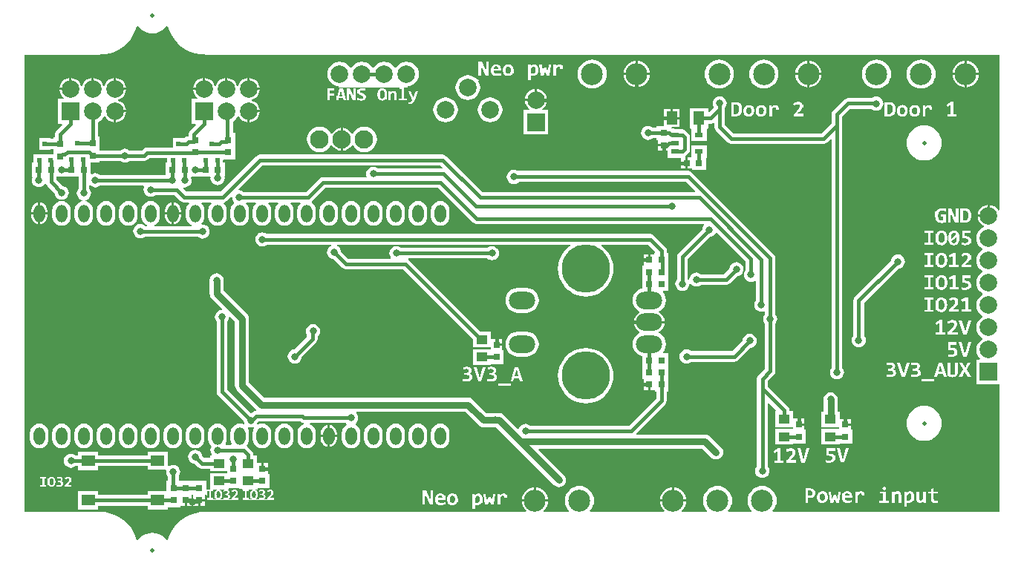
<source format=gbr>
%TF.GenerationSoftware,Altium Limited,Altium Designer,22.1.2 (22)*%
G04 Layer_Physical_Order=1*
G04 Layer_Color=255*
%FSLAX44Y44*%
%MOMM*%
%TF.SameCoordinates,8C2134EB-3493-4012-A026-D934D4608B1A*%
%TF.FilePolarity,Positive*%
%TF.FileFunction,Copper,L1,Top,Signal*%
%TF.Part,Single*%
G01*
G75*
%TA.AperFunction,SMDPad,CuDef*%
%ADD10R,0.9500X0.6000*%
%ADD11R,1.3000X1.5000*%
%ADD12R,0.8000X0.8000*%
%ADD13R,0.8000X0.8000*%
%ADD14R,0.5000X0.5000*%
%ADD15R,1.2500X1.0000*%
%ADD16R,1.5500X1.3000*%
%TA.AperFunction,Conductor*%
%ADD17C,0.4000*%
%ADD18C,0.8000*%
%TA.AperFunction,ViaPad*%
%ADD19C,0.5000*%
%TA.AperFunction,ComponentPad*%
%ADD20R,2.0000X2.0000*%
%ADD21C,2.0000*%
%ADD22R,2.0000X2.0000*%
%ADD23O,3.0000X2.0000*%
%ADD24C,5.5000*%
%ADD25C,2.5000*%
%ADD26O,1.3000X2.0000*%
%ADD27C,2.1000*%
%TA.AperFunction,ViaPad*%
%ADD28C,0.8000*%
%ADD29C,0.6000*%
G36*
X150789Y290789D02*
X153835Y288290D01*
X157309Y286433D01*
X161079Y285289D01*
X165000Y284903D01*
X168921Y285289D01*
X172691Y286433D01*
X176165Y288290D01*
X179211Y290789D01*
X181208Y293224D01*
X182625Y292948D01*
X184262Y288126D01*
X186813Y282953D01*
X190018Y278157D01*
X193821Y273821D01*
X198157Y270018D01*
X202953Y266813D01*
X208126Y264262D01*
X213587Y262408D01*
X219244Y261283D01*
X224601Y260932D01*
X225000Y260879D01*
X1130879D01*
Y83243D01*
X1129609Y82990D01*
X1129554Y83124D01*
X1127544Y85744D01*
X1124924Y87754D01*
X1121874Y89017D01*
X1119870Y89281D01*
Y76800D01*
X1118600D01*
Y75530D01*
X1106119D01*
X1106383Y73527D01*
X1107646Y70476D01*
X1109656Y67856D01*
X1112276Y65846D01*
X1113293Y65425D01*
Y64155D01*
X1111540Y63429D01*
X1108615Y61185D01*
X1106371Y58260D01*
X1104960Y54855D01*
X1104479Y51200D01*
X1104960Y47545D01*
X1106371Y44140D01*
X1108615Y41215D01*
X1111173Y39252D01*
X1111276Y38909D01*
Y38091D01*
X1111173Y37748D01*
X1108615Y35785D01*
X1106371Y32861D01*
X1104960Y29455D01*
X1104479Y25800D01*
X1104960Y22145D01*
X1106371Y18740D01*
X1108615Y15815D01*
X1111173Y13852D01*
X1111276Y13509D01*
Y12691D01*
X1111173Y12348D01*
X1108615Y10385D01*
X1106371Y7461D01*
X1104960Y4055D01*
X1104479Y400D01*
X1104960Y-3255D01*
X1106371Y-6660D01*
X1108615Y-9585D01*
X1111343Y-11678D01*
X1111453Y-12400D01*
X1111343Y-13122D01*
X1108615Y-15215D01*
X1106371Y-18139D01*
X1104960Y-21545D01*
X1104479Y-25200D01*
X1104960Y-28855D01*
X1106371Y-32260D01*
X1108615Y-35185D01*
X1111173Y-37148D01*
X1111276Y-37491D01*
Y-38309D01*
X1111173Y-38652D01*
X1108615Y-40615D01*
X1106371Y-43540D01*
X1104960Y-46945D01*
X1104479Y-50600D01*
X1104960Y-54255D01*
X1106371Y-57660D01*
X1108615Y-60585D01*
X1111173Y-62548D01*
X1111276Y-62891D01*
Y-63709D01*
X1111173Y-64052D01*
X1108615Y-66015D01*
X1106371Y-68939D01*
X1104960Y-72345D01*
X1104479Y-76000D01*
X1104960Y-79655D01*
X1106371Y-83060D01*
X1108615Y-85985D01*
X1108892Y-86197D01*
X1108484Y-87400D01*
X1104600D01*
Y-115400D01*
X1130879D01*
Y-260879D01*
X872585D01*
X872226Y-259609D01*
X874096Y-257331D01*
X875628Y-254465D01*
X876571Y-251355D01*
X876890Y-248120D01*
X876571Y-244885D01*
X875628Y-241775D01*
X874096Y-238909D01*
X872034Y-236396D01*
X869521Y-234334D01*
X866655Y-232802D01*
X863545Y-231859D01*
X860310Y-231540D01*
X857076Y-231859D01*
X853965Y-232802D01*
X851099Y-234334D01*
X848586Y-236396D01*
X846524Y-238909D01*
X844992Y-241775D01*
X844049Y-244885D01*
X843730Y-248120D01*
X844049Y-251355D01*
X844992Y-254465D01*
X846524Y-257331D01*
X848394Y-259609D01*
X848035Y-260879D01*
X821785D01*
X821426Y-259609D01*
X823296Y-257331D01*
X824828Y-254465D01*
X825771Y-251355D01*
X826090Y-248120D01*
X825771Y-244885D01*
X824828Y-241775D01*
X823296Y-238909D01*
X821234Y-236396D01*
X818721Y-234334D01*
X815855Y-232802D01*
X812745Y-231859D01*
X809510Y-231540D01*
X806275Y-231859D01*
X803165Y-232802D01*
X800299Y-234334D01*
X797786Y-236396D01*
X795724Y-238909D01*
X794192Y-241775D01*
X793249Y-244885D01*
X792930Y-248120D01*
X793249Y-251355D01*
X794192Y-254465D01*
X795724Y-257331D01*
X797594Y-259609D01*
X797235Y-260879D01*
X768872D01*
X768418Y-259609D01*
X769396Y-258806D01*
X771276Y-256516D01*
X772672Y-253903D01*
X773532Y-251068D01*
X773698Y-249390D01*
X758710D01*
X743722D01*
X743888Y-251068D01*
X744748Y-253903D01*
X746144Y-256516D01*
X748024Y-258806D01*
X749002Y-259609D01*
X748548Y-260879D01*
X664305D01*
X663946Y-259609D01*
X665816Y-257331D01*
X667348Y-254465D01*
X668291Y-251355D01*
X668610Y-248120D01*
X668291Y-244885D01*
X667348Y-241775D01*
X665816Y-238909D01*
X663754Y-236396D01*
X661241Y-234334D01*
X658375Y-232802D01*
X655265Y-231859D01*
X652030Y-231540D01*
X648795Y-231859D01*
X645685Y-232802D01*
X642819Y-234334D01*
X640306Y-236396D01*
X638244Y-238909D01*
X636712Y-241775D01*
X635769Y-244885D01*
X635450Y-248120D01*
X635769Y-251355D01*
X636712Y-254465D01*
X638244Y-257331D01*
X640114Y-259609D01*
X639755Y-260879D01*
X611392D01*
X610938Y-259609D01*
X611916Y-258806D01*
X613796Y-256516D01*
X615192Y-253903D01*
X616052Y-251068D01*
X616218Y-249390D01*
X601230D01*
X586242D01*
X586408Y-251068D01*
X587268Y-253903D01*
X588664Y-256516D01*
X590544Y-258806D01*
X591522Y-259609D01*
X591068Y-260879D01*
X225000D01*
X224601Y-260932D01*
X219244Y-261283D01*
X213587Y-262408D01*
X208126Y-264262D01*
X202953Y-266813D01*
X198157Y-270018D01*
X193821Y-273821D01*
X190018Y-278157D01*
X186813Y-282953D01*
X184262Y-288126D01*
X182625Y-292948D01*
X181208Y-293224D01*
X179211Y-290789D01*
X176165Y-288290D01*
X172691Y-286433D01*
X168921Y-285289D01*
X165000Y-284903D01*
X161079Y-285289D01*
X157309Y-286433D01*
X153835Y-288290D01*
X150789Y-290789D01*
X148792Y-293224D01*
X147375Y-292948D01*
X145738Y-288126D01*
X143187Y-282953D01*
X139982Y-278157D01*
X136179Y-273821D01*
X131843Y-270018D01*
X127047Y-266813D01*
X121874Y-264262D01*
X116412Y-262408D01*
X110756Y-261283D01*
X105399Y-260932D01*
X105000Y-260879D01*
X19121D01*
Y253300D01*
Y260879D01*
X105000D01*
X105400Y260932D01*
X110756Y261283D01*
X116412Y262408D01*
X121874Y264262D01*
X127047Y266813D01*
X131843Y270018D01*
X136179Y273821D01*
X139982Y278157D01*
X143187Y282953D01*
X145738Y288126D01*
X147375Y292948D01*
X148792Y293224D01*
X150789Y290789D01*
D02*
G37*
%LPC*%
G36*
X454800Y252721D02*
X451145Y252240D01*
X447740Y250829D01*
X444815Y248585D01*
X442852Y246027D01*
X442509Y245924D01*
X441691D01*
X441348Y246027D01*
X439385Y248585D01*
X436460Y250829D01*
X433055Y252240D01*
X429400Y252721D01*
X425745Y252240D01*
X422340Y250829D01*
X419415Y248585D01*
X417452Y246027D01*
X417109Y245924D01*
X416291D01*
X415948Y246027D01*
X413985Y248585D01*
X411060Y250829D01*
X407655Y252240D01*
X404000Y252721D01*
X400345Y252240D01*
X396940Y250829D01*
X394015Y248585D01*
X392052Y246027D01*
X391709Y245924D01*
X390891D01*
X390548Y246027D01*
X388585Y248585D01*
X385660Y250829D01*
X382255Y252240D01*
X378600Y252721D01*
X374945Y252240D01*
X371539Y250829D01*
X368615Y248585D01*
X366371Y245660D01*
X364960Y242255D01*
X364479Y238600D01*
X364960Y234945D01*
X366371Y231540D01*
X368615Y228615D01*
X371539Y226371D01*
X374945Y224960D01*
X377151Y224670D01*
X377067Y223400D01*
X364490D01*
Y204090D01*
X469510D01*
Y223400D01*
X456333D01*
X456249Y224670D01*
X458455Y224960D01*
X461860Y226371D01*
X464785Y228615D01*
X467029Y231540D01*
X468440Y234945D01*
X468921Y238600D01*
X468440Y242255D01*
X467029Y245660D01*
X464785Y248585D01*
X461860Y250829D01*
X458455Y252240D01*
X454800Y252721D01*
D02*
G37*
G36*
X1093570Y253588D02*
Y239870D01*
X1107288D01*
X1107122Y241549D01*
X1106262Y244384D01*
X1104866Y246996D01*
X1102986Y249286D01*
X1100696Y251166D01*
X1098083Y252563D01*
X1095248Y253423D01*
X1093570Y253588D01*
D02*
G37*
G36*
X1091030D02*
X1089352Y253423D01*
X1086517Y252563D01*
X1083904Y251166D01*
X1081614Y249286D01*
X1079734Y246996D01*
X1078338Y244384D01*
X1077478Y241549D01*
X1077312Y239870D01*
X1091030D01*
Y253588D01*
D02*
G37*
G36*
X914270D02*
Y239870D01*
X927988D01*
X927822Y241549D01*
X926962Y244384D01*
X925566Y246996D01*
X923686Y249286D01*
X921396Y251166D01*
X918783Y252563D01*
X915948Y253423D01*
X914270Y253588D01*
D02*
G37*
G36*
X911730D02*
X910052Y253423D01*
X907217Y252563D01*
X904604Y251166D01*
X902314Y249286D01*
X900434Y246996D01*
X899038Y244384D01*
X898178Y241549D01*
X898012Y239870D01*
X911730D01*
Y253588D01*
D02*
G37*
G36*
X718600D02*
Y239870D01*
X732318D01*
X732152Y241549D01*
X731292Y244384D01*
X729896Y246996D01*
X728016Y249286D01*
X725726Y251166D01*
X723113Y252563D01*
X720278Y253423D01*
X718600Y253588D01*
D02*
G37*
G36*
X716060D02*
X714382Y253423D01*
X711547Y252563D01*
X708934Y251166D01*
X706644Y249286D01*
X704764Y246996D01*
X703368Y244384D01*
X702508Y241549D01*
X702342Y239870D01*
X716060D01*
Y253588D01*
D02*
G37*
G36*
X634510Y253204D02*
X536690D01*
X536690Y232684D01*
Y232666D01*
Y232666D01*
X536690Y232558D01*
X536406Y232462D01*
X535420Y232127D01*
X534685Y233085D01*
X531760Y235329D01*
X528355Y236740D01*
X524700Y237221D01*
X521045Y236740D01*
X517640Y235329D01*
X514715Y233085D01*
X512471Y230161D01*
X511060Y226755D01*
X510579Y223100D01*
X511060Y219445D01*
X512471Y216040D01*
X514715Y213115D01*
X517640Y210871D01*
X521045Y209461D01*
X524700Y208979D01*
X528355Y209461D01*
X531760Y210871D01*
X534685Y213115D01*
X536929Y216040D01*
X538340Y219445D01*
X538821Y223100D01*
X538340Y226755D01*
X536929Y230161D01*
X536730Y230420D01*
X537356Y231690D01*
X537600Y231690D01*
X634510D01*
Y253204D01*
D02*
G37*
G36*
X273640Y234018D02*
X271636Y233754D01*
X268586Y232491D01*
X265966Y230481D01*
X263956Y227861D01*
X262897Y225304D01*
X261523D01*
X260464Y227861D01*
X258454Y230481D01*
X255834Y232491D01*
X252784Y233754D01*
X250780Y234018D01*
Y221537D01*
X248240D01*
Y234018D01*
X246236Y233754D01*
X243186Y232491D01*
X240566Y230481D01*
X238556Y227861D01*
X237497Y225304D01*
X236123Y225304D01*
X235064Y227861D01*
X233054Y230481D01*
X230434Y232491D01*
X227384Y233754D01*
X225380Y234018D01*
Y221537D01*
X224110D01*
Y220267D01*
X211629D01*
X211893Y218263D01*
X213156Y215213D01*
X215166Y212593D01*
X216712Y211407D01*
X216281Y210137D01*
X210110D01*
Y182137D01*
X214410D01*
X214896Y180964D01*
X208234Y174301D01*
X206908Y172317D01*
X206726Y171400D01*
X206400D01*
Y167518D01*
X206020D01*
X203679Y167052D01*
X201694Y165726D01*
X201278Y165310D01*
X188430D01*
Y154928D01*
X158810D01*
X156469Y154462D01*
X154484Y153136D01*
X152996Y151648D01*
X139030D01*
X137935Y152488D01*
X135988Y153294D01*
X133900Y153569D01*
X131812Y153294D01*
X129866Y152488D01*
X128770Y151648D01*
X105110D01*
Y167530D01*
X103228D01*
Y183517D01*
X104170Y183908D01*
X107095Y186152D01*
X109339Y189076D01*
X109965Y190588D01*
X111235D01*
X111556Y189813D01*
X113566Y187193D01*
X116186Y185183D01*
X119236Y183920D01*
X121240Y183656D01*
Y196137D01*
X122510D01*
Y197407D01*
X134991D01*
X134727Y199410D01*
X133464Y202461D01*
X131454Y205081D01*
X128834Y207091D01*
X126277Y208150D01*
Y209524D01*
X128834Y210583D01*
X131454Y212593D01*
X133464Y215213D01*
X134727Y218263D01*
X134991Y220267D01*
X122510D01*
Y221537D01*
X121240D01*
Y234018D01*
X119236Y233754D01*
X116186Y232491D01*
X113566Y230481D01*
X111556Y227861D01*
X110497Y225304D01*
X109123D01*
X108064Y227861D01*
X106054Y230481D01*
X103434Y232491D01*
X100384Y233754D01*
X98380Y234018D01*
Y221537D01*
X95840D01*
Y234018D01*
X93836Y233754D01*
X90786Y232491D01*
X88166Y230481D01*
X86156Y227861D01*
X85097Y225304D01*
X83723D01*
X82664Y227861D01*
X80653Y230481D01*
X78034Y232491D01*
X74984Y233754D01*
X72980Y234018D01*
Y221537D01*
X71710D01*
Y220267D01*
X59229D01*
X59493Y218263D01*
X60756Y215213D01*
X62766Y212593D01*
X64312Y211407D01*
X63881Y210137D01*
X57710D01*
Y182137D01*
X62010D01*
X62496Y180964D01*
X55834Y174301D01*
X54508Y172317D01*
X54042Y169976D01*
Y166810D01*
X52160D01*
Y164928D01*
X49030Y164928D01*
Y165310D01*
X36030D01*
Y152310D01*
X49030D01*
Y152692D01*
X52160Y152693D01*
Y146810D01*
X43800D01*
X42530Y146810D01*
Y146810D01*
X42530D01*
Y146810D01*
X29530D01*
Y137380D01*
X27530D01*
Y121380D01*
X27530D01*
X28220Y120347D01*
X27906Y119588D01*
X27631Y117500D01*
X27906Y115412D01*
X28712Y113466D01*
X29994Y111794D01*
X31665Y110512D01*
X33612Y109706D01*
X35700Y109431D01*
X37788Y109706D01*
X39734Y110512D01*
X41406Y111794D01*
X42441Y113143D01*
X43667Y112984D01*
X43778Y112929D01*
X45104Y110944D01*
X53599Y102449D01*
X53786Y101032D01*
X54592Y99086D01*
X55874Y97414D01*
X57545Y96132D01*
X59492Y95326D01*
X61580Y95051D01*
X63668Y95326D01*
X65615Y96132D01*
X67286Y97414D01*
X68568Y99086D01*
X69374Y101032D01*
X69649Y103120D01*
X69374Y105209D01*
X68568Y107155D01*
X67286Y108826D01*
X65615Y110108D01*
X63668Y110914D01*
X62251Y111101D01*
X55547Y117804D01*
Y121380D01*
X57530D01*
Y121380D01*
X58800Y122093D01*
X59492Y121806D01*
X61580Y121531D01*
X63668Y121806D01*
X64288Y122063D01*
X64980Y121600D01*
Y121600D01*
X80863D01*
Y107789D01*
X79992Y106655D01*
X79186Y104708D01*
X78911Y102620D01*
X79186Y100532D01*
X79992Y98586D01*
X81274Y96914D01*
X82945Y95632D01*
X84892Y94826D01*
X85610Y94731D01*
Y93450D01*
X84239Y93270D01*
X81685Y92212D01*
X79491Y90529D01*
X77808Y88335D01*
X76750Y85781D01*
X76389Y83040D01*
Y76040D01*
X76750Y73299D01*
X77808Y70745D01*
X79491Y68551D01*
X81685Y66868D01*
X84239Y65810D01*
X86980Y65450D01*
X89721Y65810D01*
X92275Y66868D01*
X94469Y68551D01*
X96152Y70745D01*
X97210Y73299D01*
X97571Y76040D01*
Y83040D01*
X97210Y85781D01*
X96152Y88335D01*
X94469Y90529D01*
X92275Y92212D01*
X89721Y93270D01*
X88350Y93450D01*
Y94731D01*
X89068Y94826D01*
X91014Y95632D01*
X92686Y96914D01*
X93968Y98586D01*
X94774Y100532D01*
X95049Y102620D01*
X94774Y104708D01*
X93968Y106655D01*
X93098Y107789D01*
Y111288D01*
X93885Y111556D01*
X94368Y111638D01*
X95965Y110412D01*
X97912Y109606D01*
X100000Y109331D01*
X102088Y109606D01*
X104035Y110412D01*
X105104Y111233D01*
X155051D01*
X155775Y109963D01*
X155206Y108588D01*
X154931Y106500D01*
X155206Y104412D01*
X156012Y102466D01*
X157294Y100794D01*
X158966Y99512D01*
X160912Y98706D01*
X163000Y98431D01*
X165088Y98706D01*
X167034Y99512D01*
X168169Y100383D01*
X190366D01*
X196874Y93874D01*
X198859Y92548D01*
X201200Y92083D01*
X206541D01*
X206949Y90880D01*
X206491Y90529D01*
X204808Y88335D01*
X203750Y85781D01*
X203389Y83040D01*
Y76040D01*
X203750Y73299D01*
X204808Y70745D01*
X206491Y68551D01*
X208685Y66868D01*
X209604Y66488D01*
X209351Y65218D01*
X167809D01*
X167556Y66488D01*
X168475Y66868D01*
X170669Y68551D01*
X172352Y70745D01*
X173410Y73299D01*
X173771Y76040D01*
Y83040D01*
X173410Y85781D01*
X172352Y88335D01*
X170669Y90529D01*
X168475Y92212D01*
X165921Y93270D01*
X163180Y93631D01*
X160439Y93270D01*
X157885Y92212D01*
X155691Y90529D01*
X154008Y88335D01*
X152950Y85781D01*
X152589Y83040D01*
Y76040D01*
X152950Y73299D01*
X154008Y70745D01*
X155691Y68551D01*
X157885Y66868D01*
X158804Y66488D01*
X158551Y65218D01*
X156629D01*
X155234Y66288D01*
X153288Y67094D01*
X151200Y67369D01*
X149112Y67094D01*
X147165Y66288D01*
X145494Y65006D01*
X144212Y63335D01*
X143406Y61389D01*
X143131Y59300D01*
X143406Y57212D01*
X144212Y55266D01*
X145494Y53594D01*
X147165Y52312D01*
X149112Y51506D01*
X151200Y51231D01*
X153288Y51506D01*
X155234Y52312D01*
X156108Y52983D01*
X216870D01*
X218265Y51912D01*
X220212Y51106D01*
X222300Y50831D01*
X224388Y51106D01*
X226334Y51912D01*
X228006Y53194D01*
X229288Y54866D01*
X230094Y56812D01*
X230369Y58900D01*
X230094Y60988D01*
X229288Y62935D01*
X228006Y64606D01*
X226334Y65888D01*
X224388Y66694D01*
X222300Y66969D01*
X221326Y66841D01*
X220823Y68056D01*
X221469Y68551D01*
X223152Y70745D01*
X224210Y73299D01*
X224571Y76040D01*
Y83040D01*
X224210Y85781D01*
X223152Y88335D01*
X221469Y90529D01*
X221011Y90880D01*
X221419Y92083D01*
X231941D01*
X232349Y90880D01*
X231891Y90529D01*
X230208Y88335D01*
X229150Y85781D01*
X228789Y83040D01*
Y76040D01*
X229150Y73299D01*
X230208Y70745D01*
X231891Y68551D01*
X234085Y66868D01*
X236639Y65810D01*
X239380Y65450D01*
X242121Y65810D01*
X244675Y66868D01*
X246869Y68551D01*
X248552Y70745D01*
X249610Y73299D01*
X249971Y76040D01*
Y83040D01*
X249610Y85781D01*
X248552Y88335D01*
X246869Y90529D01*
X246322Y90948D01*
X246638Y92306D01*
X247855Y92548D01*
X249839Y93874D01*
X254739Y98774D01*
X255942Y98180D01*
X255931Y98100D01*
X256206Y96012D01*
X257012Y94066D01*
X258050Y92712D01*
X258102Y91151D01*
X257291Y90529D01*
X255608Y88335D01*
X254550Y85781D01*
X254189Y83040D01*
Y76040D01*
X254550Y73299D01*
X255608Y70745D01*
X257291Y68551D01*
X259485Y66868D01*
X262039Y65810D01*
X264780Y65450D01*
X267521Y65810D01*
X270075Y66868D01*
X272269Y68551D01*
X273952Y70745D01*
X275010Y73299D01*
X275371Y76040D01*
Y83040D01*
X275010Y85781D01*
X273952Y88335D01*
X272269Y90529D01*
X271941Y90780D01*
X272350Y91983D01*
X282610D01*
X283019Y90780D01*
X282691Y90529D01*
X281008Y88335D01*
X279950Y85781D01*
X279589Y83040D01*
Y76040D01*
X279950Y73299D01*
X281008Y70745D01*
X282691Y68551D01*
X284885Y66868D01*
X287439Y65810D01*
X290180Y65450D01*
X292921Y65810D01*
X295475Y66868D01*
X297669Y68551D01*
X299352Y70745D01*
X300410Y73299D01*
X300771Y76040D01*
Y83040D01*
X300410Y85781D01*
X299352Y88335D01*
X297669Y90529D01*
X297341Y90780D01*
X297750Y91983D01*
X308010D01*
X308419Y90780D01*
X308091Y90529D01*
X306408Y88335D01*
X305350Y85781D01*
X304989Y83040D01*
Y76040D01*
X305350Y73299D01*
X306408Y70745D01*
X308091Y68551D01*
X310285Y66868D01*
X312839Y65810D01*
X315580Y65450D01*
X318321Y65810D01*
X320875Y66868D01*
X323069Y68551D01*
X324752Y70745D01*
X325810Y73299D01*
X326171Y76040D01*
Y83040D01*
X325810Y85781D01*
X324752Y88335D01*
X323069Y90529D01*
X322741Y90780D01*
X323150Y91983D01*
X333410D01*
X333819Y90780D01*
X333491Y90529D01*
X331808Y88335D01*
X330750Y85781D01*
X330389Y83040D01*
Y76040D01*
X330750Y73299D01*
X331808Y70745D01*
X333491Y68551D01*
X335685Y66868D01*
X338239Y65810D01*
X340980Y65450D01*
X343721Y65810D01*
X346275Y66868D01*
X348469Y68551D01*
X350152Y70745D01*
X351210Y73299D01*
X351571Y76040D01*
Y83040D01*
X351210Y85781D01*
X350152Y88335D01*
X348469Y90529D01*
X346740Y91855D01*
X346654Y93325D01*
X347326Y93774D01*
X362134Y108583D01*
X491207D01*
X530515Y69274D01*
X532500Y67948D01*
X534841Y67483D01*
X793566D01*
X794093Y66213D01*
X793112Y64935D01*
X792306Y62989D01*
X792119Y61571D01*
X764974Y34426D01*
X763648Y32441D01*
X763182Y30100D01*
Y4369D01*
X762312Y3235D01*
X761506Y1288D01*
X761231Y-800D01*
X761506Y-2888D01*
X762312Y-4834D01*
X763594Y-6506D01*
X765266Y-7788D01*
X767212Y-8594D01*
X769300Y-8869D01*
X771388Y-8594D01*
X773335Y-7788D01*
X775006Y-6506D01*
X776288Y-4834D01*
X777094Y-2888D01*
X777369Y-800D01*
X777368Y-790D01*
X778582Y-287D01*
X779594Y-1606D01*
X781265Y-2888D01*
X783212Y-3694D01*
X785300Y-3969D01*
X787388Y-3694D01*
X789334Y-2888D01*
X790469Y-2017D01*
X819200D01*
X821541Y-1552D01*
X823526Y-226D01*
X831671Y7919D01*
X833088Y8106D01*
X835034Y8912D01*
X836706Y10194D01*
X837988Y11866D01*
X838794Y13812D01*
X839069Y15900D01*
X838794Y17989D01*
X837988Y19935D01*
X836706Y21606D01*
X835034Y22888D01*
X833088Y23694D01*
X831000Y23969D01*
X828912Y23694D01*
X826965Y22888D01*
X825294Y21606D01*
X824012Y19935D01*
X823206Y17989D01*
X823019Y16571D01*
X816666Y10218D01*
X790469D01*
X789334Y11088D01*
X787388Y11894D01*
X785300Y12169D01*
X783212Y11894D01*
X781265Y11088D01*
X779594Y9806D01*
X778312Y8135D01*
X777506Y6188D01*
X777303Y4650D01*
X776008Y4133D01*
X775417Y4646D01*
Y27566D01*
X800771Y52919D01*
X802188Y53106D01*
X804135Y53912D01*
X805806Y55195D01*
X807088Y56866D01*
X807394Y57604D01*
X808639Y57851D01*
X841582Y24908D01*
Y14669D01*
X840712Y13535D01*
X839906Y11588D01*
X839631Y9500D01*
X839906Y7412D01*
X840712Y5466D01*
X841994Y3794D01*
X843665Y2512D01*
X845612Y1706D01*
X847700Y1431D01*
X849788Y1706D01*
X851734Y2512D01*
X852243Y2903D01*
X853382Y2341D01*
Y-19531D01*
X852512Y-20665D01*
X851706Y-22611D01*
X851431Y-24700D01*
X851706Y-26788D01*
X852512Y-28734D01*
X853794Y-30406D01*
X855465Y-31688D01*
X857412Y-32494D01*
X859500Y-32769D01*
X861588Y-32494D01*
X862327Y-32188D01*
X863382Y-32894D01*
Y-35631D01*
X862512Y-36765D01*
X861706Y-38712D01*
X861431Y-40800D01*
X861706Y-42888D01*
X862512Y-44834D01*
X863382Y-45969D01*
Y-97955D01*
X856174Y-105163D01*
X854848Y-107148D01*
X854382Y-109489D01*
Y-120590D01*
Y-209231D01*
X853512Y-210365D01*
X852706Y-212311D01*
X852431Y-214400D01*
X852706Y-216488D01*
X853512Y-218434D01*
X854794Y-220106D01*
X856466Y-221388D01*
X858412Y-222194D01*
X860500Y-222469D01*
X862588Y-222194D01*
X864535Y-221388D01*
X866206Y-220106D01*
X867488Y-218434D01*
X868294Y-216488D01*
X868569Y-214400D01*
X868294Y-212311D01*
X867488Y-210365D01*
X866618Y-209231D01*
Y-137018D01*
X867791Y-136532D01*
X876381Y-145123D01*
X875895Y-146296D01*
X875080D01*
Y-164296D01*
X895436D01*
Y-166296D01*
X875080D01*
Y-184296D01*
X895580D01*
Y-183296D01*
X909976D01*
Y-167296D01*
X908516D01*
Y-162566D01*
X901976D01*
Y-161296D01*
X900706D01*
Y-154756D01*
X895580D01*
Y-146296D01*
X891448D01*
Y-145420D01*
X890982Y-143079D01*
X889656Y-141094D01*
X866618Y-118056D01*
Y-112023D01*
X873826Y-104815D01*
X875152Y-102830D01*
X875618Y-100489D01*
Y-45969D01*
X876488Y-44834D01*
X877294Y-42888D01*
X877569Y-40800D01*
X877294Y-38712D01*
X876488Y-36765D01*
X875618Y-35631D01*
Y28270D01*
X875152Y30611D01*
X873826Y32595D01*
X780205Y126216D01*
X778220Y127542D01*
X775879Y128008D01*
X581499D01*
X581134Y128288D01*
X579188Y129094D01*
X577100Y129369D01*
X575012Y129094D01*
X573065Y128288D01*
X571394Y127006D01*
X570112Y125335D01*
X569306Y123389D01*
X569031Y121300D01*
X569306Y119212D01*
X570112Y117266D01*
X571394Y115594D01*
X573065Y114312D01*
X575012Y113506D01*
X577100Y113231D01*
X579188Y113506D01*
X581134Y114312D01*
X582806Y115594D01*
X582943Y115773D01*
X773345D01*
X784127Y104991D01*
X783641Y103818D01*
X541434D01*
X500426Y144826D01*
X498441Y146152D01*
X496100Y146618D01*
X287814D01*
X285473Y146152D01*
X283488Y144826D01*
X242980Y104318D01*
X203734D01*
X199995Y108056D01*
X200589Y109259D01*
X201721Y109110D01*
X203809Y109385D01*
X205756Y110191D01*
X207427Y111473D01*
X208709Y113145D01*
X209515Y115091D01*
X209790Y117179D01*
X209515Y119267D01*
X209166Y120110D01*
X209930Y121380D01*
X210964Y122071D01*
X211842Y121708D01*
X213930Y121433D01*
X216018Y121708D01*
X216731Y122003D01*
X217482Y121502D01*
Y121502D01*
X230592D01*
X231429Y120547D01*
X231331Y119800D01*
X231606Y117712D01*
X232412Y115766D01*
X233694Y114094D01*
X235366Y112812D01*
X237312Y112006D01*
X239400Y111731D01*
X241488Y112006D01*
X243435Y112812D01*
X245106Y114094D01*
X246388Y115766D01*
X247194Y117712D01*
X247469Y119800D01*
X247276Y121267D01*
X247482Y121502D01*
X247482D01*
Y137502D01*
X245599D01*
Y139932D01*
X245560Y140130D01*
X246306Y141400D01*
X259400D01*
Y155400D01*
Y171400D01*
X256873D01*
Y184140D01*
X259495Y186152D01*
X261739Y189077D01*
X262365Y190588D01*
X263635D01*
X263956Y189813D01*
X265966Y187193D01*
X268586Y185183D01*
X271636Y183920D01*
X273640Y183656D01*
Y196137D01*
X274910D01*
Y197407D01*
X287391D01*
X287127Y199411D01*
X285864Y202461D01*
X283854Y205081D01*
X281234Y207091D01*
X278677Y208150D01*
Y209524D01*
X281234Y210583D01*
X283854Y212593D01*
X285864Y215213D01*
X287127Y218263D01*
X287391Y220267D01*
X274910D01*
Y221537D01*
X273640D01*
Y234018D01*
D02*
G37*
G36*
X1107288Y237330D02*
X1093570D01*
Y223612D01*
X1095248Y223778D01*
X1098083Y224638D01*
X1100696Y226034D01*
X1102986Y227914D01*
X1104866Y230204D01*
X1106262Y232817D01*
X1107122Y235652D01*
X1107288Y237330D01*
D02*
G37*
G36*
X1091030D02*
X1077312D01*
X1077478Y235652D01*
X1078338Y232817D01*
X1079734Y230204D01*
X1081614Y227914D01*
X1083904Y226034D01*
X1086517Y224638D01*
X1089352Y223778D01*
X1091030Y223612D01*
Y237330D01*
D02*
G37*
G36*
X927988D02*
X914270D01*
Y223612D01*
X915948Y223778D01*
X918783Y224638D01*
X921396Y226034D01*
X923686Y227914D01*
X925566Y230204D01*
X926962Y232817D01*
X927822Y235652D01*
X927988Y237330D01*
D02*
G37*
G36*
X911730D02*
X898012D01*
X898178Y235652D01*
X899038Y232817D01*
X900434Y230204D01*
X902314Y227914D01*
X904604Y226034D01*
X907217Y224638D01*
X910052Y223778D01*
X911730Y223612D01*
Y237330D01*
D02*
G37*
G36*
X732318D02*
X718600D01*
Y223612D01*
X720278Y223778D01*
X723113Y224638D01*
X725726Y226034D01*
X728016Y227914D01*
X729896Y230204D01*
X731292Y232817D01*
X732152Y235652D01*
X732318Y237330D01*
D02*
G37*
G36*
X716060D02*
X702342D01*
X702508Y235652D01*
X703368Y232817D01*
X704764Y230204D01*
X706644Y227914D01*
X708934Y226034D01*
X711547Y224638D01*
X714382Y223778D01*
X716060Y223612D01*
Y237330D01*
D02*
G37*
G36*
X276180Y234018D02*
Y222807D01*
X287391D01*
X287127Y224811D01*
X285864Y227861D01*
X283854Y230481D01*
X281234Y232491D01*
X278184Y233754D01*
X276180Y234018D01*
D02*
G37*
G36*
X222840Y234018D02*
X220836Y233754D01*
X217786Y232491D01*
X215166Y230481D01*
X213156Y227861D01*
X211893Y224811D01*
X211629Y222807D01*
X222840D01*
Y234018D01*
D02*
G37*
G36*
X123780D02*
Y222807D01*
X134991D01*
X134727Y224811D01*
X133464Y227861D01*
X131454Y230481D01*
X128834Y232491D01*
X125784Y233754D01*
X123780Y234018D01*
D02*
G37*
G36*
X70440D02*
X68436Y233754D01*
X65386Y232491D01*
X62766Y230481D01*
X60756Y227861D01*
X59493Y224811D01*
X59229Y222807D01*
X70440D01*
Y234018D01*
D02*
G37*
G36*
X1041500Y255180D02*
X1038265Y254861D01*
X1035155Y253918D01*
X1032289Y252386D01*
X1029776Y250324D01*
X1027714Y247811D01*
X1026182Y244945D01*
X1025239Y241835D01*
X1024920Y238600D01*
X1025239Y235366D01*
X1026182Y232255D01*
X1027714Y229389D01*
X1029776Y226876D01*
X1032289Y224814D01*
X1035155Y223282D01*
X1038265Y222339D01*
X1041500Y222020D01*
X1044734Y222339D01*
X1047845Y223282D01*
X1050711Y224814D01*
X1053224Y226876D01*
X1055286Y229389D01*
X1056818Y232255D01*
X1057761Y235366D01*
X1058080Y238600D01*
X1057761Y241835D01*
X1056818Y244945D01*
X1055286Y247811D01*
X1053224Y250324D01*
X1050711Y252386D01*
X1047845Y253918D01*
X1044734Y254861D01*
X1041500Y255180D01*
D02*
G37*
G36*
X990700D02*
X987465Y254861D01*
X984355Y253918D01*
X981489Y252386D01*
X978976Y250324D01*
X976914Y247811D01*
X975382Y244945D01*
X974439Y241835D01*
X974120Y238600D01*
X974439Y235366D01*
X975382Y232255D01*
X976914Y229389D01*
X978976Y226876D01*
X981489Y224814D01*
X984355Y223282D01*
X987465Y222339D01*
X990700Y222020D01*
X993935Y222339D01*
X997045Y223282D01*
X999911Y224814D01*
X1002424Y226876D01*
X1004486Y229389D01*
X1006018Y232255D01*
X1006961Y235366D01*
X1007280Y238600D01*
X1006961Y241835D01*
X1006018Y244945D01*
X1004486Y247811D01*
X1002424Y250324D01*
X999911Y252386D01*
X997045Y253918D01*
X993935Y254861D01*
X990700Y255180D01*
D02*
G37*
G36*
X862200D02*
X858965Y254861D01*
X855855Y253918D01*
X852989Y252386D01*
X850476Y250324D01*
X848414Y247811D01*
X846882Y244945D01*
X845939Y241835D01*
X845620Y238600D01*
X845939Y235366D01*
X846882Y232255D01*
X848414Y229389D01*
X850476Y226876D01*
X852989Y224814D01*
X855855Y223282D01*
X858965Y222339D01*
X862200Y222020D01*
X865434Y222339D01*
X868545Y223282D01*
X871411Y224814D01*
X873924Y226876D01*
X875986Y229389D01*
X877518Y232255D01*
X878461Y235366D01*
X878780Y238600D01*
X878461Y241835D01*
X877518Y244945D01*
X875986Y247811D01*
X873924Y250324D01*
X871411Y252386D01*
X868545Y253918D01*
X865434Y254861D01*
X862200Y255180D01*
D02*
G37*
G36*
X811400D02*
X808165Y254861D01*
X805055Y253918D01*
X802189Y252386D01*
X799676Y250324D01*
X797614Y247811D01*
X796082Y244945D01*
X795139Y241835D01*
X794820Y238600D01*
X795139Y235366D01*
X796082Y232255D01*
X797614Y229389D01*
X799676Y226876D01*
X802189Y224814D01*
X805055Y223282D01*
X808165Y222339D01*
X811400Y222020D01*
X814634Y222339D01*
X817745Y223282D01*
X820611Y224814D01*
X823124Y226876D01*
X825185Y229389D01*
X826718Y232255D01*
X827661Y235366D01*
X827980Y238600D01*
X827661Y241835D01*
X826718Y244945D01*
X825185Y247811D01*
X823124Y250324D01*
X820611Y252386D01*
X817745Y253918D01*
X814634Y254861D01*
X811400Y255180D01*
D02*
G37*
G36*
X666530D02*
X663295Y254861D01*
X660185Y253918D01*
X657319Y252386D01*
X654806Y250324D01*
X652744Y247811D01*
X651212Y244945D01*
X650269Y241835D01*
X649950Y238600D01*
X650269Y235366D01*
X651212Y232255D01*
X652744Y229389D01*
X654806Y226876D01*
X657319Y224814D01*
X660185Y223282D01*
X663295Y222339D01*
X666530Y222020D01*
X669764Y222339D01*
X672875Y223282D01*
X675741Y224814D01*
X678254Y226876D01*
X680316Y229389D01*
X681848Y232255D01*
X682791Y235366D01*
X683110Y238600D01*
X682791Y241835D01*
X681848Y244945D01*
X680316Y247811D01*
X678254Y250324D01*
X675741Y252386D01*
X672875Y253918D01*
X669764Y254861D01*
X666530Y255180D01*
D02*
G37*
G36*
X603570Y221381D02*
Y210170D01*
X614781D01*
X614517Y212174D01*
X613254Y215224D01*
X611244Y217844D01*
X608624Y219854D01*
X605574Y221117D01*
X603570Y221381D01*
D02*
G37*
G36*
X601030D02*
X599026Y221117D01*
X595976Y219854D01*
X593356Y217844D01*
X591346Y215224D01*
X590083Y212174D01*
X589819Y210170D01*
X601030D01*
Y221381D01*
D02*
G37*
G36*
X811900Y213269D02*
X809812Y212994D01*
X807866Y212188D01*
X806194Y210906D01*
X804912Y209235D01*
X804106Y207288D01*
X803831Y205200D01*
X804106Y203112D01*
X804912Y201166D01*
X805304Y200655D01*
X799970Y195322D01*
X798700Y195848D01*
Y199700D01*
X777700D01*
Y176700D01*
X778385D01*
X779447Y176198D01*
Y162198D01*
X796947D01*
Y176198D01*
X798009Y176700D01*
X798700D01*
Y182083D01*
X801500D01*
X803841Y182548D01*
X804662Y183097D01*
X805782Y182498D01*
Y178100D01*
X806248Y175759D01*
X807574Y173774D01*
X820674Y160674D01*
X822659Y159348D01*
X825000Y158883D01*
X930600D01*
X932941Y159348D01*
X934926Y160674D01*
X938309Y164058D01*
X939482Y163572D01*
Y-96531D01*
X938612Y-97665D01*
X937806Y-99612D01*
X937531Y-101700D01*
X937806Y-103788D01*
X938612Y-105734D01*
X939894Y-107406D01*
X941565Y-108688D01*
X943512Y-109494D01*
X945600Y-109769D01*
X947688Y-109494D01*
X949634Y-108688D01*
X951306Y-107406D01*
X952588Y-105734D01*
X953394Y-103788D01*
X953669Y-101700D01*
X953394Y-99612D01*
X952588Y-97665D01*
X951718Y-96531D01*
Y180000D01*
Y189816D01*
X960984Y199083D01*
X984970D01*
X986366Y198012D01*
X988312Y197206D01*
X990400Y196931D01*
X992488Y197206D01*
X994435Y198012D01*
X996106Y199294D01*
X997388Y200966D01*
X998194Y202912D01*
X998469Y205000D01*
X998194Y207089D01*
X997388Y209035D01*
X996106Y210706D01*
X994435Y211988D01*
X992488Y212794D01*
X990400Y213069D01*
X988312Y212794D01*
X986366Y211988D01*
X985492Y211318D01*
X958450D01*
X956109Y210852D01*
X954124Y209526D01*
X941274Y196676D01*
X939948Y194691D01*
X939482Y192350D01*
Y182534D01*
X928066Y171117D01*
X827534D01*
X818018Y180634D01*
Y200031D01*
X818888Y201166D01*
X819694Y203112D01*
X819969Y205200D01*
X819694Y207288D01*
X818888Y209235D01*
X817606Y210906D01*
X815935Y212188D01*
X813988Y212994D01*
X811900Y213269D01*
D02*
G37*
G36*
X1083310Y206923D02*
X999990D01*
Y189990D01*
X1083310D01*
Y206923D01*
D02*
G37*
G36*
X907210Y207089D02*
X824990D01*
Y189990D01*
X907210D01*
Y207089D01*
D02*
G37*
G36*
X766263Y198350D02*
X758493D01*
Y189580D01*
X766263D01*
Y198350D01*
D02*
G37*
G36*
X755953D02*
X748183D01*
Y189580D01*
X755953D01*
Y198350D01*
D02*
G37*
G36*
X287391Y194867D02*
X276180D01*
Y183656D01*
X278184Y183920D01*
X281234Y185183D01*
X283854Y187193D01*
X285864Y189813D01*
X287127Y192863D01*
X287391Y194867D01*
D02*
G37*
G36*
X134991Y194867D02*
X123780D01*
Y183656D01*
X125784Y183920D01*
X128834Y185183D01*
X131454Y187193D01*
X133464Y189813D01*
X134727Y192863D01*
X134991Y194867D01*
D02*
G37*
G36*
X550100Y211821D02*
X546445Y211340D01*
X543040Y209929D01*
X540115Y207685D01*
X537871Y204760D01*
X536460Y201355D01*
X535979Y197700D01*
X536460Y194045D01*
X537871Y190640D01*
X540115Y187715D01*
X543040Y185471D01*
X546445Y184060D01*
X550100Y183579D01*
X553755Y184060D01*
X557160Y185471D01*
X560085Y187715D01*
X562329Y190640D01*
X563740Y194045D01*
X564221Y197700D01*
X563740Y201355D01*
X562329Y204760D01*
X560085Y207685D01*
X557160Y209929D01*
X553755Y211340D01*
X550100Y211821D01*
D02*
G37*
G36*
X499300D02*
X495645Y211340D01*
X492240Y209929D01*
X489315Y207685D01*
X487071Y204760D01*
X485660Y201355D01*
X485179Y197700D01*
X485660Y194045D01*
X487071Y190640D01*
X489315Y187715D01*
X492240Y185471D01*
X495645Y184060D01*
X499300Y183579D01*
X502955Y184060D01*
X506360Y185471D01*
X509285Y187715D01*
X511529Y190640D01*
X512940Y194045D01*
X513421Y197700D01*
X512940Y201355D01*
X511529Y204760D01*
X509285Y207685D01*
X506360Y209929D01*
X502955Y211340D01*
X499300Y211821D01*
D02*
G37*
G36*
X766263Y187040D02*
X748183D01*
Y179400D01*
X740100D01*
Y177518D01*
X735569D01*
X734435Y178388D01*
X732488Y179194D01*
X730400Y179469D01*
X728312Y179194D01*
X726366Y178388D01*
X724694Y177106D01*
X723412Y175435D01*
X722606Y173489D01*
X722331Y171400D01*
X722606Y169312D01*
X723412Y167366D01*
X724694Y165695D01*
X726366Y164412D01*
X728312Y163606D01*
X730400Y163331D01*
X732488Y163606D01*
X734435Y164412D01*
X735569Y165283D01*
X740100D01*
Y163400D01*
X741560D01*
Y158670D01*
X748100D01*
Y157400D01*
X749370D01*
Y150860D01*
X752447D01*
Y143198D01*
X767760D01*
Y138370D01*
X773030D01*
Y143640D01*
X772772D01*
X772387Y144910D01*
X773828Y145873D01*
X776326Y148371D01*
X777652Y150356D01*
X778118Y152697D01*
Y166700D01*
X777652Y169041D01*
X776326Y171026D01*
X773828Y173524D01*
X771843Y174850D01*
X769947Y175227D01*
Y176198D01*
X760788D01*
X760197Y176316D01*
X757743D01*
X756719Y177000D01*
X756705Y177093D01*
X757375Y178270D01*
X766263D01*
Y187040D01*
D02*
G37*
G36*
X406600Y178725D02*
X402815Y178227D01*
X399287Y176766D01*
X396259Y174442D01*
X393934Y171413D01*
X393736Y170934D01*
X392372Y170961D01*
X390500Y173400D01*
X387776Y175490D01*
X384604Y176805D01*
X382470Y177085D01*
Y164100D01*
Y151115D01*
X384604Y151396D01*
X387776Y152710D01*
X390500Y154800D01*
X392372Y157240D01*
X393736Y157266D01*
X393934Y156788D01*
X396259Y153759D01*
X399287Y151434D01*
X402815Y149973D01*
X406600Y149475D01*
X410385Y149973D01*
X413913Y151434D01*
X416941Y153759D01*
X419266Y156788D01*
X420727Y160315D01*
X421225Y164100D01*
X420727Y167885D01*
X419266Y171413D01*
X416941Y174442D01*
X413913Y176766D01*
X410385Y178227D01*
X406600Y178725D01*
D02*
G37*
G36*
X614781Y207630D02*
X602300D01*
X589819D01*
X590083Y205627D01*
X591346Y202576D01*
X593356Y199956D01*
X594902Y198770D01*
X594471Y197500D01*
X588300D01*
Y169500D01*
X616300D01*
Y197500D01*
X610129D01*
X609697Y198770D01*
X611244Y199956D01*
X613254Y202576D01*
X614517Y205627D01*
X614781Y207630D01*
D02*
G37*
G36*
X355800Y178725D02*
X352015Y178227D01*
X348487Y176766D01*
X345458Y174442D01*
X343134Y171413D01*
X341673Y167885D01*
X341175Y164100D01*
X341673Y160315D01*
X343134Y156788D01*
X345458Y153759D01*
X348487Y151434D01*
X352015Y149973D01*
X355800Y149475D01*
X359585Y149973D01*
X363113Y151434D01*
X366142Y153759D01*
X368466Y156788D01*
X368664Y157266D01*
X370028Y157240D01*
X371900Y154800D01*
X374624Y152710D01*
X377796Y151396D01*
X379930Y151115D01*
Y164100D01*
Y177085D01*
X377796Y176805D01*
X374624Y175490D01*
X371900Y173400D01*
X370028Y170961D01*
X368664Y170934D01*
X368466Y171413D01*
X366142Y174442D01*
X363113Y176766D01*
X359585Y178227D01*
X355800Y178725D01*
D02*
G37*
G36*
X746830Y156130D02*
X741560D01*
Y150860D01*
X746830D01*
Y156130D01*
D02*
G37*
G36*
X1045000Y180097D02*
X1041079Y179711D01*
X1037309Y178567D01*
X1033835Y176710D01*
X1030789Y174211D01*
X1028290Y171165D01*
X1026433Y167691D01*
X1025289Y163921D01*
X1024903Y160000D01*
X1025289Y156079D01*
X1026433Y152309D01*
X1028290Y148835D01*
X1030789Y145789D01*
X1033835Y143290D01*
X1037309Y141433D01*
X1041079Y140289D01*
X1045000Y139903D01*
X1048921Y140289D01*
X1052691Y141433D01*
X1056165Y143290D01*
X1059211Y145789D01*
X1061710Y148835D01*
X1063567Y152309D01*
X1064711Y156079D01*
X1065097Y160000D01*
X1064711Y163921D01*
X1063567Y167691D01*
X1061710Y171165D01*
X1059211Y174211D01*
X1056165Y176710D01*
X1052691Y178567D01*
X1048921Y179711D01*
X1045000Y180097D01*
D02*
G37*
G36*
X773030Y135830D02*
X767760D01*
Y130560D01*
X773030D01*
Y135830D01*
D02*
G37*
G36*
X796947Y157198D02*
X779447D01*
Y143640D01*
X775570D01*
Y137100D01*
Y130560D01*
X780300D01*
Y129100D01*
X796300D01*
Y143198D01*
X796947D01*
Y157198D01*
D02*
G37*
G36*
X189850Y91991D02*
Y80810D01*
X197698D01*
Y83040D01*
X197387Y85400D01*
X196476Y87599D01*
X195027Y89487D01*
X193139Y90936D01*
X190940Y91847D01*
X189850Y91991D01*
D02*
G37*
G36*
X37450D02*
Y80810D01*
X45298D01*
Y83040D01*
X44987Y85400D01*
X44076Y87599D01*
X42627Y89487D01*
X40739Y90936D01*
X38540Y91847D01*
X37450Y91991D01*
D02*
G37*
G36*
X187310D02*
X186220Y91847D01*
X184021Y90936D01*
X182133Y89487D01*
X180684Y87599D01*
X179773Y85400D01*
X179462Y83040D01*
Y80810D01*
X187310D01*
Y91991D01*
D02*
G37*
G36*
X34910D02*
X33820Y91847D01*
X31621Y90936D01*
X29733Y89487D01*
X28284Y87599D01*
X27373Y85400D01*
X27062Y83040D01*
Y80810D01*
X34910D01*
Y91991D01*
D02*
G37*
G36*
X1117330Y89281D02*
X1115326Y89017D01*
X1112276Y87754D01*
X1109656Y85744D01*
X1107646Y83124D01*
X1106383Y80074D01*
X1106119Y78070D01*
X1117330D01*
Y89281D01*
D02*
G37*
G36*
X1098678Y85650D02*
X1057481D01*
Y68550D01*
X1098678D01*
Y85650D01*
D02*
G37*
G36*
X197698Y78270D02*
X189850D01*
Y67089D01*
X190940Y67233D01*
X193139Y68144D01*
X195027Y69593D01*
X196476Y71481D01*
X197387Y73680D01*
X197698Y76040D01*
Y78270D01*
D02*
G37*
G36*
X45298D02*
X37450D01*
Y67089D01*
X38540Y67233D01*
X40739Y68144D01*
X42627Y69593D01*
X44076Y71481D01*
X44987Y73680D01*
X45298Y76040D01*
Y78270D01*
D02*
G37*
G36*
X187310D02*
X179462D01*
Y76040D01*
X179773Y73680D01*
X180684Y71481D01*
X182133Y69593D01*
X184021Y68144D01*
X186220Y67233D01*
X187310Y67089D01*
Y78270D01*
D02*
G37*
G36*
X34910D02*
X27062D01*
Y76040D01*
X27373Y73680D01*
X28284Y71481D01*
X29733Y69593D01*
X31621Y68144D01*
X33820Y67233D01*
X34910Y67089D01*
Y78270D01*
D02*
G37*
G36*
X493380Y93631D02*
X490639Y93270D01*
X488085Y92212D01*
X485891Y90529D01*
X484208Y88335D01*
X483150Y85781D01*
X482789Y83040D01*
Y76040D01*
X483150Y73299D01*
X484208Y70745D01*
X485891Y68551D01*
X488085Y66868D01*
X490639Y65810D01*
X493380Y65450D01*
X496121Y65810D01*
X498675Y66868D01*
X500869Y68551D01*
X502552Y70745D01*
X503610Y73299D01*
X503971Y76040D01*
Y83040D01*
X503610Y85781D01*
X502552Y88335D01*
X500869Y90529D01*
X498675Y92212D01*
X496121Y93270D01*
X493380Y93631D01*
D02*
G37*
G36*
X467980D02*
X465239Y93270D01*
X462685Y92212D01*
X460491Y90529D01*
X458808Y88335D01*
X457750Y85781D01*
X457389Y83040D01*
Y76040D01*
X457750Y73299D01*
X458808Y70745D01*
X460491Y68551D01*
X462685Y66868D01*
X465239Y65810D01*
X467980Y65450D01*
X470721Y65810D01*
X473275Y66868D01*
X475469Y68551D01*
X477152Y70745D01*
X478210Y73299D01*
X478571Y76040D01*
Y83040D01*
X478210Y85781D01*
X477152Y88335D01*
X475469Y90529D01*
X473275Y92212D01*
X470721Y93270D01*
X467980Y93631D01*
D02*
G37*
G36*
X442580D02*
X439839Y93270D01*
X437285Y92212D01*
X435091Y90529D01*
X433408Y88335D01*
X432350Y85781D01*
X431989Y83040D01*
Y76040D01*
X432350Y73299D01*
X433408Y70745D01*
X435091Y68551D01*
X437285Y66868D01*
X439839Y65810D01*
X442580Y65450D01*
X445321Y65810D01*
X447875Y66868D01*
X450069Y68551D01*
X451752Y70745D01*
X452810Y73299D01*
X453171Y76040D01*
Y83040D01*
X452810Y85781D01*
X451752Y88335D01*
X450069Y90529D01*
X447875Y92212D01*
X445321Y93270D01*
X442580Y93631D01*
D02*
G37*
G36*
X417180D02*
X414439Y93270D01*
X411885Y92212D01*
X409691Y90529D01*
X408008Y88335D01*
X406950Y85781D01*
X406589Y83040D01*
Y76040D01*
X406950Y73299D01*
X408008Y70745D01*
X409691Y68551D01*
X411885Y66868D01*
X414439Y65810D01*
X417180Y65450D01*
X419921Y65810D01*
X422475Y66868D01*
X424669Y68551D01*
X426352Y70745D01*
X427410Y73299D01*
X427771Y76040D01*
Y83040D01*
X427410Y85781D01*
X426352Y88335D01*
X424669Y90529D01*
X422475Y92212D01*
X419921Y93270D01*
X417180Y93631D01*
D02*
G37*
G36*
X391780D02*
X389039Y93270D01*
X386485Y92212D01*
X384291Y90529D01*
X382608Y88335D01*
X381550Y85781D01*
X381189Y83040D01*
Y76040D01*
X381550Y73299D01*
X382608Y70745D01*
X384291Y68551D01*
X386485Y66868D01*
X389039Y65810D01*
X391780Y65450D01*
X394521Y65810D01*
X397075Y66868D01*
X399269Y68551D01*
X400952Y70745D01*
X402010Y73299D01*
X402371Y76040D01*
Y83040D01*
X402010Y85781D01*
X400952Y88335D01*
X399269Y90529D01*
X397075Y92212D01*
X394521Y93270D01*
X391780Y93631D01*
D02*
G37*
G36*
X366380D02*
X363639Y93270D01*
X361085Y92212D01*
X358891Y90529D01*
X357208Y88335D01*
X356150Y85781D01*
X355789Y83040D01*
Y76040D01*
X356150Y73299D01*
X357208Y70745D01*
X358891Y68551D01*
X361085Y66868D01*
X363639Y65810D01*
X366380Y65450D01*
X369121Y65810D01*
X371675Y66868D01*
X373869Y68551D01*
X375552Y70745D01*
X376610Y73299D01*
X376971Y76040D01*
Y83040D01*
X376610Y85781D01*
X375552Y88335D01*
X373869Y90529D01*
X371675Y92212D01*
X369121Y93270D01*
X366380Y93631D01*
D02*
G37*
G36*
X137780D02*
X135039Y93270D01*
X132485Y92212D01*
X130291Y90529D01*
X128608Y88335D01*
X127550Y85781D01*
X127189Y83040D01*
Y76040D01*
X127550Y73299D01*
X128608Y70745D01*
X130291Y68551D01*
X132485Y66868D01*
X135039Y65810D01*
X137780Y65450D01*
X140521Y65810D01*
X143075Y66868D01*
X145269Y68551D01*
X146952Y70745D01*
X148010Y73299D01*
X148371Y76040D01*
Y83040D01*
X148010Y85781D01*
X146952Y88335D01*
X145269Y90529D01*
X143075Y92212D01*
X140521Y93270D01*
X137780Y93631D01*
D02*
G37*
G36*
X112380D02*
X109639Y93270D01*
X107085Y92212D01*
X104891Y90529D01*
X103208Y88335D01*
X102150Y85781D01*
X101789Y83040D01*
Y76040D01*
X102150Y73299D01*
X103208Y70745D01*
X104891Y68551D01*
X107085Y66868D01*
X109639Y65810D01*
X112380Y65450D01*
X115121Y65810D01*
X117675Y66868D01*
X119869Y68551D01*
X121552Y70745D01*
X122610Y73299D01*
X122971Y76040D01*
Y83040D01*
X122610Y85781D01*
X121552Y88335D01*
X119869Y90529D01*
X117675Y92212D01*
X115121Y93270D01*
X112380Y93631D01*
D02*
G37*
G36*
X61580D02*
X58839Y93270D01*
X56285Y92212D01*
X54091Y90529D01*
X52408Y88335D01*
X51350Y85781D01*
X50989Y83040D01*
Y76040D01*
X51350Y73299D01*
X52408Y70745D01*
X54091Y68551D01*
X56285Y66868D01*
X58839Y65810D01*
X61580Y65450D01*
X64321Y65810D01*
X66875Y66868D01*
X69069Y68551D01*
X70752Y70745D01*
X71810Y73299D01*
X72171Y76040D01*
Y83040D01*
X71810Y85781D01*
X70752Y88335D01*
X69069Y90529D01*
X66875Y92212D01*
X64321Y93270D01*
X61580Y93631D01*
D02*
G37*
G36*
X1098678Y60193D02*
X1045543D01*
Y43093D01*
X1098678D01*
Y60193D01*
D02*
G37*
G36*
X730383Y32980D02*
X725113D01*
Y27710D01*
X730383D01*
Y32980D01*
D02*
G37*
G36*
X1098678Y34735D02*
X1045432D01*
Y17636D01*
X1098678D01*
Y34735D01*
D02*
G37*
G36*
Y9278D02*
X1045543D01*
Y-7821D01*
X1098678D01*
Y9278D01*
D02*
G37*
G36*
Y-16179D02*
X1045349D01*
Y-33278D01*
X1098678D01*
Y-16179D01*
D02*
G37*
G36*
X591653Y-5515D02*
X581653D01*
X577998Y-5996D01*
X574593Y-7406D01*
X571668Y-9650D01*
X569424Y-12575D01*
X568013Y-15981D01*
X567532Y-19635D01*
X568013Y-23290D01*
X569424Y-26696D01*
X571668Y-29620D01*
X574593Y-31864D01*
X577998Y-33275D01*
X581653Y-33756D01*
X591653D01*
X595308Y-33275D01*
X598713Y-31864D01*
X601638Y-29620D01*
X603882Y-26696D01*
X605293Y-23290D01*
X605774Y-19635D01*
X605293Y-15981D01*
X603882Y-12575D01*
X601638Y-9650D01*
X598713Y-7406D01*
X595308Y-5996D01*
X591653Y-5515D01*
D02*
G37*
G36*
X290400Y57969D02*
X288312Y57694D01*
X286366Y56888D01*
X284694Y55606D01*
X283412Y53935D01*
X282606Y51989D01*
X282331Y49900D01*
X282606Y47812D01*
X283412Y45866D01*
X284694Y44194D01*
X286366Y42912D01*
X288312Y42106D01*
X290400Y41831D01*
X292488Y42106D01*
X294435Y42912D01*
X295588Y43797D01*
X368831D01*
X369084Y42527D01*
X368265Y42188D01*
X366594Y40906D01*
X365312Y39235D01*
X364506Y37288D01*
X364231Y35200D01*
X364506Y33112D01*
X365312Y31166D01*
X366594Y29495D01*
X368265Y28212D01*
X370212Y27406D01*
X371629Y27219D01*
X381274Y17574D01*
X383259Y16248D01*
X385600Y15783D01*
X450745D01*
X530551Y-64024D01*
Y-73372D01*
X550907D01*
Y-75372D01*
X530551D01*
Y-93372D01*
X551051D01*
Y-92372D01*
X565447D01*
Y-76372D01*
X563987D01*
Y-71642D01*
X557447D01*
Y-70372D01*
X556177D01*
Y-63832D01*
X551051D01*
Y-55372D01*
X539202D01*
X457604Y26226D01*
X456726Y26813D01*
X457111Y28083D01*
X547131D01*
X548265Y27212D01*
X550212Y26406D01*
X552300Y26131D01*
X554388Y26406D01*
X556334Y27212D01*
X558006Y28495D01*
X559288Y30166D01*
X560094Y32112D01*
X560369Y34200D01*
X560094Y36288D01*
X559288Y38235D01*
X558006Y39906D01*
X556334Y41188D01*
X554388Y41994D01*
X552300Y42269D01*
X550212Y41994D01*
X548265Y41188D01*
X547131Y40318D01*
X448469D01*
X447335Y41188D01*
X445388Y41994D01*
X443300Y42269D01*
X441212Y41994D01*
X439266Y41188D01*
X437594Y39906D01*
X436312Y38235D01*
X435506Y36288D01*
X435231Y34200D01*
X435506Y32112D01*
X436312Y30166D01*
X436986Y29288D01*
X436359Y28018D01*
X388134D01*
X380281Y35871D01*
X380094Y37288D01*
X379288Y39235D01*
X378006Y40906D01*
X376334Y42188D01*
X375516Y42527D01*
X375769Y43797D01*
X641210D01*
X641555Y42575D01*
X640581Y41978D01*
X636810Y38757D01*
X633590Y34987D01*
X630999Y30760D01*
X629102Y26179D01*
X627945Y21358D01*
X627556Y16415D01*
X627945Y11472D01*
X629102Y6651D01*
X630999Y2070D01*
X633590Y-2158D01*
X636810Y-5928D01*
X640581Y-9148D01*
X644808Y-11739D01*
X649389Y-13636D01*
X654210Y-14794D01*
X659153Y-15183D01*
X664096Y-14794D01*
X668917Y-13636D01*
X673498Y-11739D01*
X677726Y-9148D01*
X681496Y-5928D01*
X684716Y-2158D01*
X687307Y2070D01*
X689204Y6651D01*
X690361Y11472D01*
X690750Y16415D01*
X690361Y21358D01*
X689204Y26179D01*
X687307Y30760D01*
X684716Y34987D01*
X681496Y38757D01*
X677726Y41978D01*
X676751Y42575D01*
X677095Y43797D01*
X730051D01*
X738235Y35614D01*
X737749Y34440D01*
X737653D01*
Y32980D01*
X732923D01*
Y26440D01*
X731653D01*
Y25170D01*
X725113D01*
Y20394D01*
X723653D01*
Y4394D01*
Y-5909D01*
X722998Y-5996D01*
X719593Y-7406D01*
X716668Y-9650D01*
X714424Y-12575D01*
X713013Y-15981D01*
X712532Y-19635D01*
X713013Y-23290D01*
X714424Y-26696D01*
X716668Y-29620D01*
X719593Y-31864D01*
X720621Y-32290D01*
Y-33560D01*
X720329Y-33682D01*
X717709Y-35692D01*
X715699Y-38311D01*
X714436Y-41362D01*
X714172Y-43365D01*
X731653D01*
X749134D01*
X748870Y-41362D01*
X747607Y-38311D01*
X745597Y-35692D01*
X742977Y-33682D01*
X742685Y-33560D01*
Y-32290D01*
X743713Y-31864D01*
X746638Y-29620D01*
X748882Y-26696D01*
X750293Y-23290D01*
X750774Y-19635D01*
X750293Y-15981D01*
X748882Y-12575D01*
X747091Y-10241D01*
X747717Y-8971D01*
X753653D01*
Y4394D01*
X753653D01*
Y20394D01*
X753653D01*
Y34440D01*
X751771D01*
Y36847D01*
X751305Y39188D01*
X749979Y41173D01*
X736911Y54240D01*
X734927Y55567D01*
X732585Y56032D01*
X295550D01*
X294435Y56888D01*
X292488Y57694D01*
X290400Y57969D01*
D02*
G37*
G36*
X1098678Y-41636D02*
X1057647D01*
Y-58735D01*
X1098678D01*
Y-41636D01*
D02*
G37*
G36*
X563987Y-63832D02*
X558717D01*
Y-69102D01*
X563987D01*
Y-63832D01*
D02*
G37*
G36*
X1015100Y32669D02*
X1013012Y32394D01*
X1011066Y31588D01*
X1009394Y30306D01*
X1008112Y28635D01*
X1007306Y26688D01*
X1007119Y25271D01*
X966074Y-15774D01*
X964748Y-17759D01*
X964283Y-20100D01*
Y-60031D01*
X963412Y-61165D01*
X962606Y-63112D01*
X962331Y-65200D01*
X962606Y-67288D01*
X963412Y-69234D01*
X964694Y-70905D01*
X966366Y-72188D01*
X968312Y-72994D01*
X970400Y-73269D01*
X972488Y-72994D01*
X974435Y-72188D01*
X976106Y-70905D01*
X977388Y-69234D01*
X978194Y-67288D01*
X978469Y-65200D01*
X978194Y-63112D01*
X977388Y-61165D01*
X976517Y-60031D01*
Y-22634D01*
X1015771Y16619D01*
X1017188Y16806D01*
X1019135Y17612D01*
X1020806Y18894D01*
X1022088Y20566D01*
X1022894Y22512D01*
X1023169Y24600D01*
X1022894Y26688D01*
X1022088Y28635D01*
X1020806Y30306D01*
X1019135Y31588D01*
X1017188Y32394D01*
X1015100Y32669D01*
D02*
G37*
G36*
X846200Y-57831D02*
X844112Y-58106D01*
X842166Y-58912D01*
X840494Y-60194D01*
X839212Y-61865D01*
X838406Y-63811D01*
X838219Y-65229D01*
X825866Y-77582D01*
X779269D01*
X778135Y-76712D01*
X776188Y-75906D01*
X774100Y-75631D01*
X772012Y-75906D01*
X770066Y-76712D01*
X768394Y-77994D01*
X767112Y-79665D01*
X766306Y-81611D01*
X766031Y-83700D01*
X766306Y-85788D01*
X767112Y-87734D01*
X768394Y-89406D01*
X770066Y-90688D01*
X772012Y-91494D01*
X774100Y-91769D01*
X776188Y-91494D01*
X778135Y-90688D01*
X779269Y-89817D01*
X828400D01*
X830741Y-89352D01*
X832726Y-88026D01*
X846871Y-73881D01*
X848288Y-73694D01*
X850235Y-72888D01*
X851906Y-71606D01*
X853188Y-69934D01*
X853994Y-67988D01*
X854269Y-65900D01*
X853994Y-63811D01*
X853188Y-61865D01*
X851906Y-60194D01*
X850235Y-58912D01*
X848288Y-58106D01*
X846200Y-57831D01*
D02*
G37*
G36*
X591653Y-55514D02*
X581653D01*
X577998Y-55996D01*
X574593Y-57406D01*
X571668Y-59650D01*
X569424Y-62575D01*
X568013Y-65981D01*
X567532Y-69635D01*
X568013Y-73290D01*
X569424Y-76696D01*
X571668Y-79620D01*
X574593Y-81864D01*
X577998Y-83275D01*
X581653Y-83756D01*
X591653D01*
X595308Y-83275D01*
X598713Y-81864D01*
X601638Y-79620D01*
X603882Y-76696D01*
X605293Y-73290D01*
X605774Y-69635D01*
X605293Y-65981D01*
X603882Y-62575D01*
X601638Y-59650D01*
X598713Y-57406D01*
X595308Y-55996D01*
X591653Y-55514D01*
D02*
G37*
G36*
X1098678Y-67093D02*
X1072158D01*
Y-84192D01*
X1098678D01*
Y-67093D01*
D02*
G37*
G36*
X348300Y-46731D02*
X346212Y-47006D01*
X344266Y-47812D01*
X342594Y-49094D01*
X341312Y-50765D01*
X340506Y-52712D01*
X340231Y-54800D01*
X340506Y-56888D01*
X341312Y-58834D01*
X341417Y-58971D01*
Y-61031D01*
X326629Y-75819D01*
X325212Y-76006D01*
X323265Y-76812D01*
X321594Y-78094D01*
X320312Y-79765D01*
X319506Y-81712D01*
X319231Y-83800D01*
X319506Y-85888D01*
X320312Y-87834D01*
X321594Y-89506D01*
X323265Y-90788D01*
X325212Y-91594D01*
X327300Y-91869D01*
X329388Y-91594D01*
X331334Y-90788D01*
X333006Y-89506D01*
X334288Y-87834D01*
X335094Y-85888D01*
X335281Y-84471D01*
X351860Y-67891D01*
X353186Y-65906D01*
X353652Y-63565D01*
Y-60777D01*
X354006Y-60505D01*
X355288Y-58834D01*
X356094Y-56888D01*
X356369Y-54800D01*
X356094Y-52712D01*
X355288Y-50765D01*
X354006Y-49094D01*
X352335Y-47812D01*
X350388Y-47006D01*
X348300Y-46731D01*
D02*
G37*
G36*
X1098678Y-90421D02*
X1001790D01*
Y-112379D01*
X1098678D01*
Y-90421D01*
D02*
G37*
G36*
X587583Y-95352D02*
X518790D01*
Y-117310D01*
X587583D01*
Y-95352D01*
D02*
G37*
G36*
X730398Y-116893D02*
X725128D01*
Y-122163D01*
X730398D01*
Y-116893D01*
D02*
G37*
G36*
X659153Y-74088D02*
X654210Y-74477D01*
X649389Y-75634D01*
X644808Y-77532D01*
X640581Y-80122D01*
X636810Y-83343D01*
X633590Y-87113D01*
X630999Y-91340D01*
X629102Y-95921D01*
X627945Y-100742D01*
X627556Y-105685D01*
X627945Y-110628D01*
X629102Y-115449D01*
X630999Y-120030D01*
X633590Y-124258D01*
X636810Y-128028D01*
X640581Y-131248D01*
X644808Y-133839D01*
X649389Y-135736D01*
X654210Y-136894D01*
X659153Y-137283D01*
X664096Y-136894D01*
X668917Y-135736D01*
X673498Y-133839D01*
X677726Y-131248D01*
X681496Y-128028D01*
X684716Y-124258D01*
X687307Y-120030D01*
X689204Y-115449D01*
X690361Y-110628D01*
X690750Y-105685D01*
X690361Y-100742D01*
X689204Y-95921D01*
X687307Y-91340D01*
X684716Y-87113D01*
X681496Y-83343D01*
X677726Y-80122D01*
X673498Y-77532D01*
X668917Y-75634D01*
X664096Y-74477D01*
X659153Y-74088D01*
D02*
G37*
G36*
X908516Y-154756D02*
X903246D01*
Y-160026D01*
X908516D01*
Y-154756D01*
D02*
G37*
G36*
X961440Y-154832D02*
X956170D01*
Y-160102D01*
X961440D01*
Y-154832D01*
D02*
G37*
G36*
X367550Y-162009D02*
Y-173190D01*
X375398D01*
Y-170960D01*
X375087Y-168600D01*
X374176Y-166401D01*
X372727Y-164513D01*
X370839Y-163064D01*
X368640Y-162153D01*
X367550Y-162009D01*
D02*
G37*
G36*
X365010D02*
X363920Y-162153D01*
X361721Y-163064D01*
X359833Y-164513D01*
X358384Y-166401D01*
X357473Y-168600D01*
X357162Y-170960D01*
Y-173190D01*
X365010D01*
Y-162009D01*
D02*
G37*
G36*
X1045000Y-139903D02*
X1041079Y-140289D01*
X1037309Y-141433D01*
X1033835Y-143290D01*
X1030789Y-145789D01*
X1028290Y-148835D01*
X1026433Y-152309D01*
X1025289Y-156079D01*
X1024903Y-160000D01*
X1025289Y-163921D01*
X1026433Y-167691D01*
X1028290Y-171165D01*
X1030789Y-174211D01*
X1033835Y-176710D01*
X1037309Y-178567D01*
X1041079Y-179711D01*
X1045000Y-180097D01*
X1048921Y-179711D01*
X1052691Y-178567D01*
X1056165Y-176710D01*
X1059211Y-174211D01*
X1061710Y-171165D01*
X1063567Y-167691D01*
X1064711Y-163921D01*
X1065097Y-160000D01*
X1064711Y-156079D01*
X1063567Y-152309D01*
X1061710Y-148835D01*
X1059211Y-145789D01*
X1056165Y-143290D01*
X1052691Y-141433D01*
X1048921Y-140289D01*
X1045000Y-139903D01*
D02*
G37*
G36*
X938400Y-124631D02*
X936312Y-124906D01*
X934365Y-125712D01*
X932694Y-126994D01*
X931412Y-128665D01*
X930606Y-130611D01*
X930331Y-132700D01*
Y-146372D01*
X928004D01*
Y-164372D01*
X948360D01*
Y-166372D01*
X928004D01*
Y-184372D01*
X948504D01*
Y-183372D01*
X962900D01*
Y-167372D01*
X961440D01*
Y-162642D01*
X954900D01*
Y-161372D01*
X953630D01*
Y-154832D01*
X948504D01*
Y-146372D01*
X946469D01*
Y-132700D01*
X946194Y-130611D01*
X945388Y-128665D01*
X944106Y-126994D01*
X942434Y-125712D01*
X940488Y-124906D01*
X938400Y-124631D01*
D02*
G37*
G36*
X375398Y-175730D02*
X367550D01*
Y-186911D01*
X368640Y-186767D01*
X370839Y-185856D01*
X372727Y-184407D01*
X374176Y-182519D01*
X375087Y-180320D01*
X375398Y-177960D01*
Y-175730D01*
D02*
G37*
G36*
X365010D02*
X357162D01*
Y-177960D01*
X357473Y-180320D01*
X358384Y-182519D01*
X359833Y-184407D01*
X361721Y-185856D01*
X363920Y-186767D01*
X365010Y-186911D01*
Y-175730D01*
D02*
G37*
G36*
X493280Y-160369D02*
X490539Y-160730D01*
X487985Y-161788D01*
X485791Y-163471D01*
X484108Y-165665D01*
X483050Y-168219D01*
X482689Y-170960D01*
Y-177960D01*
X483050Y-180701D01*
X484108Y-183255D01*
X485791Y-185449D01*
X487985Y-187132D01*
X490539Y-188190D01*
X493280Y-188550D01*
X496021Y-188190D01*
X498575Y-187132D01*
X500769Y-185449D01*
X502452Y-183255D01*
X503510Y-180701D01*
X503871Y-177960D01*
Y-170960D01*
X503510Y-168219D01*
X502452Y-165665D01*
X500769Y-163471D01*
X498575Y-161788D01*
X496021Y-160730D01*
X493280Y-160369D01*
D02*
G37*
G36*
X467880D02*
X465139Y-160730D01*
X462585Y-161788D01*
X460391Y-163471D01*
X458708Y-165665D01*
X457650Y-168219D01*
X457289Y-170960D01*
Y-177960D01*
X457650Y-180701D01*
X458708Y-183255D01*
X460391Y-185449D01*
X462585Y-187132D01*
X465139Y-188190D01*
X467880Y-188550D01*
X470621Y-188190D01*
X473175Y-187132D01*
X475369Y-185449D01*
X477052Y-183255D01*
X478110Y-180701D01*
X478471Y-177960D01*
Y-170960D01*
X478110Y-168219D01*
X477052Y-165665D01*
X475369Y-163471D01*
X473175Y-161788D01*
X470621Y-160730D01*
X467880Y-160369D01*
D02*
G37*
G36*
X442480D02*
X439739Y-160730D01*
X437185Y-161788D01*
X434991Y-163471D01*
X433308Y-165665D01*
X432250Y-168219D01*
X431889Y-170960D01*
Y-177960D01*
X432250Y-180701D01*
X433308Y-183255D01*
X434991Y-185449D01*
X437185Y-187132D01*
X439739Y-188190D01*
X442480Y-188550D01*
X445221Y-188190D01*
X447775Y-187132D01*
X449969Y-185449D01*
X451652Y-183255D01*
X452710Y-180701D01*
X453071Y-177960D01*
Y-170960D01*
X452710Y-168219D01*
X451652Y-165665D01*
X449969Y-163471D01*
X447775Y-161788D01*
X445221Y-160730D01*
X442480Y-160369D01*
D02*
G37*
G36*
X417080D02*
X414339Y-160730D01*
X411785Y-161788D01*
X409591Y-163471D01*
X407908Y-165665D01*
X406850Y-168219D01*
X406489Y-170960D01*
Y-177960D01*
X406850Y-180701D01*
X407908Y-183255D01*
X409591Y-185449D01*
X411785Y-187132D01*
X414339Y-188190D01*
X417080Y-188550D01*
X419821Y-188190D01*
X422375Y-187132D01*
X424569Y-185449D01*
X426252Y-183255D01*
X427310Y-180701D01*
X427671Y-177960D01*
Y-170960D01*
X427310Y-168219D01*
X426252Y-165665D01*
X424569Y-163471D01*
X422375Y-161788D01*
X419821Y-160730D01*
X417080Y-160369D01*
D02*
G37*
G36*
X315480D02*
X312739Y-160730D01*
X310185Y-161788D01*
X307991Y-163471D01*
X306308Y-165665D01*
X305250Y-168219D01*
X304889Y-170960D01*
Y-177960D01*
X305250Y-180701D01*
X306308Y-183255D01*
X307991Y-185449D01*
X310185Y-187132D01*
X312739Y-188190D01*
X315480Y-188550D01*
X318221Y-188190D01*
X320775Y-187132D01*
X322969Y-185449D01*
X324652Y-183255D01*
X325710Y-180701D01*
X326071Y-177960D01*
Y-170960D01*
X325710Y-168219D01*
X324652Y-165665D01*
X322969Y-163471D01*
X320775Y-161788D01*
X318221Y-160730D01*
X315480Y-160369D01*
D02*
G37*
G36*
X213880D02*
X211139Y-160730D01*
X208585Y-161788D01*
X206391Y-163471D01*
X204708Y-165665D01*
X203650Y-168219D01*
X203289Y-170960D01*
Y-177960D01*
X203650Y-180701D01*
X204708Y-183255D01*
X206391Y-185449D01*
X208585Y-187132D01*
X211139Y-188190D01*
X213880Y-188550D01*
X216621Y-188190D01*
X219175Y-187132D01*
X221369Y-185449D01*
X223052Y-183255D01*
X224110Y-180701D01*
X224471Y-177960D01*
Y-170960D01*
X224110Y-168219D01*
X223052Y-165665D01*
X221369Y-163471D01*
X219175Y-161788D01*
X216621Y-160730D01*
X213880Y-160369D01*
D02*
G37*
G36*
X188480D02*
X185739Y-160730D01*
X183185Y-161788D01*
X180991Y-163471D01*
X179308Y-165665D01*
X178250Y-168219D01*
X177889Y-170960D01*
Y-177960D01*
X178250Y-180701D01*
X179308Y-183255D01*
X180991Y-185449D01*
X183185Y-187132D01*
X185739Y-188190D01*
X188480Y-188550D01*
X191221Y-188190D01*
X193775Y-187132D01*
X195969Y-185449D01*
X197652Y-183255D01*
X198710Y-180701D01*
X199071Y-177960D01*
Y-170960D01*
X198710Y-168219D01*
X197652Y-165665D01*
X195969Y-163471D01*
X193775Y-161788D01*
X191221Y-160730D01*
X188480Y-160369D01*
D02*
G37*
G36*
X163080D02*
X160339Y-160730D01*
X157785Y-161788D01*
X155591Y-163471D01*
X153908Y-165665D01*
X152850Y-168219D01*
X152489Y-170960D01*
Y-177960D01*
X152850Y-180701D01*
X153908Y-183255D01*
X155591Y-185449D01*
X157785Y-187132D01*
X160339Y-188190D01*
X163080Y-188550D01*
X165821Y-188190D01*
X168375Y-187132D01*
X170569Y-185449D01*
X172252Y-183255D01*
X173310Y-180701D01*
X173671Y-177960D01*
Y-170960D01*
X173310Y-168219D01*
X172252Y-165665D01*
X170569Y-163471D01*
X168375Y-161788D01*
X165821Y-160730D01*
X163080Y-160369D01*
D02*
G37*
G36*
X137680D02*
X134939Y-160730D01*
X132385Y-161788D01*
X130191Y-163471D01*
X128508Y-165665D01*
X127450Y-168219D01*
X127089Y-170960D01*
Y-177960D01*
X127450Y-180701D01*
X128508Y-183255D01*
X130191Y-185449D01*
X132385Y-187132D01*
X134939Y-188190D01*
X137680Y-188550D01*
X140421Y-188190D01*
X142975Y-187132D01*
X145169Y-185449D01*
X146852Y-183255D01*
X147910Y-180701D01*
X148271Y-177960D01*
Y-170960D01*
X147910Y-168219D01*
X146852Y-165665D01*
X145169Y-163471D01*
X142975Y-161788D01*
X140421Y-160730D01*
X137680Y-160369D01*
D02*
G37*
G36*
X112280D02*
X109539Y-160730D01*
X106985Y-161788D01*
X104791Y-163471D01*
X103108Y-165665D01*
X102050Y-168219D01*
X101689Y-170960D01*
Y-177960D01*
X102050Y-180701D01*
X103108Y-183255D01*
X104791Y-185449D01*
X106985Y-187132D01*
X109539Y-188190D01*
X112280Y-188550D01*
X115021Y-188190D01*
X117575Y-187132D01*
X119769Y-185449D01*
X121452Y-183255D01*
X122510Y-180701D01*
X122871Y-177960D01*
Y-170960D01*
X122510Y-168219D01*
X121452Y-165665D01*
X119769Y-163471D01*
X117575Y-161788D01*
X115021Y-160730D01*
X112280Y-160369D01*
D02*
G37*
G36*
X86880D02*
X84139Y-160730D01*
X81585Y-161788D01*
X79391Y-163471D01*
X77708Y-165665D01*
X76650Y-168219D01*
X76289Y-170960D01*
Y-177960D01*
X76650Y-180701D01*
X77708Y-183255D01*
X79391Y-185449D01*
X81585Y-187132D01*
X84139Y-188190D01*
X86880Y-188550D01*
X89621Y-188190D01*
X92175Y-187132D01*
X94369Y-185449D01*
X96052Y-183255D01*
X97110Y-180701D01*
X97471Y-177960D01*
Y-170960D01*
X97110Y-168219D01*
X96052Y-165665D01*
X94369Y-163471D01*
X92175Y-161788D01*
X89621Y-160730D01*
X86880Y-160369D01*
D02*
G37*
G36*
X61480D02*
X58739Y-160730D01*
X56185Y-161788D01*
X53991Y-163471D01*
X52308Y-165665D01*
X51250Y-168219D01*
X50889Y-170960D01*
Y-177960D01*
X51250Y-180701D01*
X52308Y-183255D01*
X53991Y-185449D01*
X56185Y-187132D01*
X58739Y-188190D01*
X61480Y-188550D01*
X64221Y-188190D01*
X66775Y-187132D01*
X68969Y-185449D01*
X70652Y-183255D01*
X71710Y-180701D01*
X72071Y-177960D01*
Y-170960D01*
X71710Y-168219D01*
X70652Y-165665D01*
X68969Y-163471D01*
X66775Y-161788D01*
X64221Y-160730D01*
X61480Y-160369D01*
D02*
G37*
G36*
X36080D02*
X33339Y-160730D01*
X30785Y-161788D01*
X28591Y-163471D01*
X26908Y-165665D01*
X25850Y-168219D01*
X25489Y-170960D01*
Y-177960D01*
X25850Y-180701D01*
X26908Y-183255D01*
X28591Y-185449D01*
X30785Y-187132D01*
X33339Y-188190D01*
X36080Y-188550D01*
X38821Y-188190D01*
X41375Y-187132D01*
X43569Y-185449D01*
X45252Y-183255D01*
X46310Y-180701D01*
X46671Y-177960D01*
Y-170960D01*
X46310Y-168219D01*
X45252Y-165665D01*
X43569Y-163471D01*
X41375Y-161788D01*
X38821Y-160730D01*
X36080Y-160369D01*
D02*
G37*
G36*
X238300Y11269D02*
X236212Y10994D01*
X234265Y10188D01*
X232594Y8906D01*
X231312Y7235D01*
X230506Y5289D01*
X230231Y3200D01*
Y-11800D01*
X230506Y-13888D01*
X231312Y-15834D01*
X232594Y-17506D01*
X244716Y-29628D01*
X244056Y-30763D01*
X242212Y-31006D01*
X240266Y-31812D01*
X238594Y-33094D01*
X237312Y-34765D01*
X236506Y-36711D01*
X236231Y-38800D01*
X236506Y-40888D01*
X237312Y-42834D01*
X238183Y-43969D01*
Y-123800D01*
X238648Y-126141D01*
X239974Y-128126D01*
X269319Y-157471D01*
X269506Y-158888D01*
X270171Y-160495D01*
X269467Y-161375D01*
X269275Y-161498D01*
X267421Y-160730D01*
X264680Y-160369D01*
X261939Y-160730D01*
X259385Y-161788D01*
X257191Y-163471D01*
X255508Y-165665D01*
X254450Y-168219D01*
X254089Y-170960D01*
Y-177960D01*
X254450Y-180701D01*
X255508Y-183255D01*
X255561Y-183323D01*
X254999Y-184462D01*
X248961D01*
X248399Y-183323D01*
X248452Y-183255D01*
X249510Y-180701D01*
X249871Y-177960D01*
Y-170960D01*
X249510Y-168219D01*
X248452Y-165665D01*
X246769Y-163471D01*
X244575Y-161788D01*
X242021Y-160730D01*
X239280Y-160369D01*
X236539Y-160730D01*
X233985Y-161788D01*
X231791Y-163471D01*
X230108Y-165665D01*
X229050Y-168219D01*
X228689Y-170960D01*
Y-177960D01*
X229050Y-180701D01*
X230108Y-183255D01*
X231791Y-185449D01*
X232188Y-185753D01*
X232292Y-186545D01*
X231486Y-188491D01*
X231211Y-190580D01*
X231486Y-192668D01*
X232292Y-194614D01*
X232994Y-195530D01*
X232368Y-196800D01*
X231050D01*
Y-199682D01*
X223834D01*
X221861Y-197709D01*
X221674Y-196292D01*
X220868Y-194345D01*
X219586Y-192674D01*
X217915Y-191392D01*
X215968Y-190586D01*
X213880Y-190311D01*
X211792Y-190586D01*
X209846Y-191392D01*
X208174Y-192674D01*
X206892Y-194345D01*
X206086Y-196292D01*
X205811Y-198380D01*
X206086Y-200468D01*
X206892Y-202414D01*
X208174Y-204086D01*
X209846Y-205368D01*
X211792Y-206174D01*
X213209Y-206361D01*
X216974Y-210126D01*
X218959Y-211452D01*
X221300Y-211917D01*
X231050D01*
Y-214800D01*
X250760D01*
Y-216800D01*
X231050D01*
Y-234362D01*
X231050Y-234800D01*
X230125Y-235632D01*
X227570D01*
X227390Y-235632D01*
X226300Y-235197D01*
Y-225800D01*
X197109D01*
Y-225800D01*
X195072D01*
Y-220467D01*
X195788Y-219534D01*
X196594Y-217588D01*
X196869Y-215500D01*
X196594Y-213412D01*
X195788Y-211465D01*
X194506Y-209794D01*
X192834Y-208512D01*
X190888Y-207706D01*
X188800Y-207431D01*
X186712Y-207706D01*
X184765Y-208512D01*
X184257Y-208902D01*
X182987Y-208276D01*
Y-192075D01*
X159487D01*
Y-196682D01*
X103487Y-196682D01*
Y-192300D01*
X79987D01*
Y-196682D01*
X77469D01*
X76334Y-195812D01*
X74388Y-195006D01*
X72300Y-194731D01*
X70211Y-195006D01*
X68265Y-195812D01*
X66594Y-197094D01*
X65312Y-198765D01*
X64506Y-200711D01*
X64231Y-202800D01*
X64506Y-204888D01*
X65312Y-206834D01*
X66594Y-208505D01*
X68265Y-209788D01*
X70211Y-210594D01*
X72300Y-210869D01*
X74388Y-210594D01*
X76334Y-209788D01*
X77469Y-208917D01*
X79987D01*
Y-213300D01*
X103487D01*
Y-208917D01*
X159487Y-208917D01*
Y-213075D01*
X179846D01*
X180883Y-214345D01*
X180731Y-215500D01*
X181006Y-217588D01*
X181812Y-219534D01*
X182837Y-220870D01*
Y-225800D01*
X181109D01*
Y-237300D01*
X159487D01*
Y-241682D01*
X103487D01*
Y-237300D01*
X79987D01*
Y-258300D01*
X103487D01*
Y-253917D01*
X159487D01*
Y-258300D01*
X182987D01*
Y-255800D01*
X197109D01*
Y-254340D01*
X202030D01*
Y-247800D01*
X203300D01*
Y-246530D01*
X209840D01*
Y-241800D01*
X211760D01*
Y-246530D01*
X218300D01*
X224840D01*
Y-241800D01*
X226120D01*
X226300Y-241800D01*
X227390Y-242234D01*
Y-247110D01*
X262977D01*
Y-235632D01*
X252908D01*
X252316Y-234923D01*
X252370Y-234009D01*
X252587Y-233800D01*
X264050D01*
Y-234800D01*
X266965D01*
X267890Y-235632D01*
X267890Y-236070D01*
Y-247110D01*
X303477D01*
Y-235632D01*
X285909D01*
X285316Y-234923D01*
X285370Y-234009D01*
X285587Y-233800D01*
X298300D01*
Y-217800D01*
X296840D01*
Y-213070D01*
X290300D01*
Y-211800D01*
X289030D01*
Y-205260D01*
X284550D01*
Y-196800D01*
X280417D01*
Y-195800D01*
X279952Y-193459D01*
X278626Y-191474D01*
X273406Y-186254D01*
X272952Y-185951D01*
X272745Y-184698D01*
X273852Y-183255D01*
X274910Y-180701D01*
X275271Y-177960D01*
Y-170960D01*
X274910Y-168219D01*
X273852Y-165665D01*
X273560Y-165285D01*
X274361Y-164241D01*
X275212Y-164594D01*
X277300Y-164869D01*
X279388Y-164594D01*
X280474Y-164144D01*
X281274Y-165187D01*
X280908Y-165665D01*
X279850Y-168219D01*
X279489Y-170960D01*
Y-177960D01*
X279850Y-180701D01*
X280908Y-183255D01*
X282591Y-185449D01*
X284785Y-187132D01*
X287339Y-188190D01*
X290080Y-188550D01*
X292821Y-188190D01*
X295375Y-187132D01*
X297569Y-185449D01*
X299252Y-183255D01*
X300310Y-180701D01*
X300671Y-177960D01*
Y-170960D01*
X300310Y-168219D01*
X299252Y-165665D01*
X297569Y-163471D01*
X295375Y-161788D01*
X292821Y-160730D01*
X290080Y-160369D01*
X287339Y-160730D01*
X285305Y-161573D01*
X284876Y-161261D01*
X284396Y-160575D01*
X285094Y-158888D01*
X285117Y-158717D01*
X285916Y-157917D01*
X333466D01*
X333654Y-158106D01*
X335639Y-159432D01*
X337203Y-159743D01*
X337334Y-161064D01*
X335585Y-161788D01*
X333391Y-163471D01*
X331708Y-165665D01*
X330650Y-168219D01*
X330289Y-170960D01*
Y-177960D01*
X330650Y-180701D01*
X331708Y-183255D01*
X333391Y-185449D01*
X335585Y-187132D01*
X338139Y-188190D01*
X340880Y-188550D01*
X343621Y-188190D01*
X346175Y-187132D01*
X348369Y-185449D01*
X350052Y-183255D01*
X351110Y-180701D01*
X351471Y-177960D01*
Y-170960D01*
X351110Y-168219D01*
X350052Y-165665D01*
X348369Y-163471D01*
X346175Y-161788D01*
X344677Y-161167D01*
X344929Y-159897D01*
X385723D01*
X386261Y-160479D01*
X386299Y-160881D01*
X386085Y-162018D01*
X384191Y-163471D01*
X382508Y-165665D01*
X381450Y-168219D01*
X381089Y-170960D01*
Y-177960D01*
X381450Y-180701D01*
X382508Y-183255D01*
X384191Y-185449D01*
X386385Y-187132D01*
X388939Y-188190D01*
X391680Y-188550D01*
X394421Y-188190D01*
X396975Y-187132D01*
X399169Y-185449D01*
X400852Y-183255D01*
X401910Y-180701D01*
X402271Y-177960D01*
Y-170960D01*
X401910Y-168219D01*
X400852Y-165665D01*
X399169Y-163471D01*
X396975Y-161788D01*
X396648Y-161653D01*
X396456Y-160199D01*
X397386Y-159486D01*
X398668Y-157814D01*
X399474Y-155868D01*
X399749Y-153780D01*
X399474Y-151692D01*
X398668Y-149745D01*
X397435Y-148139D01*
X397507Y-147703D01*
X397790Y-146869D01*
X521758D01*
X537094Y-162206D01*
X538765Y-163488D01*
X540712Y-164294D01*
X542800Y-164569D01*
X557068D01*
X579004Y-186506D01*
X622949Y-230451D01*
X624621Y-231733D01*
X626567Y-232539D01*
X628655Y-232814D01*
X630743Y-232539D01*
X632690Y-231733D01*
X634361Y-230451D01*
X635643Y-228779D01*
X636449Y-226833D01*
X636724Y-224745D01*
X636449Y-222656D01*
X635643Y-220710D01*
X634361Y-219039D01*
X605364Y-190042D01*
X605850Y-188869D01*
X791658D01*
X801594Y-198806D01*
X803266Y-200088D01*
X805212Y-200894D01*
X807300Y-201169D01*
X807800D01*
X809888Y-200894D01*
X811834Y-200088D01*
X813506Y-198806D01*
X814788Y-197134D01*
X815594Y-195188D01*
X815869Y-193100D01*
X815594Y-191012D01*
X814788Y-189065D01*
X813506Y-187394D01*
X811834Y-186112D01*
X811645Y-186033D01*
X800706Y-175094D01*
X799035Y-173812D01*
X797088Y-173006D01*
X795000Y-172731D01*
X717280D01*
X716794Y-171558D01*
X749826Y-138526D01*
X751152Y-136541D01*
X751618Y-134200D01*
Y-126672D01*
X751786Y-125827D01*
Y-123623D01*
X753668D01*
Y-107623D01*
X753653D01*
Y-93591D01*
X753653D01*
Y-80300D01*
X747717D01*
X747091Y-79030D01*
X748882Y-76696D01*
X750293Y-73290D01*
X750774Y-69635D01*
X750293Y-65981D01*
X748882Y-62575D01*
X746638Y-59650D01*
X743713Y-57406D01*
X742684Y-56980D01*
Y-55710D01*
X742977Y-55589D01*
X745597Y-53579D01*
X747607Y-50959D01*
X748870Y-47909D01*
X749134Y-45905D01*
X731653D01*
X714172D01*
X714436Y-47909D01*
X715699Y-50959D01*
X717709Y-53579D01*
X720329Y-55589D01*
X720621Y-55710D01*
Y-56980D01*
X719593Y-57406D01*
X716668Y-59650D01*
X714424Y-62575D01*
X713013Y-65981D01*
X712532Y-69635D01*
X713013Y-73290D01*
X714424Y-76696D01*
X716668Y-79620D01*
X719593Y-81864D01*
X722998Y-83275D01*
X723653Y-83361D01*
Y-96300D01*
Y-109592D01*
X725128D01*
Y-114353D01*
X731668D01*
Y-115623D01*
X732938D01*
Y-122163D01*
X737668D01*
Y-123623D01*
X739550D01*
Y-125151D01*
X739382Y-125995D01*
Y-131666D01*
X708566Y-162482D01*
X595669D01*
X594534Y-161612D01*
X592588Y-160806D01*
X590500Y-160531D01*
X588412Y-160806D01*
X586465Y-161612D01*
X584794Y-162894D01*
X583512Y-164565D01*
X582976Y-165859D01*
X581533Y-166211D01*
X566116Y-150794D01*
X564445Y-149512D01*
X562498Y-148706D01*
X560410Y-148431D01*
X546142D01*
X530806Y-133094D01*
X529134Y-131812D01*
X527188Y-131006D01*
X525100Y-130731D01*
X292642D01*
X275369Y-113458D01*
Y-40800D01*
X275094Y-38712D01*
X274288Y-36765D01*
X273006Y-35094D01*
X246369Y-8458D01*
Y3200D01*
X246094Y5289D01*
X245288Y7235D01*
X244006Y8906D01*
X242334Y10188D01*
X240388Y10994D01*
X238300Y11269D01*
D02*
G37*
G36*
X959410Y-188011D02*
X932890D01*
Y-205110D01*
X959410D01*
Y-188011D01*
D02*
G37*
G36*
X914420D02*
X873390D01*
Y-205110D01*
X914420D01*
Y-188011D01*
D02*
G37*
G36*
X296840Y-205260D02*
X291570D01*
Y-210530D01*
X296840D01*
Y-205260D01*
D02*
G37*
G36*
X72777Y-221032D02*
X37190D01*
Y-232510D01*
X72777D01*
Y-221032D01*
D02*
G37*
G36*
X759980Y-233132D02*
Y-246850D01*
X773698D01*
X773532Y-245172D01*
X772672Y-242337D01*
X771276Y-239724D01*
X769396Y-237434D01*
X767106Y-235554D01*
X764493Y-234158D01*
X761658Y-233298D01*
X759980Y-233132D01*
D02*
G37*
G36*
X602500D02*
Y-246850D01*
X616218D01*
X616052Y-245172D01*
X615192Y-242337D01*
X613796Y-239724D01*
X611916Y-237434D01*
X609626Y-235554D01*
X607013Y-234158D01*
X604178Y-233298D01*
X602500Y-233132D01*
D02*
G37*
G36*
X757440D02*
X755762Y-233298D01*
X752927Y-234158D01*
X750314Y-235554D01*
X748024Y-237434D01*
X746144Y-239724D01*
X744748Y-242337D01*
X743888Y-245172D01*
X743722Y-246850D01*
X757440D01*
Y-233132D01*
D02*
G37*
G36*
X599960D02*
X598282Y-233298D01*
X595447Y-234158D01*
X592834Y-235554D01*
X590544Y-237434D01*
X588664Y-239724D01*
X587268Y-242337D01*
X586408Y-245172D01*
X586242Y-246850D01*
X599960D01*
Y-233132D01*
D02*
G37*
G36*
X224840Y-249070D02*
X219570D01*
Y-254340D01*
X224840D01*
Y-249070D01*
D02*
G37*
G36*
X217030D02*
X211760D01*
Y-254340D01*
X217030D01*
Y-249070D01*
D02*
G37*
G36*
X209840Y-249070D02*
X204570D01*
Y-254340D01*
X209840D01*
Y-249070D01*
D02*
G37*
G36*
X1061210Y-232236D02*
X909490D01*
Y-255610D01*
X1061210D01*
Y-232236D01*
D02*
G37*
G36*
X570910Y-236596D02*
X473090D01*
Y-258110D01*
X570910D01*
Y-236596D01*
D02*
G37*
%LPD*%
G36*
X469500Y204100D02*
X364500D01*
Y223390D01*
X469500D01*
Y204100D01*
D02*
G37*
%LPC*%
G36*
X443390Y219380D02*
X440383D01*
X443390D01*
D01*
D02*
G37*
G36*
X408519Y222411D02*
X404215D01*
X403706Y222388D01*
X403266Y222365D01*
X402849Y222318D01*
X402502Y222249D01*
X402225Y222179D01*
X402016Y222133D01*
X401878Y222110D01*
X401854Y222087D01*
X401831D01*
X401484Y221948D01*
X401183Y221809D01*
X400906Y221670D01*
X400674Y221532D01*
X400489Y221416D01*
X400350Y221323D01*
X400258Y221254D01*
X400235Y221231D01*
X400026Y221022D01*
X399818Y220814D01*
X399679Y220606D01*
X399540Y220398D01*
X399448Y220236D01*
X399355Y220097D01*
X399332Y220004D01*
X399309Y219981D01*
X399216Y219704D01*
X399147Y219449D01*
X399101Y219194D01*
X399078Y218940D01*
X399054Y218755D01*
X399031Y218593D01*
Y218500D01*
Y218454D01*
X399054Y218130D01*
X399078Y217852D01*
X399124Y217598D01*
X399170Y217366D01*
X399216Y217204D01*
X399263Y217066D01*
X399309Y216973D01*
Y216950D01*
X399540Y216533D01*
X399656Y216348D01*
X399795Y216186D01*
X399888Y216071D01*
X399980Y215978D01*
X400026Y215909D01*
X400050Y215886D01*
X400420Y215585D01*
X400767Y215353D01*
X400929Y215261D01*
X401045Y215191D01*
X401114Y215168D01*
X401137Y215145D01*
X401577Y214937D01*
X401785Y214844D01*
X401970Y214752D01*
X402109Y214682D01*
X402248Y214636D01*
X402317Y214613D01*
X402340Y214590D01*
X402803Y214428D01*
X403011Y214358D01*
X403196Y214289D01*
X403335Y214219D01*
X403474Y214196D01*
X403544Y214150D01*
X403567D01*
X403983Y213988D01*
X404168Y213919D01*
X404330Y213849D01*
X404446Y213780D01*
X404562Y213734D01*
X404608Y213710D01*
X404631Y213687D01*
X404955Y213479D01*
X405187Y213294D01*
X405279Y213201D01*
X405349Y213155D01*
X405372Y213109D01*
X405395Y213086D01*
X405487Y212947D01*
X405580Y212831D01*
X405649Y212553D01*
X405672Y212438D01*
X405696Y212345D01*
Y212276D01*
Y212253D01*
X405672Y211998D01*
X405626Y211790D01*
X405557Y211628D01*
X405534Y211605D01*
Y211582D01*
X405395Y211373D01*
X405256Y211211D01*
X405117Y211096D01*
X405094Y211049D01*
X405071D01*
X404816Y210910D01*
X404539Y210818D01*
X404423Y210772D01*
X404330Y210749D01*
X404261Y210725D01*
X404238D01*
X403821Y210656D01*
X403613Y210633D01*
X403428D01*
X403243Y210610D01*
X402618D01*
X402294Y210633D01*
X402155D01*
X402063Y210656D01*
X401970D01*
X401600Y210725D01*
X401415Y210749D01*
X401253Y210772D01*
X401114Y210795D01*
X401021Y210818D01*
X400952Y210841D01*
X400929D01*
X400536Y210934D01*
X400350Y210980D01*
X400188Y211003D01*
X400073Y211049D01*
X399957Y211073D01*
X399888Y211096D01*
X399864D01*
X399494Y211211D01*
X399332Y211258D01*
X399193Y211304D01*
X399078Y211350D01*
X398985Y211397D01*
X398916Y211420D01*
X398893D01*
Y222411D01*
Y208342D01*
D01*
Y208897D01*
X399610Y208712D01*
X399934Y208643D01*
X400235Y208573D01*
X400489Y208527D01*
X400697Y208504D01*
X400813Y208481D01*
X400859D01*
X401623Y208412D01*
X401970Y208365D01*
X402294D01*
X402549Y208342D01*
X398893D01*
X408519D01*
X402942D01*
X403382Y208365D01*
X403798Y208388D01*
X404168Y208435D01*
X404515Y208481D01*
X404770Y208527D01*
X404978Y208550D01*
X405117Y208597D01*
X405163D01*
X405534Y208712D01*
X405881Y208828D01*
X406181Y208967D01*
X406436Y209083D01*
X406667Y209198D01*
X406806Y209291D01*
X406922Y209360D01*
X406945Y209383D01*
X407200Y209592D01*
X407431Y209823D01*
X407639Y210031D01*
X407801Y210263D01*
X407940Y210448D01*
X408033Y210587D01*
X408079Y210679D01*
X408102Y210725D01*
X408241Y211049D01*
X408333Y211373D01*
X408426Y211697D01*
X408472Y212021D01*
X408495Y212276D01*
X408519Y212484D01*
Y212229D01*
Y212484D01*
Y212669D01*
D01*
Y212947D01*
Y212669D01*
X408495Y212970D01*
X408472Y213248D01*
X408426Y213479D01*
X408380Y213710D01*
X408310Y213872D01*
X408264Y213988D01*
X408241Y214081D01*
X408218Y214104D01*
X408102Y214335D01*
X407986Y214543D01*
X407848Y214705D01*
X407732Y214867D01*
X407616Y215006D01*
X407547Y215099D01*
X407477Y215145D01*
X407454Y215168D01*
X407084Y215492D01*
X406760Y215723D01*
X406598Y215816D01*
X406482Y215886D01*
X406413Y215909D01*
X406390Y215932D01*
X405950Y216163D01*
X405742Y216256D01*
X405534Y216325D01*
X405372Y216395D01*
X405256Y216441D01*
X405163Y216487D01*
X405140D01*
X404677Y216672D01*
X404469Y216742D01*
X404284Y216811D01*
X404145Y216880D01*
X404030Y216904D01*
X403937Y216950D01*
X403914D01*
X403497Y217112D01*
X403312Y217181D01*
X403150Y217251D01*
X403011Y217297D01*
X402919Y217343D01*
X402849Y217390D01*
X402826D01*
X402525Y217575D01*
X402294Y217760D01*
X402201Y217829D01*
X402132Y217899D01*
X402109Y217922D01*
X402086Y217945D01*
X401993Y218061D01*
X401924Y218199D01*
X401854Y218431D01*
X401831Y218547D01*
X401808Y218616D01*
Y218662D01*
Y218685D01*
X401831Y218940D01*
X401878Y219125D01*
X401901Y219264D01*
X401924Y219287D01*
Y219310D01*
X402063Y219495D01*
X402201Y219657D01*
X402317Y219750D01*
X402340Y219773D01*
X402364D01*
X402618Y219912D01*
X402849Y220004D01*
X402965Y220051D01*
X403058Y220074D01*
X403104Y220097D01*
X403127D01*
X403521Y220166D01*
X403891Y220189D01*
X404053Y220213D01*
X404585D01*
X404839Y220189D01*
X404932D01*
X405024Y220166D01*
X405094D01*
X405418Y220120D01*
X405696Y220074D01*
X405788Y220051D01*
X405881D01*
X405927Y220027D01*
X405950D01*
X406274Y219981D01*
X406529Y219912D01*
X406644Y219889D01*
X406714Y219865D01*
X406760Y219842D01*
X406783D01*
X407061Y219773D01*
X407292Y219704D01*
X407385Y219680D01*
X407454Y219657D01*
X407500Y219634D01*
X407524D01*
Y221971D01*
X407269Y222017D01*
X407015Y222064D01*
X406922Y222087D01*
X406829Y222110D01*
X406760D01*
X406459Y222179D01*
X406205Y222226D01*
X406089D01*
X405996Y222249D01*
X405927D01*
X405626Y222295D01*
X405325Y222341D01*
X405210D01*
X405117Y222365D01*
X405048D01*
X404724Y222388D01*
X404469Y222411D01*
X408519D01*
D02*
G37*
G36*
X455306Y223290D02*
Y210564D01*
X452275D01*
Y223290D01*
X455306D01*
X446305D01*
D01*
X446675D01*
Y221300D01*
X449660D01*
Y210564D01*
X446305D01*
Y210656D01*
Y208573D01*
X455306D01*
Y223290D01*
D02*
G37*
G36*
X440266Y219380D02*
X434527Y219380D01*
Y208573D01*
X437073D01*
Y215261D01*
X437304Y215585D01*
X437535Y215862D01*
X437744Y216094D01*
X437929Y216302D01*
X438091Y216464D01*
X438206Y216580D01*
X438276Y216649D01*
X438299Y216672D01*
X438530Y216857D01*
X438739Y216973D01*
X438970Y217066D01*
X439155Y217135D01*
X439317Y217181D01*
X439433Y217204D01*
X439548D01*
X439780Y217181D01*
X439988Y217135D01*
X440150Y217043D01*
X440289Y216927D01*
X440520Y216649D01*
X440682Y216325D01*
X440775Y216001D01*
X440821Y215723D01*
X440844Y215608D01*
Y215515D01*
Y215469D01*
Y215446D01*
Y208573D01*
X443390D01*
Y215955D01*
X443367Y216256D01*
X443320Y216510D01*
X443297Y216742D01*
X443251Y216927D01*
X443204Y217066D01*
X443181Y217158D01*
Y217181D01*
X443089Y217436D01*
X442996Y217667D01*
X442904Y217852D01*
X442788Y218037D01*
X442696Y218176D01*
X442626Y218269D01*
X442580Y218338D01*
X442557Y218361D01*
X442233Y218685D01*
X441909Y218917D01*
X441770Y218986D01*
X441654Y219056D01*
X441585Y219102D01*
X441562D01*
X441330Y219195D01*
X441076Y219264D01*
X440844Y219310D01*
X440613Y219356D01*
X440428D01*
X440266Y219380D01*
D02*
G37*
G36*
X396972Y222179D02*
X387115D01*
Y208573D01*
X389452D01*
Y212785D01*
Y218431D01*
X390192Y216672D01*
X393825Y208573D01*
X396972D01*
Y222179D01*
D02*
G37*
G36*
X386096D02*
X374457D01*
Y208573D01*
Y222179D01*
X378484D01*
X374457Y208573D01*
X377003D01*
X377766Y211258D01*
X382510D01*
X383274Y208573D01*
X386096D01*
X382070Y222179D01*
X386096D01*
D01*
D02*
G37*
G36*
X432699Y222411D02*
X421731D01*
D01*
X427285D01*
X426868Y222388D01*
X426452Y222341D01*
X426081Y222272D01*
X425757Y222203D01*
X425503Y222133D01*
X425295Y222064D01*
X425156Y222017D01*
X425133Y221994D01*
X425109D01*
X424739Y221809D01*
X424392Y221624D01*
X424091Y221393D01*
X423837Y221184D01*
X423629Y220999D01*
X423467Y220837D01*
X423374Y220745D01*
X423328Y220699D01*
X423073Y220351D01*
X422842Y220004D01*
X422634Y219634D01*
X422472Y219287D01*
X422333Y218963D01*
X422240Y218732D01*
X422194Y218639D01*
X422171Y218570D01*
X422148Y218523D01*
Y218500D01*
X422009Y217968D01*
X421916Y217436D01*
X421824Y216904D01*
X421777Y216395D01*
X421754Y215955D01*
Y215770D01*
X421731Y215608D01*
Y215307D01*
X421754Y214682D01*
X421801Y214104D01*
X421847Y213572D01*
X421939Y213062D01*
X422032Y212600D01*
X422148Y212183D01*
X422286Y211790D01*
X422402Y211443D01*
X422518Y211142D01*
X422657Y210864D01*
X422772Y210633D01*
X422865Y210448D01*
X422957Y210309D01*
X423027Y210216D01*
X423050Y210147D01*
X423073Y210124D01*
X423351Y209800D01*
X423629Y209545D01*
X423952Y209291D01*
X424277Y209106D01*
X424624Y208920D01*
X424948Y208782D01*
X425295Y208666D01*
X425619Y208573D01*
X425919Y208481D01*
X426197Y208435D01*
X426452Y208388D01*
X426683Y208365D01*
X426868D01*
X427007Y208342D01*
X427123D01*
X427539Y208365D01*
X427956Y208412D01*
X428326Y208458D01*
X428650Y208550D01*
X428904Y208620D01*
X429113Y208666D01*
X429252Y208712D01*
X429298Y208735D01*
X429668Y208920D01*
X429992Y209106D01*
X430293Y209314D01*
X430570Y209522D01*
X430779Y209707D01*
X430918Y209869D01*
X431033Y209962D01*
X431056Y210008D01*
X431334Y210355D01*
X431565Y210725D01*
X431774Y211096D01*
X431936Y211443D01*
X432075Y211767D01*
X432190Y211998D01*
X432213Y212091D01*
X432236Y212160D01*
X432260Y212206D01*
Y212229D01*
X432398Y212762D01*
X432514Y213294D01*
X432584Y213826D01*
X432653Y214335D01*
X432676Y214775D01*
Y214960D01*
X432699Y215122D01*
Y208573D01*
Y215423D01*
X432676Y216047D01*
X432630Y216626D01*
X432584Y217181D01*
X432491Y217690D01*
X432375Y218153D01*
X432260Y218570D01*
X432144Y218963D01*
X432028Y219310D01*
X431889Y219611D01*
X431774Y219889D01*
X431658Y220120D01*
X431542Y220305D01*
X431450Y220444D01*
X431403Y220536D01*
X431357Y220606D01*
X431334Y220629D01*
X431056Y220953D01*
X430779Y221208D01*
X430455Y221462D01*
X430131Y221670D01*
X429784Y221832D01*
X429460Y221971D01*
X429113Y222087D01*
X428789Y222179D01*
X428488Y222272D01*
X428210Y222318D01*
X427956Y222365D01*
X427724Y222388D01*
X427539Y222411D01*
X432699D01*
D01*
D02*
G37*
G36*
X372653Y222179D02*
X364600D01*
Y208573D01*
X367215D01*
Y214150D01*
X372352D01*
Y216256D01*
X367215D01*
Y220004D01*
X372653D01*
Y222179D01*
D02*
G37*
G36*
X468056Y219148D02*
X456764D01*
D01*
X460976Y208573D01*
X460814Y208226D01*
X460675Y207949D01*
X460605Y207856D01*
X460559Y207764D01*
X460536Y207717D01*
X460513Y207694D01*
X460304Y207416D01*
X460119Y207185D01*
X460050Y207092D01*
X459981Y207023D01*
X459957Y207000D01*
X459934Y206977D01*
X459680Y206769D01*
X459472Y206630D01*
X459379Y206583D01*
X459310Y206537D01*
X459263Y206514D01*
X459240D01*
X458963Y206398D01*
X458708Y206352D01*
X458592Y206329D01*
X458315D01*
X458199Y206352D01*
X457967D01*
X457852Y206375D01*
X457736D01*
X457597Y206398D01*
X457505D01*
X457412Y206422D01*
X457389D01*
X457273Y206445D01*
X457111D01*
Y204316D01*
X457343Y204293D01*
X457551Y204270D01*
X457690Y204246D01*
X457736D01*
X457944Y204223D01*
X458129Y204200D01*
X458315D01*
X458708Y204223D01*
X459078Y204270D01*
X459425Y204316D01*
X459703Y204385D01*
X459957Y204455D01*
X460119Y204524D01*
X460235Y204547D01*
X460281Y204570D01*
X460605Y204709D01*
X460906Y204871D01*
X461184Y205056D01*
X461415Y205218D01*
X461600Y205380D01*
X461762Y205496D01*
X461855Y205588D01*
X461878Y205612D01*
X462133Y205889D01*
X462387Y206167D01*
X462618Y206468D01*
X462804Y206745D01*
X462966Y206977D01*
X463081Y207185D01*
X463174Y207301D01*
X463197Y207347D01*
X463428Y207740D01*
X463637Y208157D01*
X463822Y208550D01*
X464007Y208921D01*
X464146Y209244D01*
X464261Y209499D01*
X464308Y209592D01*
X464331Y209661D01*
X464354Y209707D01*
Y209730D01*
X468056Y219148D01*
D01*
D02*
G37*
%LPD*%
G36*
X439711Y219356D02*
X439548Y219333D01*
X439386Y219310D01*
X439271Y219287D01*
X439178Y219264D01*
X439109Y219241D01*
X439086D01*
X438762Y219125D01*
X438484Y219009D01*
X438368Y218963D01*
X438276Y218917D01*
X438230Y218894D01*
X438206Y218871D01*
X437906Y218685D01*
X437674Y218500D01*
X437582Y218431D01*
X437512Y218361D01*
X437466Y218338D01*
X437443Y218315D01*
X437188Y218061D01*
X436980Y217829D01*
X436888Y217714D01*
X436818Y217644D01*
X436795Y217598D01*
X436772Y217575D01*
X436726Y219148D01*
X434527D01*
Y219380D01*
X440127Y219380D01*
X439711Y219356D01*
D02*
G37*
G36*
X394635Y218408D02*
Y212415D01*
X393964Y213988D01*
X390262Y222179D01*
X394635D01*
Y218408D01*
D02*
G37*
G36*
X381931Y213340D02*
X378368D01*
X380173Y219680D01*
X381931Y213340D01*
D02*
G37*
G36*
X427493Y220074D02*
X427724Y220051D01*
X428164Y219912D01*
X428534Y219727D01*
X428835Y219495D01*
X429066Y219264D01*
X429228Y219079D01*
X429321Y218940D01*
X429344Y218917D01*
Y218894D01*
X429460Y218662D01*
X429552Y218408D01*
X429714Y217829D01*
X429830Y217251D01*
X429922Y216649D01*
X429946Y216395D01*
X429969Y216140D01*
Y215909D01*
X429992Y215700D01*
Y215538D01*
Y215423D01*
Y215330D01*
Y215307D01*
Y214890D01*
X429969Y214520D01*
X429946Y214173D01*
X429922Y213872D01*
X429876Y213641D01*
X429853Y213456D01*
X429830Y213340D01*
Y213294D01*
X429761Y212993D01*
X429691Y212715D01*
X429599Y212461D01*
X429506Y212253D01*
X429437Y212068D01*
X429367Y211952D01*
X429344Y211859D01*
X429321Y211836D01*
X429182Y211628D01*
X429043Y211466D01*
X428904Y211304D01*
X428765Y211188D01*
X428650Y211073D01*
X428557Y211003D01*
X428488Y210980D01*
X428465Y210957D01*
X428256Y210864D01*
X428048Y210795D01*
X427840Y210725D01*
X427655Y210702D01*
X427470Y210679D01*
X427331Y210656D01*
X427215D01*
X426937Y210679D01*
X426706Y210702D01*
X426267Y210841D01*
X425896Y211026D01*
X425595Y211258D01*
X425364Y211466D01*
X425202Y211651D01*
X425109Y211790D01*
X425086Y211813D01*
Y211836D01*
X424971Y212068D01*
X424878Y212322D01*
X424716Y212901D01*
X424600Y213479D01*
X424531Y214081D01*
X424485Y214335D01*
Y214590D01*
X424462Y214821D01*
X424439Y215029D01*
Y215191D01*
Y215307D01*
Y215400D01*
Y215423D01*
Y215839D01*
X424462Y216209D01*
X424485Y216556D01*
X424508Y216834D01*
X424531Y217089D01*
X424554Y217251D01*
X424577Y217366D01*
Y217413D01*
X424647Y217737D01*
X424716Y218014D01*
X424809Y218269D01*
X424878Y218477D01*
X424948Y218639D01*
X425017Y218778D01*
X425040Y218847D01*
X425063Y218871D01*
X425202Y219079D01*
X425341Y219264D01*
X425480Y219426D01*
X425619Y219541D01*
X425734Y219657D01*
X425827Y219727D01*
X425896Y219750D01*
X425919Y219773D01*
X426128Y219889D01*
X426336Y219958D01*
X426567Y220027D01*
X426776Y220051D01*
X426937Y220074D01*
X427099Y220097D01*
X427215D01*
X427493Y220074D01*
D02*
G37*
G36*
X463104Y213062D02*
X462457Y211211D01*
X461809Y213132D01*
X459587Y219148D01*
X465326D01*
X463104Y213062D01*
D02*
G37*
G36*
X634500Y253194D02*
Y231700D01*
X536700D01*
Y253194D01*
X634500D01*
D02*
G37*
%LPC*%
G36*
X600597Y249734D02*
X600403D01*
X599903Y249707D01*
X599681Y249679D01*
X599515Y249651D01*
X599348Y249623D01*
X599237Y249596D01*
X599154Y249568D01*
X599126D01*
X598737Y249429D01*
X598404Y249290D01*
X598265Y249235D01*
X598154Y249179D01*
X598099Y249151D01*
X598071Y249124D01*
X597738Y248902D01*
X597460Y248680D01*
X597349Y248596D01*
X597266Y248513D01*
X597211Y248485D01*
X597183Y248457D01*
X596877Y248152D01*
X596628Y247874D01*
X596516Y247736D01*
X596433Y247652D01*
X596405Y247597D01*
X596378Y247569D01*
X596322Y249457D01*
X593685D01*
Y231800D01*
X605095D01*
X596739D01*
Y236770D01*
X597016Y236714D01*
X597294Y236658D01*
X597405D01*
X597488Y236631D01*
X597571D01*
X597932Y236575D01*
X598238Y236547D01*
X598543D01*
X599043Y236575D01*
X599543Y236603D01*
X599959Y236658D01*
X600348Y236742D01*
X600681Y236825D01*
X600931Y236881D01*
X601069Y236908D01*
X601125Y236936D01*
X601569Y237103D01*
X601958Y237297D01*
X602319Y237519D01*
X602624Y237713D01*
X602874Y237908D01*
X603068Y238047D01*
X603179Y238158D01*
X603207Y238185D01*
X603513Y238519D01*
X603790Y238880D01*
X604040Y239213D01*
X604234Y239546D01*
X604401Y239851D01*
X604512Y240073D01*
X604567Y240240D01*
X604595Y240295D01*
X604762Y240795D01*
X604873Y241295D01*
X604984Y241822D01*
X605039Y242294D01*
X605067Y242711D01*
Y242877D01*
X605095Y243016D01*
Y243849D01*
X605039Y244349D01*
X604984Y244793D01*
X604928Y245182D01*
X604873Y245515D01*
X604817Y245765D01*
X604790Y245903D01*
X604762Y245959D01*
X604623Y246403D01*
X604484Y246792D01*
X604345Y247125D01*
X604179Y247430D01*
X604068Y247652D01*
X603957Y247847D01*
X603873Y247958D01*
X603846Y247985D01*
X603624Y248291D01*
X603374Y248541D01*
X603124Y248763D01*
X602902Y248929D01*
X602680Y249068D01*
X602513Y249179D01*
X602402Y249235D01*
X602374Y249263D01*
X602041Y249429D01*
X601708Y249540D01*
X601375Y249623D01*
X601069Y249679D01*
X600792Y249707D01*
X600597Y249734D01*
D02*
G37*
G36*
X633051Y249734D02*
D01*
Y244987D01*
X633024Y245404D01*
X632996Y245792D01*
X632940Y246125D01*
X632913Y246403D01*
X632857Y246597D01*
X632829Y246708D01*
Y246764D01*
X632718Y247125D01*
X632607Y247430D01*
X632496Y247736D01*
X632357Y247958D01*
X632246Y248152D01*
X632163Y248291D01*
X632108Y248374D01*
X632080Y248402D01*
X631885Y248624D01*
X631663Y248846D01*
X631469Y249013D01*
X631275Y249151D01*
X631108Y249263D01*
X630969Y249346D01*
X630858Y249374D01*
X630831Y249401D01*
X630553Y249512D01*
X630275Y249596D01*
X629970Y249651D01*
X629720Y249707D01*
X629470D01*
X629304Y249734D01*
X629426D01*
X629304D01*
D01*
X629137D01*
D01*
D01*
D01*
X622335D01*
X629137D01*
X628637Y249707D01*
X628415Y249679D01*
X628249Y249651D01*
X628082Y249624D01*
X627971Y249596D01*
X627888Y249568D01*
X627860D01*
X627444Y249429D01*
X627110Y249290D01*
X626972Y249235D01*
X626861Y249179D01*
X626805Y249151D01*
X626777Y249124D01*
X626444Y248902D01*
X626166Y248680D01*
X626055Y248596D01*
X625972Y248513D01*
X625944Y248485D01*
X625917Y248457D01*
X625639Y248152D01*
X625417Y247874D01*
X625334Y247763D01*
X625278Y247680D01*
X625250Y247625D01*
X625223Y247597D01*
X625084Y249457D01*
X622335D01*
Y236770D01*
X633051D01*
Y249734D01*
D02*
G37*
G36*
X576944Y249734D02*
X570920D01*
X570392Y249707D01*
X569893Y249651D01*
X569448Y249568D01*
X569060Y249485D01*
X568727Y249401D01*
X568477Y249318D01*
X568338Y249263D01*
X568282Y249235D01*
X567866Y249040D01*
X567505Y248818D01*
X567172Y248596D01*
X566894Y248374D01*
X566644Y248180D01*
X566478Y248013D01*
X566367Y247902D01*
X566339Y247874D01*
X566061Y247541D01*
X565812Y247180D01*
X565589Y246819D01*
X565423Y246486D01*
X565284Y246209D01*
X565173Y245987D01*
X565117Y245820D01*
X565090Y245792D01*
Y245765D01*
X564951Y245292D01*
X564840Y244821D01*
X564784Y244376D01*
X564729Y243960D01*
X564701Y243571D01*
X564673Y243294D01*
Y243627D01*
Y243294D01*
Y243044D01*
X564701Y242461D01*
X564729Y241905D01*
X564784Y241406D01*
X564868Y240989D01*
X564951Y240629D01*
X565006Y240379D01*
X565034Y240212D01*
X565062Y240184D01*
Y240156D01*
X565229Y239712D01*
X565423Y239324D01*
X565617Y238963D01*
X565812Y238685D01*
X565978Y238435D01*
X566117Y238241D01*
X566228Y238130D01*
X566256Y238102D01*
X566561Y237824D01*
X566866Y237575D01*
X567200Y237353D01*
X567505Y237186D01*
X567755Y237047D01*
X567949Y236964D01*
X568088Y236908D01*
X568144Y236881D01*
X568560Y236742D01*
X569004Y236658D01*
X569421Y236575D01*
X569837Y236547D01*
X570170Y236520D01*
X570420Y236492D01*
X570670D01*
X571225Y236520D01*
X571725Y236575D01*
X572169Y236631D01*
X572558Y236742D01*
X572863Y236825D01*
X573113Y236881D01*
X573252Y236936D01*
X573307Y236964D01*
X573724Y237158D01*
X574112Y237380D01*
X574445Y237602D01*
X574723Y237824D01*
X574973Y238019D01*
X575140Y238185D01*
X575251Y238296D01*
X575278Y238324D01*
X575556Y238685D01*
X575806Y239046D01*
X576028Y239379D01*
X576195Y239740D01*
X576333Y240018D01*
X576417Y240268D01*
X576472Y240406D01*
X576500Y240462D01*
X576639Y240934D01*
X576750Y241406D01*
X576833Y241878D01*
X576889Y242294D01*
X576916Y242683D01*
X576944Y242960D01*
Y236658D01*
Y243210D01*
X576916Y243793D01*
X576889Y244321D01*
X576805Y244793D01*
X576750Y245209D01*
X576666Y245542D01*
X576583Y245792D01*
X576555Y245959D01*
X576528Y246014D01*
X576361Y246458D01*
X576167Y246847D01*
X575973Y247180D01*
X575778Y247486D01*
X575611Y247736D01*
X575473Y247902D01*
X575362Y248013D01*
X575334Y248041D01*
X575028Y248346D01*
X574723Y248596D01*
X574390Y248791D01*
X574112Y248985D01*
X573835Y249124D01*
X573640Y249207D01*
X573502Y249263D01*
X573446Y249290D01*
X573030Y249429D01*
X572585Y249540D01*
X572169Y249623D01*
X571780Y249679D01*
X571419Y249707D01*
X571170Y249734D01*
X576944D01*
D01*
D02*
G37*
G36*
X548627Y253094D02*
X545823D01*
Y248568D01*
Y241378D01*
X545018Y243266D01*
X540576Y253094D01*
X536800D01*
Y236770D01*
X544469D01*
X539604D01*
Y241822D01*
Y248596D01*
X540492Y246486D01*
X544851Y236770D01*
X548627D01*
Y253094D01*
D02*
G37*
G36*
X619948Y249457D02*
X617199D01*
X616422Y242294D01*
X616172Y240268D01*
X615589Y242100D01*
X614229Y245959D01*
X611897D01*
X610620Y242072D01*
X610120Y240295D01*
X609898Y242239D01*
X608982Y249457D01*
X606094D01*
X607899Y236770D01*
X606094D01*
D01*
X611286Y236770D01*
X612591Y240767D01*
X613007Y242211D01*
X613424Y240795D01*
X614756Y236770D01*
X613021D01*
X618171D01*
X619948Y249457D01*
D02*
G37*
G36*
X557177Y249734D02*
X550987D01*
X556955D01*
X556456Y249707D01*
X555984Y249651D01*
X555567Y249568D01*
X555206Y249485D01*
X554901Y249401D01*
X554679Y249318D01*
X554540Y249263D01*
X554484Y249235D01*
X554096Y249040D01*
X553735Y248791D01*
X553402Y248568D01*
X553124Y248346D01*
X552902Y248124D01*
X552735Y247958D01*
X552624Y247847D01*
X552597Y247819D01*
X552319Y247458D01*
X552097Y247097D01*
X551875Y246736D01*
X551708Y246403D01*
X551570Y246098D01*
X551486Y245875D01*
X551431Y245709D01*
X551403Y245681D01*
Y245653D01*
X551264Y245182D01*
X551153Y244682D01*
X551097Y244210D01*
X551042Y243793D01*
X551014Y243405D01*
X550987Y243099D01*
Y242850D01*
X551014Y242294D01*
X551042Y241767D01*
X551125Y241295D01*
X551209Y240906D01*
X551264Y240573D01*
X551347Y240323D01*
X551375Y240156D01*
X551403Y240129D01*
Y240101D01*
X551570Y239685D01*
X551764Y239296D01*
X551986Y238935D01*
X552180Y238657D01*
X552347Y238407D01*
X552486Y238241D01*
X552597Y238130D01*
X552624Y238102D01*
X552930Y237824D01*
X553263Y237575D01*
X553596Y237353D01*
X553901Y237186D01*
X554179Y237047D01*
X554374Y236964D01*
X554512Y236908D01*
X554568Y236881D01*
X555012Y236742D01*
X555456Y236658D01*
X555900Y236575D01*
X556289Y236547D01*
X556650Y236520D01*
X556928Y236492D01*
X557594D01*
X557983Y236520D01*
X558121D01*
X558232Y236547D01*
X558344D01*
X558788Y236603D01*
X559010D01*
X559176Y236631D01*
X559343Y236658D01*
X559454Y236686D01*
X559565D01*
X560009Y236742D01*
X560204Y236770D01*
X560370Y236797D01*
X560537Y236825D01*
X560648Y236853D01*
X560731D01*
X561147Y236936D01*
X561481Y237047D01*
X561619Y237075D01*
X561730Y237103D01*
X561786Y237130D01*
X561814D01*
Y239546D01*
X561397Y239435D01*
X560981Y239324D01*
X560620Y239240D01*
X560287Y239185D01*
X560009Y239129D01*
X559815Y239102D01*
X559676Y239074D01*
X559621D01*
X559232Y239018D01*
X558871Y238990D01*
X558538Y238963D01*
X558232D01*
X557983Y238935D01*
X557649D01*
X557094Y238963D01*
X556844Y239018D01*
X556622Y239046D01*
X556428Y239102D01*
X556289Y239129D01*
X556206Y239157D01*
X556178D01*
X555734Y239351D01*
X555540Y239463D01*
X555373Y239573D01*
X555262Y239657D01*
X555151Y239740D01*
X555095Y239768D01*
X555067Y239796D01*
X554762Y240156D01*
X554540Y240490D01*
X554457Y240629D01*
X554401Y240739D01*
X554346Y240823D01*
Y240851D01*
X554207Y241350D01*
X554151Y241600D01*
X554124Y241850D01*
Y242044D01*
X554096Y242211D01*
Y242322D01*
Y242350D01*
X562425D01*
X562452Y242683D01*
Y242960D01*
X562480Y243099D01*
Y243183D01*
Y243238D01*
Y243266D01*
X562508Y243599D01*
Y236797D01*
Y244071D01*
X562480Y244515D01*
X562452Y244959D01*
X562397Y245348D01*
X562313Y245681D01*
X562230Y245959D01*
X562175Y246181D01*
X562147Y246292D01*
X562119Y246348D01*
X561980Y246708D01*
X561814Y247069D01*
X561619Y247375D01*
X561453Y247624D01*
X561314Y247847D01*
X561175Y247985D01*
X561092Y248097D01*
X561064Y248124D01*
X560787Y248402D01*
X560509Y248624D01*
X560204Y248818D01*
X559926Y248985D01*
X559676Y249124D01*
X559482Y249207D01*
X559371Y249263D01*
X559315Y249290D01*
X558927Y249429D01*
X558510Y249540D01*
X558121Y249623D01*
X557761Y249679D01*
X557427Y249707D01*
X557177Y249734D01*
D02*
G37*
%LPD*%
G36*
X600042Y247097D02*
X600348Y247014D01*
X600459Y246986D01*
X600542Y246931D01*
X600597Y246903D01*
X600625D01*
X600903Y246708D01*
X601125Y246486D01*
X601264Y246292D01*
X601319Y246236D01*
Y246209D01*
X601514Y245820D01*
X601625Y245431D01*
X601680Y245237D01*
X601708Y245126D01*
X601736Y245015D01*
Y244987D01*
X601847Y244404D01*
X601875Y244099D01*
Y243821D01*
X601902Y243571D01*
Y243377D01*
Y243266D01*
Y243210D01*
Y242850D01*
X601875Y242516D01*
X601819Y242211D01*
X601791Y241933D01*
X601736Y241711D01*
X601680Y241545D01*
X601652Y241434D01*
Y241406D01*
X601569Y241128D01*
X601458Y240878D01*
X601347Y240656D01*
X601264Y240462D01*
X601153Y240295D01*
X601097Y240184D01*
X601042Y240101D01*
X601014Y240073D01*
X600681Y239712D01*
X600348Y239435D01*
X600209Y239351D01*
X600126Y239268D01*
X600042Y239240D01*
X600014Y239213D01*
X599570Y239046D01*
X599126Y238963D01*
X598960D01*
X598821Y238935D01*
X598682D01*
X598293Y238963D01*
X597960Y238990D01*
X597821D01*
X597710Y239018D01*
X597627D01*
X597266Y239102D01*
X596988Y239157D01*
X596877Y239185D01*
X596794Y239213D01*
X596766Y239240D01*
X596739D01*
Y244793D01*
X597016Y245182D01*
X597294Y245515D01*
X597544Y245792D01*
X597766Y246042D01*
X597960Y246236D01*
X598099Y246375D01*
X598182Y246458D01*
X598210Y246486D01*
X598488Y246708D01*
X598737Y246847D01*
X598987Y246958D01*
X599209Y247041D01*
X599404Y247097D01*
X599543Y247125D01*
X599681D01*
X600042Y247097D01*
D02*
G37*
G36*
X628693Y247153D02*
X628915Y247097D01*
X629054Y247042D01*
X629109Y247014D01*
X629304Y246875D01*
X629470Y246736D01*
X629581Y246597D01*
X629609Y246570D01*
Y246542D01*
X629748Y246264D01*
X629859Y246014D01*
X629887Y245876D01*
Y245792D01*
X629914Y245737D01*
Y245709D01*
X629970Y245320D01*
X629998Y244932D01*
Y244765D01*
Y244626D01*
Y244543D01*
Y244515D01*
X633051D01*
Y236770D01*
X625472D01*
Y244793D01*
X625778Y245237D01*
X626055Y245598D01*
X626333Y245903D01*
X626555Y246153D01*
X626749Y246348D01*
X626916Y246486D01*
X626999Y246570D01*
X627027Y246597D01*
X627305Y246792D01*
X627555Y246931D01*
X627777Y247042D01*
X627999Y247097D01*
X628165Y247153D01*
X628304Y247180D01*
X628415D01*
X628693Y247153D01*
D02*
G37*
G36*
X571336Y247041D02*
X571780Y246931D01*
X572169Y246792D01*
X572474Y246597D01*
X572724Y246403D01*
X572891Y246264D01*
X573002Y246153D01*
X573030Y246098D01*
X573279Y245681D01*
X573474Y245209D01*
X573585Y244709D01*
X573696Y244238D01*
X573751Y243793D01*
Y243627D01*
X573779Y243460D01*
Y243321D01*
Y243210D01*
Y243155D01*
Y243127D01*
X573751Y242516D01*
X573724Y242266D01*
X573696Y242017D01*
X573640Y241822D01*
X573613Y241683D01*
X573585Y241572D01*
Y241545D01*
X573446Y241045D01*
X573335Y240823D01*
X573252Y240629D01*
X573168Y240490D01*
X573113Y240379D01*
X573085Y240295D01*
X573057Y240268D01*
X572780Y239907D01*
X572474Y239657D01*
X572336Y239573D01*
X572252Y239490D01*
X572169Y239463D01*
X572141Y239435D01*
X571919Y239324D01*
X571697Y239268D01*
X571281Y239157D01*
X571086D01*
X570947Y239129D01*
X570809D01*
X570309Y239185D01*
X569893Y239296D01*
X569504Y239435D01*
X569198Y239629D01*
X568949Y239823D01*
X568754Y239962D01*
X568643Y240073D01*
X568615Y240129D01*
X568366Y240545D01*
X568171Y241017D01*
X568032Y241517D01*
X567949Y241989D01*
X567894Y242433D01*
X567866Y242600D01*
X567838Y242766D01*
Y242905D01*
Y243016D01*
Y243071D01*
Y243099D01*
X567866Y243682D01*
X567894Y243960D01*
X567921Y244182D01*
X567949Y244376D01*
X567977Y244543D01*
X568005Y244626D01*
Y244654D01*
X568171Y245154D01*
X568255Y245376D01*
X568338Y245542D01*
X568421Y245709D01*
X568477Y245820D01*
X568504Y245875D01*
X568532Y245903D01*
X568838Y246264D01*
X569115Y246542D01*
X569254Y246625D01*
X569365Y246708D01*
X569421Y246764D01*
X569448D01*
X569670Y246875D01*
X569920Y246958D01*
X570337Y247069D01*
X570531D01*
X570670Y247097D01*
X570809D01*
X571336Y247041D01*
D02*
G37*
G36*
X557261Y247430D02*
X557566Y247375D01*
X557677Y247319D01*
X557761Y247291D01*
X557816Y247264D01*
X557844D01*
X558177Y247125D01*
X558427Y246931D01*
X558593Y246792D01*
X558621Y246764D01*
X558649Y246736D01*
X558899Y246431D01*
X559065Y246153D01*
X559121Y246014D01*
X559176Y245903D01*
X559204Y245848D01*
Y245820D01*
X559315Y245376D01*
X559371Y244987D01*
X559398Y244793D01*
Y244654D01*
Y244571D01*
Y244543D01*
X554124D01*
X554207Y245043D01*
X554318Y245459D01*
X554457Y245820D01*
X554596Y246125D01*
X554762Y246375D01*
X554873Y246542D01*
X554957Y246653D01*
X554984Y246681D01*
X555290Y246931D01*
X555595Y247125D01*
X555900Y247264D01*
X556206Y247375D01*
X556483Y247430D01*
X556678Y247458D01*
X556872D01*
X557261Y247430D01*
D02*
G37*
G36*
X181930Y137380D02*
X179930D01*
Y123468D01*
X105234D01*
X104035Y124388D01*
X102088Y125194D01*
X100000Y125469D01*
X97912Y125194D01*
X96250Y124506D01*
X94980Y125062D01*
Y137530D01*
X105110D01*
Y139412D01*
X128692D01*
X129866Y138512D01*
X131812Y137706D01*
X133900Y137431D01*
X135988Y137706D01*
X137935Y138512D01*
X139108Y139412D01*
X155530D01*
X157871Y139878D01*
X159856Y141204D01*
X161344Y142693D01*
X181930D01*
Y137380D01*
D02*
G37*
G36*
X495958Y131991D02*
X495472Y130818D01*
X422069D01*
X420934Y131688D01*
X418988Y132494D01*
X416900Y132769D01*
X414812Y132494D01*
X412865Y131688D01*
X411194Y130406D01*
X409912Y128735D01*
X409106Y126789D01*
X408831Y124700D01*
X409106Y122612D01*
X409412Y121874D01*
X408706Y120818D01*
X359600D01*
X357259Y120352D01*
X355274Y119026D01*
X340466Y104218D01*
X269169D01*
X268034Y105088D01*
X266088Y105894D01*
X264000Y106169D01*
X263920Y106159D01*
X263326Y107361D01*
X290348Y134383D01*
X493566D01*
X495958Y131991D01*
D02*
G37*
G36*
X1083300Y190000D02*
X1000000D01*
Y206913D01*
X1083300D01*
Y190000D01*
D02*
G37*
%LPC*%
G36*
X1054209Y203343D02*
X1043492D01*
Y190378D01*
X1046629D01*
Y198401D01*
X1046935Y198845D01*
X1047213Y199206D01*
X1047490Y199511D01*
X1047712Y199761D01*
X1047906Y199956D01*
X1048073Y200094D01*
X1048156Y200178D01*
X1048184Y200205D01*
X1048462Y200400D01*
X1048712Y200539D01*
X1048934Y200650D01*
X1049156Y200705D01*
X1049322Y200761D01*
X1049461Y200788D01*
X1049572D01*
X1049850Y200761D01*
X1050072Y200705D01*
X1050211Y200650D01*
X1050266Y200622D01*
X1050461Y200483D01*
X1050627Y200344D01*
X1050738Y200205D01*
X1050766Y200178D01*
Y200150D01*
X1050905Y199872D01*
X1051016Y199622D01*
X1051044Y199484D01*
Y199400D01*
X1051071Y199345D01*
Y199317D01*
X1051127Y198928D01*
X1051155Y198540D01*
Y198373D01*
Y198234D01*
Y198151D01*
Y198123D01*
X1054209D01*
Y198595D01*
X1054181Y199012D01*
X1054153Y199400D01*
X1054098Y199734D01*
X1054070Y200011D01*
X1054014Y200205D01*
X1053986Y200317D01*
Y200372D01*
X1053875Y200733D01*
X1053764Y201038D01*
X1053653Y201344D01*
X1053514Y201566D01*
X1053403Y201760D01*
X1053320Y201899D01*
X1053265Y201982D01*
X1053237Y202010D01*
X1053043Y202232D01*
X1052820Y202454D01*
X1052626Y202621D01*
X1052432Y202760D01*
X1052265Y202871D01*
X1052126Y202954D01*
X1052015Y202982D01*
X1051988Y203009D01*
X1051710Y203120D01*
X1051432Y203204D01*
X1051127Y203259D01*
X1050877Y203315D01*
X1050627D01*
X1050461Y203343D01*
X1054209D01*
D02*
G37*
G36*
X1078584Y206813D02*
X1076002D01*
X1070810Y204092D01*
X1071810Y201594D01*
X1075447Y203565D01*
Y193098D01*
X1071282Y193098D01*
Y190378D01*
X1082165Y190378D01*
Y193320D01*
Y193098D01*
X1078584D01*
Y206813D01*
D02*
G37*
G36*
X1070810Y206813D02*
D01*
Y190378D01*
Y206813D01*
D01*
D02*
G37*
G36*
X1012426Y206702D02*
X1000100D01*
Y190378D01*
X1012426D01*
X1004237D01*
X1005014Y190405D01*
X1005736Y190461D01*
X1006347Y190572D01*
X1006902Y190683D01*
X1007124Y190711D01*
X1007346Y190766D01*
X1007513Y190822D01*
X1007651Y190877D01*
X1007762Y190905D01*
X1007873Y190933D01*
X1007901Y190961D01*
X1007929D01*
X1008484Y191210D01*
X1008984Y191460D01*
X1009428Y191738D01*
X1009789Y192016D01*
X1010094Y192265D01*
X1010316Y192460D01*
X1010427Y192571D01*
X1010483Y192626D01*
X1010844Y193071D01*
X1011149Y193515D01*
X1011399Y193959D01*
X1011594Y194375D01*
X1011760Y194736D01*
X1011871Y195042D01*
X1011899Y195153D01*
X1011927Y195236D01*
X1011954Y195264D01*
Y195292D01*
X1012121Y195875D01*
X1012232Y196485D01*
X1012315Y197068D01*
X1012371Y197596D01*
X1012399Y198068D01*
X1012426Y198262D01*
Y198734D01*
X1012399Y199484D01*
X1012343Y200178D01*
X1012288Y200788D01*
X1012204Y201316D01*
X1012093Y201732D01*
X1012066Y201899D01*
X1012038Y202038D01*
X1012010Y202177D01*
X1011982Y202260D01*
X1011954Y202288D01*
Y202315D01*
X1011760Y202843D01*
X1011538Y203343D01*
X1011288Y203759D01*
X1011066Y204120D01*
X1010872Y204398D01*
X1010705Y204620D01*
X1010594Y204731D01*
X1010539Y204786D01*
X1010178Y205119D01*
X1009761Y205425D01*
X1009373Y205675D01*
X1009012Y205869D01*
X1008679Y206035D01*
X1008429Y206147D01*
X1008234Y206202D01*
X1008207Y206230D01*
X1008179D01*
X1007651Y206396D01*
X1007096Y206507D01*
X1006541Y206591D01*
X1006041Y206646D01*
X1005597Y206674D01*
X1005403Y206702D01*
X1012426D01*
D02*
G37*
G36*
X1040327Y203343D02*
X1034303D01*
X1033776Y203315D01*
X1033276Y203259D01*
X1032832Y203176D01*
X1032443Y203093D01*
X1032110Y203009D01*
X1031860Y202926D01*
X1031721Y202871D01*
X1031666Y202843D01*
X1031249Y202649D01*
X1030888Y202426D01*
X1030555Y202204D01*
X1030277Y201982D01*
X1030028Y201788D01*
X1029861Y201621D01*
X1029750Y201510D01*
X1029722Y201483D01*
X1029445Y201149D01*
X1029195Y200788D01*
X1028973Y200427D01*
X1028806Y200094D01*
X1028667Y199817D01*
X1028556Y199595D01*
X1028501Y199428D01*
X1028473Y199400D01*
Y199373D01*
X1028334Y198901D01*
X1028223Y198429D01*
X1028168Y197985D01*
X1028112Y197568D01*
X1028084Y197179D01*
X1028056Y196902D01*
Y196652D01*
X1028084Y196069D01*
X1028112Y195514D01*
X1028168Y195014D01*
X1028251Y194597D01*
X1028334Y194237D01*
X1028390Y193987D01*
X1028418Y193820D01*
X1028445Y193792D01*
Y193765D01*
X1028612Y193320D01*
X1028806Y192932D01*
X1029000Y192571D01*
X1029195Y192293D01*
X1029361Y192043D01*
X1029500Y191849D01*
X1029611Y191738D01*
X1029639Y191710D01*
X1029944Y191433D01*
X1030250Y191183D01*
X1030583Y190961D01*
X1030888Y190794D01*
X1031138Y190655D01*
X1031332Y190572D01*
X1031471Y190516D01*
X1031527Y190489D01*
X1031943Y190350D01*
X1032387Y190267D01*
X1032804Y190183D01*
X1033220Y190156D01*
X1033553Y190128D01*
X1033803Y190100D01*
X1034053D01*
X1034608Y190128D01*
X1035108Y190183D01*
X1035552Y190239D01*
X1035941Y190350D01*
X1036246Y190433D01*
X1036496Y190489D01*
X1036635Y190544D01*
X1036691Y190572D01*
X1037107Y190766D01*
X1037496Y190988D01*
X1037829Y191210D01*
X1038107Y191433D01*
X1038356Y191627D01*
X1038523Y191793D01*
X1038634Y191905D01*
X1038662Y191932D01*
X1038939Y192293D01*
X1039189Y192654D01*
X1039411Y192987D01*
X1039578Y193348D01*
X1039717Y193626D01*
X1039800Y193876D01*
X1039855Y194014D01*
X1039883Y194070D01*
X1040022Y194542D01*
X1040133Y195014D01*
X1040216Y195486D01*
X1040272Y195902D01*
X1040300Y196291D01*
X1040327Y196569D01*
Y196819D01*
X1040300Y197402D01*
X1040272Y197929D01*
X1040189Y198401D01*
X1040133Y198817D01*
X1040050Y199151D01*
X1039967Y199400D01*
X1039939Y199567D01*
X1039911Y199622D01*
X1039744Y200067D01*
X1039550Y200455D01*
X1039356Y200788D01*
X1039161Y201094D01*
X1038995Y201344D01*
X1038856Y201510D01*
X1038745Y201621D01*
X1038717Y201649D01*
X1038412Y201954D01*
X1038107Y202204D01*
X1037773Y202399D01*
X1037496Y202593D01*
X1037218Y202732D01*
X1037024Y202815D01*
X1036885Y202871D01*
X1036829Y202898D01*
X1036413Y203037D01*
X1035969Y203148D01*
X1035552Y203232D01*
X1035164Y203287D01*
X1034803Y203315D01*
X1034553Y203343D01*
X1040327D01*
D01*
D02*
G37*
G36*
X1026252D02*
X1020228D01*
X1019700Y203315D01*
X1019200Y203259D01*
X1018756Y203176D01*
X1018367Y203093D01*
X1018034Y203009D01*
X1017785Y202926D01*
X1017646Y202871D01*
X1017590Y202843D01*
X1017174Y202649D01*
X1016813Y202426D01*
X1016480Y202204D01*
X1016202Y201982D01*
X1015952Y201788D01*
X1015786Y201621D01*
X1015675Y201510D01*
X1015647Y201483D01*
X1015369Y201149D01*
X1015119Y200788D01*
X1014897Y200427D01*
X1014731Y200094D01*
X1014592Y199817D01*
X1014481Y199595D01*
X1014425Y199428D01*
X1014398Y199400D01*
Y199373D01*
X1014259Y198901D01*
X1014148Y198429D01*
X1014092Y197985D01*
X1014037Y197568D01*
X1014009Y197179D01*
X1013981Y196902D01*
Y196652D01*
X1014009Y196069D01*
X1014037Y195514D01*
X1014092Y195014D01*
X1014175Y194597D01*
X1014259Y194237D01*
X1014314Y193987D01*
X1014342Y193820D01*
X1014370Y193792D01*
Y193765D01*
X1014536Y193320D01*
X1014731Y192932D01*
X1014925Y192571D01*
X1015119Y192293D01*
X1015286Y192043D01*
X1015425Y191849D01*
X1015536Y191738D01*
X1015564Y191710D01*
X1015869Y191433D01*
X1016174Y191183D01*
X1016507Y190961D01*
X1016813Y190794D01*
X1017063Y190655D01*
X1017257Y190572D01*
X1017396Y190516D01*
X1017451Y190489D01*
X1017868Y190350D01*
X1018312Y190267D01*
X1018728Y190183D01*
X1019145Y190156D01*
X1019478Y190128D01*
X1019728Y190100D01*
X1019978D01*
X1020533Y190128D01*
X1021033Y190183D01*
X1021477Y190239D01*
X1021866Y190350D01*
X1022171Y190433D01*
X1022421Y190489D01*
X1022560Y190544D01*
X1022615Y190572D01*
X1023032Y190766D01*
X1023420Y190988D01*
X1023753Y191210D01*
X1024031Y191433D01*
X1024281Y191627D01*
X1024447Y191793D01*
X1024558Y191905D01*
X1024586Y191932D01*
X1024864Y192293D01*
X1025114Y192654D01*
X1025336Y192987D01*
X1025502Y193348D01*
X1025641Y193626D01*
X1025724Y193876D01*
X1025780Y194014D01*
X1025808Y194070D01*
X1025947Y194542D01*
X1026058Y195014D01*
X1026141Y195486D01*
X1026197Y195902D01*
X1026224Y196291D01*
X1026252Y196569D01*
Y196819D01*
X1026224Y197402D01*
X1026197Y197929D01*
X1026113Y198401D01*
X1026058Y198817D01*
X1025974Y199151D01*
X1025891Y199400D01*
X1025863Y199567D01*
X1025836Y199622D01*
X1025669Y200067D01*
X1025475Y200455D01*
X1025280Y200788D01*
X1025086Y201094D01*
X1024919Y201344D01*
X1024781Y201510D01*
X1024670Y201621D01*
X1024642Y201649D01*
X1024336Y201954D01*
X1024031Y202204D01*
X1023698Y202399D01*
X1023420Y202593D01*
X1023143Y202732D01*
X1022948Y202815D01*
X1022810Y202871D01*
X1022754Y202898D01*
X1022337Y203037D01*
X1021893Y203148D01*
X1021477Y203232D01*
X1021088Y203287D01*
X1020727Y203315D01*
X1020478Y203343D01*
X1026252D01*
D01*
D02*
G37*
%LPD*%
G36*
X1049794Y203315D02*
X1049572Y203287D01*
X1049406Y203259D01*
X1049239Y203232D01*
X1049128Y203204D01*
X1049045Y203176D01*
X1049017D01*
X1048601Y203037D01*
X1048267Y202898D01*
X1048129Y202843D01*
X1048018Y202787D01*
X1047962Y202760D01*
X1047934Y202732D01*
X1047601Y202510D01*
X1047324Y202288D01*
X1047213Y202204D01*
X1047129Y202121D01*
X1047101Y202093D01*
X1047074Y202066D01*
X1046796Y201760D01*
X1046574Y201483D01*
X1046491Y201371D01*
X1046435Y201288D01*
X1046407Y201233D01*
X1046380Y201205D01*
X1046241Y203065D01*
X1043492D01*
Y203343D01*
X1050294D01*
X1049794Y203315D01*
D02*
G37*
G36*
X1005181Y204092D02*
X1005597Y204064D01*
X1005958Y204009D01*
X1006236Y203926D01*
X1006485Y203842D01*
X1006680Y203787D01*
X1006791Y203759D01*
X1006818Y203731D01*
X1007124Y203592D01*
X1007402Y203398D01*
X1007624Y203232D01*
X1007818Y203065D01*
X1007984Y202898D01*
X1008095Y202760D01*
X1008151Y202676D01*
X1008179Y202649D01*
X1008345Y202371D01*
X1008512Y202066D01*
X1008623Y201760D01*
X1008734Y201483D01*
X1008817Y201233D01*
X1008873Y201038D01*
X1008901Y200927D01*
Y200872D01*
X1009039Y200067D01*
X1009067Y199678D01*
X1009095Y199317D01*
X1009123Y199012D01*
Y198762D01*
Y198595D01*
Y198568D01*
Y198540D01*
Y198012D01*
X1009067Y197540D01*
X1009012Y197068D01*
X1008928Y196652D01*
X1008845Y196263D01*
X1008734Y195930D01*
X1008651Y195625D01*
X1008540Y195347D01*
X1008429Y195097D01*
X1008318Y194875D01*
X1008207Y194708D01*
X1008123Y194542D01*
X1008040Y194431D01*
X1007984Y194348D01*
X1007957Y194320D01*
X1007929Y194292D01*
X1007707Y194070D01*
X1007457Y193848D01*
X1006902Y193515D01*
X1006347Y193293D01*
X1005791Y193126D01*
X1005292Y193043D01*
X1005069Y192987D01*
X1004875D01*
X1004736Y192959D01*
X1003182D01*
Y204120D01*
X1004736D01*
X1005181Y204092D01*
D02*
G37*
G36*
X1034719Y200650D02*
X1035164Y200539D01*
X1035552Y200400D01*
X1035858Y200205D01*
X1036108Y200011D01*
X1036274Y199872D01*
X1036385Y199761D01*
X1036413Y199706D01*
X1036663Y199289D01*
X1036857Y198817D01*
X1036968Y198318D01*
X1037079Y197846D01*
X1037135Y197402D01*
Y197235D01*
X1037162Y197068D01*
Y196929D01*
Y196819D01*
Y196763D01*
Y196735D01*
X1037135Y196124D01*
X1037107Y195875D01*
X1037079Y195625D01*
X1037024Y195430D01*
X1036996Y195292D01*
X1036968Y195180D01*
Y195153D01*
X1036829Y194653D01*
X1036718Y194431D01*
X1036635Y194237D01*
X1036552Y194098D01*
X1036496Y193987D01*
X1036469Y193903D01*
X1036441Y193876D01*
X1036163Y193515D01*
X1035858Y193265D01*
X1035719Y193182D01*
X1035636Y193098D01*
X1035552Y193071D01*
X1035525Y193043D01*
X1035303Y192932D01*
X1035080Y192876D01*
X1034664Y192765D01*
X1034470D01*
X1034331Y192737D01*
X1034192D01*
X1033692Y192793D01*
X1033276Y192904D01*
X1032887Y193043D01*
X1032582Y193237D01*
X1032332Y193431D01*
X1032138Y193570D01*
X1032027Y193681D01*
X1031999Y193737D01*
X1031749Y194153D01*
X1031555Y194625D01*
X1031416Y195125D01*
X1031332Y195597D01*
X1031277Y196041D01*
X1031249Y196208D01*
X1031221Y196374D01*
Y196513D01*
Y196624D01*
Y196680D01*
Y196707D01*
X1031249Y197290D01*
X1031277Y197568D01*
X1031305Y197790D01*
X1031332Y197985D01*
X1031360Y198151D01*
X1031388Y198234D01*
Y198262D01*
X1031555Y198762D01*
X1031638Y198984D01*
X1031721Y199151D01*
X1031804Y199317D01*
X1031860Y199428D01*
X1031888Y199484D01*
X1031916Y199511D01*
X1032221Y199872D01*
X1032498Y200150D01*
X1032637Y200233D01*
X1032748Y200317D01*
X1032804Y200372D01*
X1032832D01*
X1033054Y200483D01*
X1033304Y200566D01*
X1033720Y200677D01*
X1033914D01*
X1034053Y200705D01*
X1034192D01*
X1034719Y200650D01*
D02*
G37*
G36*
X1020644D02*
X1021088Y200539D01*
X1021477Y200400D01*
X1021782Y200205D01*
X1022032Y200011D01*
X1022199Y199872D01*
X1022310Y199761D01*
X1022337Y199706D01*
X1022587Y199289D01*
X1022782Y198817D01*
X1022893Y198318D01*
X1023004Y197846D01*
X1023059Y197402D01*
Y197235D01*
X1023087Y197068D01*
Y196929D01*
Y196819D01*
Y196763D01*
Y196735D01*
X1023059Y196124D01*
X1023032Y195875D01*
X1023004Y195625D01*
X1022948Y195430D01*
X1022921Y195292D01*
X1022893Y195180D01*
Y195153D01*
X1022754Y194653D01*
X1022643Y194431D01*
X1022560Y194237D01*
X1022476Y194098D01*
X1022421Y193987D01*
X1022393Y193903D01*
X1022365Y193876D01*
X1022088Y193515D01*
X1021782Y193265D01*
X1021644Y193182D01*
X1021560Y193098D01*
X1021477Y193071D01*
X1021449Y193043D01*
X1021227Y192932D01*
X1021005Y192876D01*
X1020589Y192765D01*
X1020394D01*
X1020255Y192737D01*
X1020117D01*
X1019617Y192793D01*
X1019200Y192904D01*
X1018812Y193043D01*
X1018506Y193237D01*
X1018257Y193431D01*
X1018062Y193570D01*
X1017951Y193681D01*
X1017923Y193737D01*
X1017673Y194153D01*
X1017479Y194625D01*
X1017340Y195125D01*
X1017257Y195597D01*
X1017202Y196041D01*
X1017174Y196208D01*
X1017146Y196374D01*
Y196513D01*
Y196624D01*
Y196680D01*
Y196707D01*
X1017174Y197290D01*
X1017202Y197568D01*
X1017229Y197790D01*
X1017257Y197985D01*
X1017285Y198151D01*
X1017313Y198234D01*
Y198262D01*
X1017479Y198762D01*
X1017562Y198984D01*
X1017646Y199151D01*
X1017729Y199317D01*
X1017785Y199428D01*
X1017812Y199484D01*
X1017840Y199511D01*
X1018145Y199872D01*
X1018423Y200150D01*
X1018562Y200233D01*
X1018673Y200317D01*
X1018728Y200372D01*
X1018756D01*
X1018978Y200483D01*
X1019228Y200566D01*
X1019645Y200677D01*
X1019839D01*
X1019978Y200705D01*
X1020117D01*
X1020644Y200650D01*
D02*
G37*
G36*
X907200Y190000D02*
X825000D01*
Y207079D01*
X907200D01*
Y190000D01*
D02*
G37*
%LPC*%
G36*
X907082Y206979D02*
Y193182D01*
X900197D01*
X902557Y195430D01*
X902890Y195763D01*
X903223Y196069D01*
X903501Y196346D01*
X903750Y196624D01*
X903945Y196819D01*
X904083Y196985D01*
X904194Y197096D01*
X904222Y197124D01*
X904500Y197429D01*
X904722Y197707D01*
X904944Y197985D01*
X905138Y198207D01*
X905277Y198429D01*
X905388Y198568D01*
X905444Y198678D01*
X905472Y198706D01*
X905805Y199289D01*
X905916Y199567D01*
X906027Y199817D01*
X906110Y200039D01*
X906166Y200205D01*
X906221Y200317D01*
Y200344D01*
X906388Y200983D01*
X906443Y201316D01*
X906471Y201594D01*
X906499Y201816D01*
Y202010D01*
Y202121D01*
Y202177D01*
X906471Y202593D01*
X906443Y202982D01*
X906388Y203343D01*
X906304Y203648D01*
X906221Y203898D01*
X906166Y204064D01*
X906138Y204203D01*
X906110Y204231D01*
X905944Y204564D01*
X905777Y204842D01*
X905610Y205119D01*
X905416Y205314D01*
X905277Y205508D01*
X905138Y205619D01*
X905055Y205702D01*
X905027Y205730D01*
X904750Y205952D01*
X904472Y206119D01*
X904194Y206285D01*
X903945Y206424D01*
X903695Y206507D01*
X903528Y206591D01*
X903417Y206646D01*
X903362D01*
X903001Y206757D01*
X902612Y206841D01*
X902251Y206896D01*
X901918Y206952D01*
X901613D01*
X901391Y206979D01*
X907082D01*
X895921Y206979D01*
X901196Y206979D01*
X900613Y206952D01*
X900086Y206896D01*
X899614Y206785D01*
X899170Y206674D01*
X898809Y206563D01*
X898531Y206452D01*
X898448Y206424D01*
X898364Y206396D01*
X898337Y206369D01*
X898309D01*
X897837Y206147D01*
X897365Y205869D01*
X896976Y205619D01*
X896615Y205369D01*
X896338Y205147D01*
X896116Y204953D01*
X895977Y204842D01*
X895921Y204786D01*
X897532Y202732D01*
X897809Y202982D01*
X898087Y203204D01*
X898337Y203398D01*
X898587Y203537D01*
X898781Y203676D01*
X898948Y203759D01*
X899059Y203815D01*
X899086Y203842D01*
X899392Y203981D01*
X899725Y204092D01*
X900002Y204148D01*
X900280Y204203D01*
X900530Y204231D01*
X900696Y204259D01*
X900863D01*
X901252Y204231D01*
X901585Y204175D01*
X901696Y204120D01*
X901779Y204092D01*
X901835Y204064D01*
X901862D01*
X902168Y203926D01*
X902390Y203759D01*
X902529Y203648D01*
X902584Y203620D01*
Y203592D01*
X902779Y203343D01*
X902917Y203120D01*
X903001Y202954D01*
X903028Y202898D01*
Y202871D01*
X903139Y202565D01*
X903167Y202260D01*
X903195Y202149D01*
Y202066D01*
Y202010D01*
Y201982D01*
X903167Y201594D01*
X903139Y201233D01*
X903112Y201094D01*
X903084Y200983D01*
X903056Y200927D01*
Y200900D01*
X902945Y200483D01*
X902779Y200122D01*
X902695Y199956D01*
X902640Y199845D01*
X902612Y199761D01*
X902584Y199734D01*
X902446Y199511D01*
X902279Y199262D01*
X902112Y199039D01*
X901973Y198817D01*
X901807Y198623D01*
X901696Y198484D01*
X901613Y198373D01*
X901585Y198345D01*
X901335Y198040D01*
X901030Y197735D01*
X900752Y197429D01*
X900474Y197124D01*
X900225Y196874D01*
X900030Y196680D01*
X899891Y196541D01*
X899836Y196485D01*
X896005Y192599D01*
Y190378D01*
X895921D01*
X907082Y190378D01*
Y206979D01*
D02*
G37*
G36*
X875583Y203343D02*
X868492D01*
Y190378D01*
X879209D01*
Y198595D01*
X879181Y199012D01*
X879153Y199400D01*
X879098Y199734D01*
X879070Y200011D01*
X879014Y200205D01*
X878986Y200317D01*
Y200372D01*
X878875Y200733D01*
X878764Y201038D01*
X878653Y201344D01*
X878514Y201566D01*
X878403Y201760D01*
X878320Y201899D01*
X878265Y201982D01*
X878237Y202010D01*
X878043Y202232D01*
X877820Y202454D01*
X877626Y202621D01*
X877432Y202760D01*
X877265Y202871D01*
X877126Y202954D01*
X877015Y202982D01*
X876988Y203009D01*
X876710Y203120D01*
X876432Y203204D01*
X876127Y203259D01*
X875877Y203315D01*
X875627D01*
X875461Y203343D01*
X875583D01*
D02*
G37*
G36*
X837426Y206702D02*
X825100D01*
Y190378D01*
X837426D01*
X829237D01*
X830014Y190405D01*
X830736Y190461D01*
X831347Y190572D01*
X831902Y190683D01*
X832124Y190711D01*
X832346Y190766D01*
X832513Y190822D01*
X832651Y190877D01*
X832762Y190905D01*
X832873Y190933D01*
X832901Y190961D01*
X832929D01*
X833484Y191210D01*
X833984Y191460D01*
X834428Y191738D01*
X834789Y192016D01*
X835094Y192265D01*
X835316Y192460D01*
X835427Y192571D01*
X835483Y192626D01*
X835844Y193071D01*
X836149Y193515D01*
X836399Y193959D01*
X836594Y194375D01*
X836760Y194736D01*
X836871Y195042D01*
X836899Y195153D01*
X836927Y195236D01*
X836954Y195264D01*
Y195292D01*
X837121Y195875D01*
X837232Y196485D01*
X837315Y197068D01*
X837371Y197596D01*
X837399Y198068D01*
X837426Y198262D01*
Y198734D01*
X837399Y199484D01*
X837343Y200178D01*
X837288Y200788D01*
X837204Y201316D01*
X837093Y201732D01*
X837066Y201899D01*
X837038Y202038D01*
X837010Y202177D01*
X836982Y202260D01*
X836954Y202288D01*
Y202315D01*
X836760Y202843D01*
X836538Y203343D01*
X836288Y203759D01*
X836066Y204120D01*
X835872Y204398D01*
X835705Y204620D01*
X835594Y204731D01*
X835539Y204786D01*
X835178Y205119D01*
X834761Y205425D01*
X834373Y205675D01*
X834012Y205869D01*
X833679Y206035D01*
X833429Y206147D01*
X833234Y206202D01*
X833207Y206230D01*
X833179D01*
X832651Y206396D01*
X832096Y206507D01*
X831541Y206591D01*
X831041Y206646D01*
X830597Y206674D01*
X830403Y206702D01*
X837426D01*
D02*
G37*
G36*
X865327Y203343D02*
X859303D01*
X858775Y203315D01*
X858276Y203259D01*
X857832Y203176D01*
X857443Y203093D01*
X857110Y203009D01*
X856860Y202926D01*
X856721Y202871D01*
X856666Y202843D01*
X856249Y202649D01*
X855888Y202426D01*
X855555Y202204D01*
X855277Y201982D01*
X855028Y201788D01*
X854861Y201621D01*
X854750Y201510D01*
X854722Y201483D01*
X854445Y201149D01*
X854195Y200788D01*
X853973Y200427D01*
X853806Y200094D01*
X853667Y199817D01*
X853556Y199595D01*
X853501Y199428D01*
X853473Y199400D01*
Y199373D01*
X853334Y198901D01*
X853223Y198429D01*
X853168Y197985D01*
X853112Y197568D01*
X853084Y197179D01*
X853056Y196902D01*
Y196652D01*
X853084Y196069D01*
X853112Y195514D01*
X853168Y195014D01*
X853251Y194597D01*
X853334Y194237D01*
X853390Y193987D01*
X853417Y193820D01*
X853445Y193792D01*
Y193765D01*
X853612Y193320D01*
X853806Y192932D01*
X854000Y192571D01*
X854195Y192293D01*
X854361Y192043D01*
X854500Y191849D01*
X854611Y191738D01*
X854639Y191710D01*
X854944Y191433D01*
X855250Y191183D01*
X855583Y190961D01*
X855888Y190794D01*
X856138Y190655D01*
X856332Y190572D01*
X856471Y190516D01*
X856527Y190489D01*
X856943Y190350D01*
X857387Y190267D01*
X857804Y190183D01*
X858220Y190156D01*
X858553Y190128D01*
X858803Y190100D01*
X859053D01*
X859608Y190128D01*
X860108Y190183D01*
X860552Y190239D01*
X860941Y190350D01*
X861246Y190433D01*
X861496Y190489D01*
X861635Y190544D01*
X861691Y190572D01*
X862107Y190766D01*
X862496Y190988D01*
X862829Y191210D01*
X863107Y191433D01*
X863356Y191627D01*
X863523Y191793D01*
X863634Y191905D01*
X863662Y191932D01*
X863939Y192293D01*
X864189Y192654D01*
X864411Y192987D01*
X864578Y193348D01*
X864717Y193626D01*
X864800Y193876D01*
X864855Y194014D01*
X864883Y194070D01*
X865022Y194542D01*
X865133Y195014D01*
X865216Y195486D01*
X865272Y195902D01*
X865300Y196291D01*
X865327Y196569D01*
Y196819D01*
X865300Y197402D01*
X865272Y197929D01*
X865189Y198401D01*
X865133Y198817D01*
X865050Y199151D01*
X864967Y199400D01*
X864939Y199567D01*
X864911Y199622D01*
X864744Y200067D01*
X864550Y200455D01*
X864356Y200788D01*
X864161Y201094D01*
X863995Y201344D01*
X863856Y201510D01*
X863745Y201621D01*
X863717Y201649D01*
X863412Y201954D01*
X863107Y202204D01*
X862773Y202399D01*
X862496Y202593D01*
X862218Y202732D01*
X862024Y202815D01*
X861885Y202871D01*
X861829Y202898D01*
X861413Y203037D01*
X860969Y203148D01*
X860552Y203232D01*
X860164Y203287D01*
X859803Y203315D01*
X859553Y203343D01*
X865327D01*
D01*
D02*
G37*
G36*
X851252D02*
X845228D01*
X844700Y203315D01*
X844200Y203259D01*
X843756Y203176D01*
X843367Y203093D01*
X843034Y203009D01*
X842785Y202926D01*
X842646Y202871D01*
X842590Y202843D01*
X842174Y202649D01*
X841813Y202426D01*
X841480Y202204D01*
X841202Y201982D01*
X840952Y201788D01*
X840786Y201621D01*
X840675Y201510D01*
X840647Y201483D01*
X840369Y201149D01*
X840119Y200788D01*
X839897Y200427D01*
X839731Y200094D01*
X839592Y199817D01*
X839481Y199595D01*
X839425Y199428D01*
X839398Y199400D01*
Y199373D01*
X839259Y198901D01*
X839148Y198429D01*
X839092Y197985D01*
X839037Y197568D01*
X839009Y197179D01*
X838981Y196902D01*
Y196652D01*
X839009Y196069D01*
X839037Y195514D01*
X839092Y195014D01*
X839175Y194597D01*
X839259Y194237D01*
X839314Y193987D01*
X839342Y193820D01*
X839370Y193792D01*
Y193765D01*
X839536Y193320D01*
X839731Y192932D01*
X839925Y192571D01*
X840119Y192293D01*
X840286Y192043D01*
X840425Y191849D01*
X840536Y191738D01*
X840564Y191710D01*
X840869Y191433D01*
X841174Y191183D01*
X841507Y190961D01*
X841813Y190794D01*
X842063Y190655D01*
X842257Y190572D01*
X842396Y190516D01*
X842451Y190489D01*
X842868Y190350D01*
X843312Y190267D01*
X843728Y190183D01*
X844145Y190156D01*
X844478Y190128D01*
X844728Y190100D01*
X844978D01*
X845533Y190128D01*
X846033Y190183D01*
X846477Y190239D01*
X846866Y190350D01*
X847171Y190433D01*
X847421Y190489D01*
X847560Y190544D01*
X847615Y190572D01*
X848032Y190766D01*
X848420Y190988D01*
X848753Y191210D01*
X849031Y191433D01*
X849281Y191627D01*
X849447Y191793D01*
X849558Y191905D01*
X849586Y191932D01*
X849864Y192293D01*
X850114Y192654D01*
X850336Y192987D01*
X850502Y193348D01*
X850641Y193626D01*
X850724Y193876D01*
X850780Y194014D01*
X850808Y194070D01*
X850947Y194542D01*
X851058Y195014D01*
X851141Y195486D01*
X851197Y195902D01*
X851224Y196291D01*
X851252Y196569D01*
Y196819D01*
X851224Y197402D01*
X851197Y197929D01*
X851113Y198401D01*
X851058Y198817D01*
X850974Y199151D01*
X850891Y199400D01*
X850863Y199567D01*
X850836Y199622D01*
X850669Y200067D01*
X850475Y200455D01*
X850280Y200788D01*
X850086Y201094D01*
X849919Y201344D01*
X849781Y201510D01*
X849669Y201621D01*
X849642Y201649D01*
X849336Y201954D01*
X849031Y202204D01*
X848698Y202399D01*
X848420Y202593D01*
X848143Y202732D01*
X847948Y202815D01*
X847810Y202871D01*
X847754Y202898D01*
X847337Y203037D01*
X846893Y203148D01*
X846477Y203232D01*
X846088Y203287D01*
X845727Y203315D01*
X845478Y203343D01*
X851252D01*
D01*
D02*
G37*
%LPD*%
G36*
X874794Y203315D02*
X874572Y203287D01*
X874406Y203259D01*
X874239Y203232D01*
X874128Y203204D01*
X874045Y203176D01*
X874017D01*
X873601Y203037D01*
X873267Y202898D01*
X873129Y202843D01*
X873018Y202787D01*
X872962Y202760D01*
X872934Y202732D01*
X872601Y202510D01*
X872324Y202288D01*
X872213Y202204D01*
X872129Y202121D01*
X872101Y202093D01*
X872074Y202066D01*
X871796Y201760D01*
X871574Y201483D01*
X871491Y201371D01*
X871435Y201288D01*
X871407Y201233D01*
X871380Y201205D01*
X871241Y203065D01*
X868492D01*
Y203343D01*
X875294D01*
X874794Y203315D01*
D02*
G37*
G36*
X874850Y200761D02*
X875072Y200705D01*
X875211Y200650D01*
X875266Y200622D01*
X875461Y200483D01*
X875627Y200344D01*
X875738Y200205D01*
X875766Y200178D01*
Y200150D01*
X875905Y199872D01*
X876016Y199622D01*
X876044Y199484D01*
Y199400D01*
X876071Y199345D01*
Y199317D01*
X876127Y198928D01*
X876155Y198540D01*
Y198373D01*
Y198234D01*
Y198151D01*
Y198123D01*
X879209D01*
Y190378D01*
X871629D01*
Y198401D01*
X871935Y198845D01*
X872213Y199206D01*
X872490Y199511D01*
X872712Y199761D01*
X872906Y199956D01*
X873073Y200094D01*
X873156Y200178D01*
X873184Y200205D01*
X873462Y200400D01*
X873712Y200539D01*
X873934Y200650D01*
X874156Y200705D01*
X874322Y200761D01*
X874461Y200788D01*
X874572D01*
X874850Y200761D01*
D02*
G37*
G36*
X830181Y204092D02*
X830597Y204064D01*
X830958Y204009D01*
X831235Y203926D01*
X831485Y203842D01*
X831680Y203787D01*
X831791Y203759D01*
X831818Y203731D01*
X832124Y203592D01*
X832402Y203398D01*
X832624Y203232D01*
X832818Y203065D01*
X832984Y202898D01*
X833095Y202760D01*
X833151Y202676D01*
X833179Y202649D01*
X833345Y202371D01*
X833512Y202066D01*
X833623Y201760D01*
X833734Y201483D01*
X833817Y201233D01*
X833873Y201038D01*
X833901Y200927D01*
Y200872D01*
X834039Y200067D01*
X834067Y199678D01*
X834095Y199317D01*
X834123Y199012D01*
Y198762D01*
Y198595D01*
Y198568D01*
Y198540D01*
Y198012D01*
X834067Y197540D01*
X834012Y197068D01*
X833928Y196652D01*
X833845Y196263D01*
X833734Y195930D01*
X833651Y195625D01*
X833540Y195347D01*
X833429Y195097D01*
X833318Y194875D01*
X833207Y194708D01*
X833123Y194542D01*
X833040Y194431D01*
X832984Y194348D01*
X832957Y194320D01*
X832929Y194292D01*
X832707Y194070D01*
X832457Y193848D01*
X831902Y193515D01*
X831347Y193293D01*
X830791Y193126D01*
X830292Y193043D01*
X830069Y192987D01*
X829875D01*
X829736Y192959D01*
X828182D01*
Y204120D01*
X829736D01*
X830181Y204092D01*
D02*
G37*
G36*
X859719Y200650D02*
X860164Y200539D01*
X860552Y200400D01*
X860858Y200205D01*
X861108Y200011D01*
X861274Y199872D01*
X861385Y199761D01*
X861413Y199706D01*
X861663Y199289D01*
X861857Y198817D01*
X861968Y198318D01*
X862079Y197846D01*
X862135Y197402D01*
Y197235D01*
X862162Y197068D01*
Y196929D01*
Y196819D01*
Y196763D01*
Y196735D01*
X862135Y196124D01*
X862107Y195875D01*
X862079Y195625D01*
X862024Y195430D01*
X861996Y195292D01*
X861968Y195180D01*
Y195153D01*
X861829Y194653D01*
X861718Y194431D01*
X861635Y194237D01*
X861552Y194098D01*
X861496Y193987D01*
X861469Y193903D01*
X861441Y193876D01*
X861163Y193515D01*
X860858Y193265D01*
X860719Y193182D01*
X860636Y193098D01*
X860552Y193071D01*
X860525Y193043D01*
X860303Y192932D01*
X860080Y192876D01*
X859664Y192765D01*
X859470D01*
X859331Y192737D01*
X859192D01*
X858692Y192793D01*
X858276Y192904D01*
X857887Y193043D01*
X857582Y193237D01*
X857332Y193431D01*
X857138Y193570D01*
X857027Y193681D01*
X856999Y193737D01*
X856749Y194153D01*
X856555Y194625D01*
X856416Y195125D01*
X856332Y195597D01*
X856277Y196041D01*
X856249Y196208D01*
X856221Y196374D01*
Y196513D01*
Y196624D01*
Y196680D01*
Y196707D01*
X856249Y197290D01*
X856277Y197568D01*
X856305Y197790D01*
X856332Y197985D01*
X856360Y198151D01*
X856388Y198234D01*
Y198262D01*
X856555Y198762D01*
X856638Y198984D01*
X856721Y199151D01*
X856804Y199317D01*
X856860Y199428D01*
X856888Y199484D01*
X856916Y199511D01*
X857221Y199872D01*
X857498Y200150D01*
X857637Y200233D01*
X857748Y200317D01*
X857804Y200372D01*
X857832D01*
X858054Y200483D01*
X858304Y200566D01*
X858720Y200677D01*
X858914D01*
X859053Y200705D01*
X859192D01*
X859719Y200650D01*
D02*
G37*
G36*
X845644D02*
X846088Y200539D01*
X846477Y200400D01*
X846782Y200205D01*
X847032Y200011D01*
X847199Y199872D01*
X847310Y199761D01*
X847337Y199706D01*
X847587Y199289D01*
X847782Y198817D01*
X847893Y198318D01*
X848004Y197846D01*
X848059Y197402D01*
Y197235D01*
X848087Y197068D01*
Y196929D01*
Y196819D01*
Y196763D01*
Y196735D01*
X848059Y196124D01*
X848032Y195875D01*
X848004Y195625D01*
X847948Y195430D01*
X847921Y195292D01*
X847893Y195180D01*
Y195153D01*
X847754Y194653D01*
X847643Y194431D01*
X847560Y194237D01*
X847476Y194098D01*
X847421Y193987D01*
X847393Y193903D01*
X847365Y193876D01*
X847088Y193515D01*
X846782Y193265D01*
X846644Y193182D01*
X846560Y193098D01*
X846477Y193071D01*
X846449Y193043D01*
X846227Y192932D01*
X846005Y192876D01*
X845589Y192765D01*
X845394D01*
X845255Y192737D01*
X845117D01*
X844617Y192793D01*
X844200Y192904D01*
X843812Y193043D01*
X843506Y193237D01*
X843257Y193431D01*
X843062Y193570D01*
X842951Y193681D01*
X842923Y193737D01*
X842673Y194153D01*
X842479Y194625D01*
X842340Y195125D01*
X842257Y195597D01*
X842202Y196041D01*
X842174Y196208D01*
X842146Y196374D01*
Y196513D01*
Y196624D01*
Y196680D01*
Y196707D01*
X842174Y197290D01*
X842202Y197568D01*
X842229Y197790D01*
X842257Y197985D01*
X842285Y198151D01*
X842313Y198234D01*
Y198262D01*
X842479Y198762D01*
X842562Y198984D01*
X842646Y199151D01*
X842729Y199317D01*
X842785Y199428D01*
X842812Y199484D01*
X842840Y199511D01*
X843145Y199872D01*
X843423Y200150D01*
X843562Y200233D01*
X843673Y200317D01*
X843728Y200372D01*
X843756D01*
X843978Y200483D01*
X844228Y200566D01*
X844645Y200677D01*
X844839D01*
X844978Y200705D01*
X845117D01*
X845644Y200650D01*
D02*
G37*
G36*
X1098668Y68560D02*
X1057491D01*
Y85640D01*
X1098668D01*
Y68560D01*
D02*
G37*
%LPC*%
G36*
X1065947Y85540D02*
X1065531D01*
X1064837Y85512D01*
X1064198Y85456D01*
X1063643Y85345D01*
X1063143Y85234D01*
X1062727Y85123D01*
X1062560Y85068D01*
X1062422Y85012D01*
X1062283Y84984D01*
X1062199Y84957D01*
X1062172Y84929D01*
X1062144D01*
X1061617Y84679D01*
X1061144Y84429D01*
X1060700Y84152D01*
X1060339Y83874D01*
X1060062Y83624D01*
X1059840Y83430D01*
X1059701Y83291D01*
X1059645Y83235D01*
X1059284Y82791D01*
X1058979Y82347D01*
X1058729Y81875D01*
X1058507Y81459D01*
X1058341Y81070D01*
X1058230Y80792D01*
X1058174Y80681D01*
X1058146Y80598D01*
X1058118Y80542D01*
Y80515D01*
X1057952Y79904D01*
X1057813Y79265D01*
X1057730Y78655D01*
X1057646Y78072D01*
X1057619Y77600D01*
Y77378D01*
X1057591Y77211D01*
Y85540D01*
D01*
Y68660D01*
X1069917D01*
D01*
X1065420D01*
X1065920Y68688D01*
X1066364Y68744D01*
X1066780Y68799D01*
X1067086Y68827D01*
X1067336Y68882D01*
X1067502Y68910D01*
X1067558D01*
X1068002Y68993D01*
X1068446Y69132D01*
X1068835Y69243D01*
X1069196Y69382D01*
X1069501Y69493D01*
X1069723Y69576D01*
X1069862Y69632D01*
X1069917Y69660D01*
Y78377D01*
X1064115D01*
Y75851D01*
X1066891D01*
Y71659D01*
X1066752Y71631D01*
X1066641Y71575D01*
X1066558Y71547D01*
X1066530D01*
X1066392Y71520D01*
X1066281Y71492D01*
X1066197Y71464D01*
X1066170D01*
X1066031Y71437D01*
X1065892D01*
X1065781Y71409D01*
X1065253D01*
X1064837Y71437D01*
X1064420Y71464D01*
X1064087Y71520D01*
X1063782Y71603D01*
X1063560Y71659D01*
X1063365Y71714D01*
X1063254Y71742D01*
X1063227Y71770D01*
X1062921Y71936D01*
X1062671Y72103D01*
X1062422Y72297D01*
X1062227Y72464D01*
X1062088Y72630D01*
X1061950Y72769D01*
X1061894Y72852D01*
X1061866Y72880D01*
X1061533Y73463D01*
X1061394Y73769D01*
X1061283Y74046D01*
X1061200Y74296D01*
X1061144Y74490D01*
X1061089Y74601D01*
Y74657D01*
X1060950Y75462D01*
X1060922Y75878D01*
X1060895Y76239D01*
X1060867Y76545D01*
Y76795D01*
Y76961D01*
Y76989D01*
Y77017D01*
X1060895Y77516D01*
X1060922Y77961D01*
X1060978Y78377D01*
X1061033Y78738D01*
X1061089Y79016D01*
X1061117Y79238D01*
X1061172Y79377D01*
Y79432D01*
X1061311Y79821D01*
X1061450Y80182D01*
X1061589Y80487D01*
X1061728Y80737D01*
X1061866Y80959D01*
X1061977Y81098D01*
X1062033Y81209D01*
X1062061Y81236D01*
X1062283Y81514D01*
X1062533Y81736D01*
X1062783Y81931D01*
X1063005Y82097D01*
X1063227Y82208D01*
X1063393Y82291D01*
X1063504Y82347D01*
X1063532Y82375D01*
X1063865Y82514D01*
X1064226Y82625D01*
X1064559Y82680D01*
X1064892Y82736D01*
X1065142Y82764D01*
X1065364Y82791D01*
X1065975D01*
X1066392Y82736D01*
X1066780Y82708D01*
X1067113Y82652D01*
X1067391Y82597D01*
X1067613Y82541D01*
X1067752Y82514D01*
X1067807Y82486D01*
X1068224Y82375D01*
X1068585Y82264D01*
X1068946Y82153D01*
X1069251Y82042D01*
X1069501Y81931D01*
X1069695Y81875D01*
X1069806Y81819D01*
X1069862Y81792D01*
Y84818D01*
X1069057Y85012D01*
X1068696Y85123D01*
X1068363Y85179D01*
X1068085Y85234D01*
X1067891Y85290D01*
X1067752Y85318D01*
X1067696D01*
X1066919Y85456D01*
X1066558Y85484D01*
X1066225Y85512D01*
X1065947Y85540D01*
D02*
G37*
G36*
X1084076Y85262D02*
X1081272D01*
Y80737D01*
Y73546D01*
X1080467Y75434D01*
X1076025Y85262D01*
X1072249D01*
Y68938D01*
X1079919D01*
X1075053D01*
Y73991D01*
Y80765D01*
X1075942Y78655D01*
X1080300Y68938D01*
X1084076D01*
Y85262D01*
D02*
G37*
G36*
X1091544D02*
X1086242D01*
Y68938D01*
X1098568D01*
X1090378D01*
X1091155Y68966D01*
X1091877Y69021D01*
X1092488Y69132D01*
X1093043Y69243D01*
X1093265Y69271D01*
X1093487Y69327D01*
X1093654Y69382D01*
X1093793Y69438D01*
X1093904Y69465D01*
X1094015Y69493D01*
X1094043Y69521D01*
X1094071D01*
X1094626Y69771D01*
X1095125Y70021D01*
X1095570Y70298D01*
X1095930Y70576D01*
X1096236Y70826D01*
X1096458Y71020D01*
X1096569Y71131D01*
X1096625Y71187D01*
X1096985Y71631D01*
X1097291Y72075D01*
X1097541Y72519D01*
X1097735Y72936D01*
X1097902Y73297D01*
X1098013Y73602D01*
X1098040Y73713D01*
X1098068Y73796D01*
X1098096Y73824D01*
Y73852D01*
X1098263Y74435D01*
X1098374Y75046D01*
X1098457Y75629D01*
X1098512Y76156D01*
X1098540Y76628D01*
X1098568Y76822D01*
Y77294D01*
X1098540Y78044D01*
X1098485Y78738D01*
X1098429Y79349D01*
X1098346Y79876D01*
X1098235Y80293D01*
X1098207Y80459D01*
X1098179Y80598D01*
X1098151Y80737D01*
X1098124Y80820D01*
X1098096Y80848D01*
Y80876D01*
X1097902Y81403D01*
X1097680Y81903D01*
X1097430Y82319D01*
X1097208Y82680D01*
X1097013Y82958D01*
X1096847Y83180D01*
X1096736Y83291D01*
X1096680Y83347D01*
X1096319Y83680D01*
X1095903Y83985D01*
X1095514Y84235D01*
X1095153Y84429D01*
X1094820Y84596D01*
X1094570Y84707D01*
X1094376Y84762D01*
X1094348Y84790D01*
X1094320D01*
X1093793Y84957D01*
X1093238Y85068D01*
X1092682Y85151D01*
X1092183Y85206D01*
X1091739Y85234D01*
X1091544Y85262D01*
D02*
G37*
%LPD*%
G36*
X1057619Y76128D02*
X1057674Y75462D01*
X1057757Y74851D01*
X1057841Y74324D01*
X1057924Y73907D01*
X1057980Y73713D01*
X1058007Y73574D01*
X1058035Y73463D01*
X1058063Y73380D01*
X1058091Y73324D01*
Y73297D01*
X1058285Y72741D01*
X1058535Y72242D01*
X1058757Y71797D01*
X1059007Y71437D01*
X1059201Y71131D01*
X1059368Y70909D01*
X1059507Y70770D01*
X1059534Y70715D01*
X1059895Y70354D01*
X1060284Y70048D01*
X1060673Y69771D01*
X1061033Y69549D01*
X1061367Y69382D01*
X1061617Y69271D01*
X1061783Y69188D01*
X1061811Y69160D01*
X1061839D01*
X1062366Y68993D01*
X1062894Y68882D01*
X1063393Y68771D01*
X1063865Y68716D01*
X1064282Y68688D01*
X1064448D01*
X1064615Y68660D01*
X1057591D01*
Y76850D01*
X1057619Y76128D01*
D02*
G37*
G36*
X1091322Y82652D02*
X1091739Y82625D01*
X1092099Y82569D01*
X1092377Y82486D01*
X1092627Y82403D01*
X1092821Y82347D01*
X1092932Y82319D01*
X1092960Y82291D01*
X1093265Y82153D01*
X1093543Y81958D01*
X1093765Y81792D01*
X1093959Y81625D01*
X1094126Y81459D01*
X1094237Y81320D01*
X1094293Y81236D01*
X1094320Y81209D01*
X1094487Y80931D01*
X1094653Y80626D01*
X1094764Y80320D01*
X1094876Y80043D01*
X1094959Y79793D01*
X1095014Y79599D01*
X1095042Y79488D01*
Y79432D01*
X1095181Y78627D01*
X1095209Y78238D01*
X1095237Y77877D01*
X1095264Y77572D01*
Y77322D01*
Y77155D01*
Y77128D01*
Y77100D01*
Y76572D01*
X1095209Y76101D01*
X1095153Y75629D01*
X1095070Y75212D01*
X1094987Y74823D01*
X1094876Y74490D01*
X1094792Y74185D01*
X1094681Y73907D01*
X1094570Y73657D01*
X1094459Y73435D01*
X1094348Y73269D01*
X1094265Y73102D01*
X1094182Y72991D01*
X1094126Y72908D01*
X1094098Y72880D01*
X1094071Y72852D01*
X1093848Y72630D01*
X1093598Y72408D01*
X1093043Y72075D01*
X1092488Y71853D01*
X1091933Y71686D01*
X1091433Y71603D01*
X1091211Y71547D01*
X1091017D01*
X1090878Y71520D01*
X1089323D01*
Y82680D01*
X1090878D01*
X1091322Y82652D01*
D02*
G37*
G36*
X1098668Y43103D02*
X1045553D01*
Y60183D01*
X1098668D01*
Y43103D01*
D02*
G37*
%LPC*%
G36*
X1055953Y59805D02*
X1045653D01*
Y57306D01*
X1049234D01*
Y46007D01*
X1045653D01*
Y43481D01*
X1055953D01*
Y46007D01*
X1052372D01*
Y57306D01*
X1055953D01*
Y52864D01*
Y59805D01*
D02*
G37*
G36*
X1065281Y60083D02*
X1064976D01*
X1064476Y60055D01*
X1063976Y59999D01*
X1063532Y59916D01*
X1063143Y59833D01*
X1062838Y59749D01*
X1062588Y59666D01*
X1062422Y59611D01*
X1062394Y59583D01*
X1062366D01*
X1061922Y59361D01*
X1061505Y59139D01*
X1061144Y58861D01*
X1060839Y58611D01*
X1060589Y58389D01*
X1060395Y58195D01*
X1060284Y58084D01*
X1060228Y58028D01*
X1059923Y57612D01*
X1059645Y57195D01*
X1059396Y56751D01*
X1059201Y56335D01*
X1059035Y55946D01*
X1058923Y55668D01*
X1058868Y55557D01*
X1058840Y55474D01*
X1058812Y55419D01*
Y55391D01*
X1058646Y54752D01*
X1058535Y54114D01*
X1058424Y53475D01*
X1058368Y52864D01*
X1058341Y52337D01*
Y52115D01*
X1058313Y51920D01*
Y60083D01*
D01*
D01*
Y43203D01*
Y51560D01*
X1058341Y50810D01*
X1058396Y50116D01*
X1058452Y49477D01*
X1058563Y48867D01*
X1058674Y48311D01*
X1058812Y47812D01*
X1058979Y47340D01*
X1059118Y46923D01*
X1059257Y46562D01*
X1059423Y46229D01*
X1059562Y45952D01*
X1059673Y45729D01*
X1059784Y45563D01*
X1059867Y45452D01*
X1059895Y45369D01*
X1059923Y45341D01*
X1060256Y44952D01*
X1060589Y44647D01*
X1060978Y44341D01*
X1061367Y44119D01*
X1061783Y43897D01*
X1062172Y43731D01*
X1062588Y43592D01*
X1062977Y43481D01*
X1063338Y43370D01*
X1063671Y43314D01*
X1063976Y43259D01*
X1064254Y43231D01*
X1064476D01*
X1064642Y43203D01*
X1071472D01*
X1064781D01*
X1065281Y43231D01*
X1065781Y43286D01*
X1066225Y43342D01*
X1066614Y43453D01*
X1066919Y43536D01*
X1067169Y43592D01*
X1067336Y43647D01*
X1067391Y43675D01*
X1067835Y43897D01*
X1068224Y44119D01*
X1068585Y44369D01*
X1068918Y44619D01*
X1069168Y44841D01*
X1069334Y45035D01*
X1069473Y45146D01*
X1069501Y45202D01*
X1069834Y45619D01*
X1070112Y46063D01*
X1070362Y46507D01*
X1070556Y46923D01*
X1070723Y47312D01*
X1070861Y47590D01*
X1070889Y47701D01*
X1070917Y47784D01*
X1070945Y47839D01*
Y47867D01*
X1071111Y48506D01*
X1071250Y49144D01*
X1071333Y49783D01*
X1071416Y50394D01*
X1071444Y50921D01*
Y51143D01*
X1071472Y51337D01*
Y51698D01*
X1071444Y52448D01*
X1071389Y53142D01*
X1071333Y53808D01*
X1071222Y54419D01*
X1071083Y54974D01*
X1070945Y55474D01*
X1070806Y55946D01*
X1070667Y56362D01*
X1070500Y56723D01*
X1070362Y57056D01*
X1070223Y57334D01*
X1070084Y57556D01*
X1069973Y57723D01*
X1069917Y57834D01*
X1069862Y57917D01*
X1069834Y57945D01*
X1069501Y58334D01*
X1069168Y58639D01*
X1068779Y58944D01*
X1068390Y59194D01*
X1067974Y59388D01*
X1067585Y59555D01*
X1067169Y59694D01*
X1066780Y59805D01*
X1066419Y59916D01*
X1066086Y59971D01*
X1065781Y60027D01*
X1065503Y60055D01*
X1065281Y60083D01*
D02*
G37*
G36*
X1098568Y59805D02*
X1087935D01*
X1088240D01*
Y51115D01*
X1091433D01*
X1092155Y51088D01*
X1092738Y51004D01*
X1093265Y50893D01*
X1093654Y50782D01*
X1093987Y50671D01*
X1094209Y50560D01*
X1094320Y50477D01*
X1094376Y50449D01*
X1094681Y50171D01*
X1094903Y49866D01*
X1095070Y49561D01*
X1095181Y49227D01*
X1095237Y48950D01*
X1095292Y48728D01*
Y48561D01*
Y48534D01*
Y48506D01*
X1095237Y48061D01*
X1095125Y47645D01*
X1094987Y47312D01*
X1094792Y47034D01*
X1094598Y46812D01*
X1094459Y46646D01*
X1094348Y46535D01*
X1094293Y46507D01*
X1093904Y46285D01*
X1093432Y46118D01*
X1092960Y45979D01*
X1092488Y45896D01*
X1092072Y45841D01*
X1091905D01*
X1091739Y45813D01*
X1091433D01*
X1090739Y45841D01*
X1090434D01*
X1090128Y45868D01*
X1089906D01*
X1089712Y45896D01*
X1089545D01*
X1089212Y45952D01*
X1088907Y45979D01*
X1088629Y46035D01*
X1088407Y46090D01*
X1088213Y46146D01*
X1088046Y46174D01*
X1087963Y46202D01*
X1087935D01*
Y46229D01*
Y43536D01*
X1088213Y43509D01*
X1088463Y43453D01*
X1088574D01*
X1088629Y43425D01*
X1088712D01*
X1089018Y43397D01*
X1089295Y43370D01*
X1089406Y43342D01*
X1089573D01*
X1089906Y43314D01*
X1090184Y43286D01*
X1090295Y43259D01*
X1090461D01*
X1090767Y43231D01*
X1091294D01*
X1091877Y43259D01*
X1092405Y43286D01*
X1092905Y43342D01*
X1093321Y43425D01*
X1093682Y43481D01*
X1093959Y43536D01*
X1094043Y43564D01*
X1094126D01*
X1094154Y43592D01*
X1094182D01*
X1094653Y43731D01*
X1095098Y43897D01*
X1095486Y44092D01*
X1095847Y44258D01*
X1096097Y44397D01*
X1096319Y44536D01*
X1096430Y44619D01*
X1096486Y44647D01*
X1096819Y44924D01*
X1097124Y45202D01*
X1097402Y45480D01*
X1097624Y45757D01*
X1097791Y45979D01*
X1097902Y46174D01*
X1097985Y46285D01*
X1098013Y46340D01*
X1098207Y46729D01*
X1098346Y47145D01*
X1098429Y47534D01*
X1098512Y47895D01*
X1098540Y48228D01*
X1098568Y48478D01*
Y43397D01*
Y48700D01*
X1098540Y49227D01*
X1098485Y49672D01*
X1098401Y50088D01*
X1098318Y50449D01*
X1098207Y50727D01*
X1098124Y50921D01*
X1098068Y51032D01*
X1098040Y51088D01*
X1097818Y51421D01*
X1097596Y51726D01*
X1097374Y51976D01*
X1097152Y52198D01*
X1096958Y52365D01*
X1096791Y52476D01*
X1096680Y52559D01*
X1096652Y52587D01*
X1096319Y52781D01*
X1095986Y52948D01*
X1095653Y53087D01*
X1095320Y53197D01*
X1095070Y53253D01*
X1094848Y53309D01*
X1094709Y53364D01*
X1094653D01*
X1093793Y53503D01*
X1093404Y53558D01*
X1093043Y53586D01*
X1092710Y53614D01*
X1091100D01*
Y56918D01*
X1097680D01*
Y59805D01*
X1098568D01*
D02*
G37*
G36*
X1079357Y60083D02*
X1079134D01*
X1078579Y60055D01*
X1078052Y59999D01*
X1077580Y59888D01*
X1077163Y59805D01*
X1076830Y59694D01*
X1076580Y59583D01*
X1076414Y59527D01*
X1076386Y59500D01*
X1076358D01*
X1075914Y59250D01*
X1075525Y59000D01*
X1075164Y58722D01*
X1074859Y58445D01*
X1074609Y58195D01*
X1074443Y58000D01*
X1074304Y57862D01*
X1074276Y57806D01*
X1073971Y57390D01*
X1073721Y56945D01*
X1073499Y56501D01*
X1073332Y56057D01*
X1073193Y55696D01*
X1073082Y55419D01*
X1073055Y55307D01*
X1073027Y55224D01*
X1072999Y55169D01*
Y55141D01*
X1072860Y54530D01*
X1072749Y53919D01*
X1072694Y53309D01*
X1072638Y52753D01*
X1072610Y52281D01*
X1072582Y52059D01*
Y51560D01*
X1072610Y50754D01*
X1072666Y50033D01*
X1072721Y49394D01*
X1072805Y48839D01*
X1072860Y48589D01*
X1072888Y48367D01*
X1072916Y48200D01*
X1072971Y48034D01*
X1072999Y47923D01*
Y47839D01*
X1073027Y47784D01*
Y47756D01*
X1073221Y47201D01*
X1073415Y46673D01*
X1073637Y46229D01*
X1073832Y45868D01*
X1074026Y45563D01*
X1074165Y45341D01*
X1074276Y45202D01*
X1074304Y45146D01*
X1074637Y44786D01*
X1074970Y44508D01*
X1075303Y44230D01*
X1075609Y44036D01*
X1075859Y43869D01*
X1076081Y43758D01*
X1076219Y43703D01*
X1076275Y43675D01*
X1076719Y43509D01*
X1077135Y43397D01*
X1077580Y43314D01*
X1077941Y43259D01*
X1078274Y43231D01*
X1078551Y43203D01*
X1078773D01*
X1079329Y43231D01*
X1079856Y43286D01*
X1080328Y43370D01*
X1080745Y43481D01*
X1081050Y43592D01*
X1081300Y43675D01*
X1081466Y43731D01*
X1081522Y43758D01*
X1081966Y44008D01*
X1082355Y44258D01*
X1082716Y44536D01*
X1083021Y44813D01*
X1083243Y45063D01*
X1083438Y45258D01*
X1083549Y45369D01*
X1083576Y45424D01*
X1083882Y45868D01*
X1084132Y46312D01*
X1084381Y46757D01*
X1084548Y47201D01*
X1084687Y47562D01*
X1084798Y47867D01*
X1084826Y47978D01*
X1084853Y48061D01*
X1084881Y48089D01*
Y48117D01*
X1085020Y48728D01*
X1085131Y49339D01*
X1085214Y49949D01*
X1085270Y50505D01*
X1085298Y50977D01*
X1085325Y51199D01*
Y51698D01*
X1085298Y52503D01*
X1085242Y53225D01*
X1085187Y53892D01*
X1085103Y54447D01*
X1085048Y54669D01*
X1084992Y54891D01*
X1084965Y55058D01*
X1084937Y55224D01*
X1084909Y55335D01*
X1084881Y55419D01*
X1084853Y55474D01*
Y55502D01*
X1084659Y56057D01*
X1084465Y56585D01*
X1084243Y57029D01*
X1084021Y57390D01*
X1083826Y57695D01*
X1083687Y57917D01*
X1083576Y58028D01*
X1083549Y58084D01*
X1083243Y58445D01*
X1082910Y58750D01*
X1082577Y59000D01*
X1082271Y59222D01*
X1082022Y59388D01*
X1081800Y59500D01*
X1081661Y59555D01*
X1081605Y59583D01*
X1081161Y59749D01*
X1080745Y59861D01*
X1080328Y59971D01*
X1079939Y60027D01*
X1079606Y60055D01*
X1079357Y60083D01*
D02*
G37*
%LPD*%
G36*
X1065226Y57279D02*
X1065503Y57251D01*
X1066031Y57084D01*
X1066475Y56862D01*
X1066836Y56585D01*
X1067113Y56307D01*
X1067308Y56085D01*
X1067419Y55918D01*
X1067447Y55890D01*
Y55863D01*
X1067585Y55585D01*
X1067696Y55280D01*
X1067891Y54586D01*
X1068029Y53892D01*
X1068141Y53170D01*
X1068168Y52864D01*
X1068196Y52559D01*
Y52281D01*
X1068224Y52031D01*
Y51837D01*
Y51698D01*
Y51587D01*
Y51560D01*
Y51060D01*
X1068196Y50616D01*
X1068168Y50199D01*
X1068141Y49838D01*
X1068085Y49561D01*
X1068057Y49339D01*
X1068029Y49200D01*
Y49144D01*
X1067946Y48783D01*
X1067863Y48450D01*
X1067752Y48145D01*
X1067641Y47895D01*
X1067558Y47673D01*
X1067474Y47534D01*
X1067447Y47423D01*
X1067419Y47395D01*
X1067252Y47145D01*
X1067086Y46951D01*
X1066919Y46757D01*
X1066752Y46618D01*
X1066614Y46479D01*
X1066503Y46396D01*
X1066419Y46368D01*
X1066392Y46340D01*
X1066142Y46229D01*
X1065892Y46146D01*
X1065642Y46063D01*
X1065420Y46035D01*
X1065198Y46007D01*
X1065031Y45979D01*
X1064892D01*
X1064559Y46007D01*
X1064282Y46035D01*
X1063754Y46202D01*
X1063310Y46424D01*
X1062949Y46701D01*
X1062671Y46951D01*
X1062477Y47173D01*
X1062366Y47340D01*
X1062338Y47368D01*
Y47395D01*
X1062199Y47673D01*
X1062088Y47978D01*
X1061894Y48672D01*
X1061755Y49366D01*
X1061672Y50088D01*
X1061617Y50394D01*
Y50699D01*
X1061589Y50977D01*
X1061561Y51226D01*
Y51421D01*
Y51560D01*
Y51671D01*
Y51698D01*
Y52198D01*
X1061589Y52642D01*
X1061617Y53059D01*
X1061644Y53392D01*
X1061672Y53697D01*
X1061700Y53892D01*
X1061728Y54030D01*
Y54086D01*
X1061811Y54475D01*
X1061894Y54808D01*
X1062005Y55113D01*
X1062088Y55363D01*
X1062172Y55557D01*
X1062255Y55724D01*
X1062283Y55807D01*
X1062310Y55835D01*
X1062477Y56085D01*
X1062644Y56307D01*
X1062810Y56501D01*
X1062977Y56640D01*
X1063116Y56779D01*
X1063227Y56862D01*
X1063310Y56890D01*
X1063338Y56918D01*
X1063588Y57056D01*
X1063837Y57140D01*
X1064115Y57223D01*
X1064365Y57251D01*
X1064559Y57279D01*
X1064754Y57306D01*
X1064892D01*
X1065226Y57279D01*
D02*
G37*
G36*
X1079301Y57556D02*
X1079606Y57501D01*
X1079912Y57390D01*
X1080162Y57279D01*
X1080356Y57168D01*
X1080495Y57056D01*
X1080606Y57001D01*
X1080634Y56973D01*
X1080883Y56723D01*
X1081105Y56446D01*
X1081300Y56140D01*
X1081466Y55863D01*
X1081605Y55585D01*
X1081689Y55363D01*
X1081744Y55224D01*
X1081772Y55196D01*
Y55169D01*
X1075664Y50754D01*
Y50921D01*
Y51060D01*
Y51143D01*
Y51171D01*
Y51337D01*
Y51504D01*
Y51615D01*
Y51643D01*
Y52198D01*
X1075692Y52698D01*
X1075747Y53142D01*
X1075803Y53531D01*
X1075831Y53836D01*
X1075886Y54086D01*
X1075914Y54225D01*
Y54280D01*
X1076025Y54669D01*
X1076136Y55030D01*
X1076247Y55335D01*
X1076358Y55613D01*
X1076441Y55835D01*
X1076525Y55974D01*
X1076580Y56085D01*
X1076608Y56113D01*
X1076775Y56390D01*
X1076969Y56612D01*
X1077135Y56807D01*
X1077302Y56945D01*
X1077441Y57056D01*
X1077552Y57168D01*
X1077607Y57195D01*
X1077635Y57223D01*
X1077857Y57334D01*
X1078107Y57445D01*
X1078329Y57501D01*
X1078524Y57528D01*
X1078690Y57556D01*
X1078829Y57584D01*
X1078940D01*
X1079301Y57556D01*
D02*
G37*
G36*
X1082216Y52281D02*
Y52143D01*
Y52031D01*
Y52004D01*
X1082244Y51865D01*
Y51726D01*
Y51615D01*
Y51587D01*
Y51032D01*
X1082216Y50560D01*
X1082160Y50116D01*
X1082133Y49727D01*
X1082077Y49422D01*
X1082022Y49172D01*
X1081994Y49033D01*
Y48978D01*
X1081883Y48589D01*
X1081772Y48228D01*
X1081661Y47895D01*
X1081550Y47645D01*
X1081466Y47423D01*
X1081383Y47256D01*
X1081328Y47145D01*
X1081300Y47118D01*
X1081133Y46868D01*
X1080939Y46646D01*
X1080772Y46451D01*
X1080606Y46312D01*
X1080467Y46202D01*
X1080356Y46090D01*
X1080273Y46063D01*
X1080245Y46035D01*
X1080023Y45924D01*
X1079773Y45841D01*
X1079551Y45785D01*
X1079357Y45757D01*
X1079190Y45729D01*
X1079051Y45702D01*
X1078940D01*
X1078579Y45729D01*
X1078274Y45785D01*
X1077968Y45868D01*
X1077719Y45979D01*
X1077524Y46090D01*
X1077385Y46174D01*
X1077274Y46229D01*
X1077247Y46257D01*
X1076997Y46507D01*
X1076775Y46785D01*
X1076580Y47090D01*
X1076414Y47368D01*
X1076303Y47645D01*
X1076219Y47867D01*
X1076164Y48006D01*
X1076136Y48061D01*
X1082216Y52448D01*
Y52281D01*
D02*
G37*
G36*
X1098668Y34725D02*
Y17646D01*
X1045442D01*
Y34725D01*
X1098668D01*
D02*
G37*
%LPC*%
G36*
X1055842Y34348D02*
X1045542D01*
Y31849D01*
X1049124D01*
Y20550D01*
X1045542D01*
Y18024D01*
X1055842D01*
Y20550D01*
X1052261D01*
Y31849D01*
X1055842D01*
Y27407D01*
Y34348D01*
D02*
G37*
G36*
X1065170Y34625D02*
X1064865D01*
X1064365Y34598D01*
X1063865Y34542D01*
X1063421Y34459D01*
X1063032Y34376D01*
X1062727Y34292D01*
X1062477Y34209D01*
X1062310Y34153D01*
X1062283Y34126D01*
X1062255D01*
X1061811Y33904D01*
X1061394Y33681D01*
X1061033Y33404D01*
X1060728Y33154D01*
X1060478Y32932D01*
X1060284Y32738D01*
X1060173Y32627D01*
X1060117Y32571D01*
X1059812Y32155D01*
X1059534Y31738D01*
X1059284Y31294D01*
X1059090Y30877D01*
X1058923Y30489D01*
X1058812Y30211D01*
X1058757Y30100D01*
X1058729Y30017D01*
X1058701Y29961D01*
Y29934D01*
X1058535Y29295D01*
X1058424Y28657D01*
X1058313Y28018D01*
X1058257Y27407D01*
X1058230Y26880D01*
Y26658D01*
X1058202Y26463D01*
Y34625D01*
D01*
D01*
Y17746D01*
Y26102D01*
X1058230Y25353D01*
X1058285Y24659D01*
X1058341Y24020D01*
X1058452Y23410D01*
X1058563Y22854D01*
X1058701Y22355D01*
X1058868Y21883D01*
X1059007Y21466D01*
X1059146Y21105D01*
X1059312Y20772D01*
X1059451Y20494D01*
X1059562Y20272D01*
X1059673Y20106D01*
X1059756Y19995D01*
X1059784Y19912D01*
X1059812Y19884D01*
X1060145Y19495D01*
X1060478Y19190D01*
X1060867Y18884D01*
X1061256Y18662D01*
X1061672Y18440D01*
X1062061Y18274D01*
X1062477Y18135D01*
X1062866Y18024D01*
X1063227Y17913D01*
X1063560Y17857D01*
X1063865Y17802D01*
X1064143Y17774D01*
X1064365D01*
X1064531Y17746D01*
X1071361D01*
X1064670D01*
X1065170Y17774D01*
X1065670Y17829D01*
X1066114Y17885D01*
X1066503Y17996D01*
X1066808Y18079D01*
X1067058Y18135D01*
X1067224Y18190D01*
X1067280Y18218D01*
X1067724Y18440D01*
X1068113Y18662D01*
X1068474Y18912D01*
X1068807Y19162D01*
X1069057Y19384D01*
X1069223Y19578D01*
X1069362Y19689D01*
X1069390Y19745D01*
X1069723Y20161D01*
X1070001Y20605D01*
X1070250Y21050D01*
X1070445Y21466D01*
X1070611Y21855D01*
X1070750Y22132D01*
X1070778Y22243D01*
X1070806Y22327D01*
X1070834Y22382D01*
Y22410D01*
X1071000Y23049D01*
X1071139Y23687D01*
X1071222Y24326D01*
X1071305Y24936D01*
X1071333Y25464D01*
Y25686D01*
X1071361Y25880D01*
Y26241D01*
X1071333Y26991D01*
X1071278Y27685D01*
X1071222Y28351D01*
X1071111Y28962D01*
X1070972Y29517D01*
X1070834Y30017D01*
X1070695Y30489D01*
X1070556Y30905D01*
X1070389Y31266D01*
X1070250Y31599D01*
X1070112Y31877D01*
X1069973Y32099D01*
X1069862Y32266D01*
X1069806Y32377D01*
X1069751Y32460D01*
X1069723Y32488D01*
X1069390Y32876D01*
X1069057Y33182D01*
X1068668Y33487D01*
X1068279Y33737D01*
X1067863Y33931D01*
X1067474Y34098D01*
X1067058Y34237D01*
X1066669Y34348D01*
X1066308Y34459D01*
X1065975Y34514D01*
X1065670Y34570D01*
X1065392Y34598D01*
X1065170Y34625D01*
D02*
G37*
G36*
X1098568D02*
Y20828D01*
X1091683D01*
X1094043Y23076D01*
X1094376Y23410D01*
X1094709Y23715D01*
X1094987Y23993D01*
X1095237Y24270D01*
X1095431Y24464D01*
X1095570Y24631D01*
X1095681Y24742D01*
X1095708Y24770D01*
X1095986Y25075D01*
X1096208Y25353D01*
X1096430Y25631D01*
X1096625Y25853D01*
X1096763Y26075D01*
X1096874Y26214D01*
X1096930Y26325D01*
X1096958Y26352D01*
X1097291Y26935D01*
X1097402Y27213D01*
X1097513Y27463D01*
X1097596Y27685D01*
X1097652Y27852D01*
X1097707Y27963D01*
Y27990D01*
X1097874Y28629D01*
X1097929Y28962D01*
X1097957Y29240D01*
X1097985Y29462D01*
Y29656D01*
Y29767D01*
Y29823D01*
X1097957Y30239D01*
X1097929Y30628D01*
X1097874Y30989D01*
X1097791Y31294D01*
X1097707Y31544D01*
X1097652Y31710D01*
X1097624Y31849D01*
X1097596Y31877D01*
X1097430Y32210D01*
X1097263Y32488D01*
X1097097Y32765D01*
X1096902Y32960D01*
X1096763Y33154D01*
X1096625Y33265D01*
X1096541Y33348D01*
X1096514Y33376D01*
X1096236Y33598D01*
X1095958Y33765D01*
X1095681Y33931D01*
X1095431Y34070D01*
X1095181Y34153D01*
X1095014Y34237D01*
X1094903Y34292D01*
X1094848D01*
X1094487Y34403D01*
X1094098Y34487D01*
X1093737Y34542D01*
X1093404Y34598D01*
X1093099D01*
X1092877Y34625D01*
X1098568D01*
X1087408D01*
X1092682D01*
X1092099Y34598D01*
X1091572Y34542D01*
X1091100Y34431D01*
X1090656Y34320D01*
X1090295Y34209D01*
X1090017Y34098D01*
X1089934Y34070D01*
X1089851Y34042D01*
X1089823Y34015D01*
X1089795D01*
X1089323Y33793D01*
X1088851Y33515D01*
X1088463Y33265D01*
X1088102Y33015D01*
X1087824Y32793D01*
X1087602Y32599D01*
X1087463Y32488D01*
X1087408Y32432D01*
X1089018Y30378D01*
X1089295Y30628D01*
X1089573Y30850D01*
X1089823Y31044D01*
X1090073Y31183D01*
X1090267Y31322D01*
X1090434Y31405D01*
X1090545Y31460D01*
X1090572Y31488D01*
X1090878Y31627D01*
X1091211Y31738D01*
X1091489Y31794D01*
X1091766Y31849D01*
X1092016Y31877D01*
X1092183Y31905D01*
X1092349D01*
X1092738Y31877D01*
X1093071Y31821D01*
X1093182Y31766D01*
X1093265Y31738D01*
X1093321Y31710D01*
X1093349D01*
X1093654Y31572D01*
X1093876Y31405D01*
X1094015Y31294D01*
X1094071Y31266D01*
Y31238D01*
X1094265Y30989D01*
X1094404Y30766D01*
X1094487Y30600D01*
X1094515Y30544D01*
Y30517D01*
X1094626Y30211D01*
X1094653Y29906D01*
X1094681Y29795D01*
Y29711D01*
Y29656D01*
Y29628D01*
X1094653Y29240D01*
X1094626Y28879D01*
X1094598Y28740D01*
X1094570Y28629D01*
X1094542Y28573D01*
Y28545D01*
X1094431Y28129D01*
X1094265Y27768D01*
X1094182Y27602D01*
X1094126Y27490D01*
X1094098Y27407D01*
X1094071Y27380D01*
X1093932Y27157D01*
X1093765Y26907D01*
X1093598Y26685D01*
X1093460Y26463D01*
X1093293Y26269D01*
X1093182Y26130D01*
X1093099Y26019D01*
X1093071Y25991D01*
X1092821Y25686D01*
X1092516Y25381D01*
X1092238Y25075D01*
X1091961Y24770D01*
X1091711Y24520D01*
X1091516Y24326D01*
X1091377Y24187D01*
X1091322Y24131D01*
X1087491Y20245D01*
Y18024D01*
X1087408D01*
X1098568D01*
Y34625D01*
D02*
G37*
G36*
X1080994Y34459D02*
X1078413D01*
X1073221Y31738D01*
X1074221Y29240D01*
X1077857Y31211D01*
Y20744D01*
X1073693D01*
Y18024D01*
X1073221D01*
D01*
X1084576D01*
Y20966D01*
Y20744D01*
X1080994D01*
Y34459D01*
D02*
G37*
%LPD*%
G36*
X1065115Y31821D02*
X1065392Y31794D01*
X1065920Y31627D01*
X1066364Y31405D01*
X1066725Y31127D01*
X1067002Y30850D01*
X1067197Y30628D01*
X1067308Y30461D01*
X1067336Y30433D01*
Y30406D01*
X1067474Y30128D01*
X1067585Y29823D01*
X1067780Y29128D01*
X1067918Y28435D01*
X1068029Y27713D01*
X1068057Y27407D01*
X1068085Y27102D01*
Y26824D01*
X1068113Y26574D01*
Y26380D01*
Y26241D01*
Y26130D01*
Y26102D01*
Y25603D01*
X1068085Y25159D01*
X1068057Y24742D01*
X1068029Y24381D01*
X1067974Y24104D01*
X1067946Y23881D01*
X1067918Y23743D01*
Y23687D01*
X1067835Y23326D01*
X1067752Y22993D01*
X1067641Y22688D01*
X1067530Y22438D01*
X1067447Y22216D01*
X1067363Y22077D01*
X1067336Y21966D01*
X1067308Y21938D01*
X1067141Y21688D01*
X1066975Y21494D01*
X1066808Y21300D01*
X1066641Y21161D01*
X1066503Y21022D01*
X1066392Y20939D01*
X1066308Y20911D01*
X1066281Y20883D01*
X1066031Y20772D01*
X1065781Y20689D01*
X1065531Y20605D01*
X1065309Y20578D01*
X1065087Y20550D01*
X1064920Y20522D01*
X1064781D01*
X1064448Y20550D01*
X1064171Y20578D01*
X1063643Y20744D01*
X1063199Y20966D01*
X1062838Y21244D01*
X1062560Y21494D01*
X1062366Y21716D01*
X1062255Y21883D01*
X1062227Y21910D01*
Y21938D01*
X1062088Y22216D01*
X1061977Y22521D01*
X1061783Y23215D01*
X1061644Y23909D01*
X1061561Y24631D01*
X1061505Y24936D01*
Y25242D01*
X1061478Y25519D01*
X1061450Y25769D01*
Y25964D01*
Y26102D01*
Y26214D01*
Y26241D01*
Y26741D01*
X1061478Y27185D01*
X1061505Y27602D01*
X1061533Y27935D01*
X1061561Y28240D01*
X1061589Y28435D01*
X1061617Y28573D01*
Y28629D01*
X1061700Y29018D01*
X1061783Y29351D01*
X1061894Y29656D01*
X1061977Y29906D01*
X1062061Y30100D01*
X1062144Y30267D01*
X1062172Y30350D01*
X1062199Y30378D01*
X1062366Y30628D01*
X1062533Y30850D01*
X1062699Y31044D01*
X1062866Y31183D01*
X1063005Y31322D01*
X1063116Y31405D01*
X1063199Y31433D01*
X1063227Y31460D01*
X1063476Y31599D01*
X1063726Y31683D01*
X1064004Y31766D01*
X1064254Y31794D01*
X1064448Y31821D01*
X1064642Y31849D01*
X1064781D01*
X1065115Y31821D01*
D02*
G37*
G36*
X1098668Y-7811D02*
X1045553D01*
Y9268D01*
X1098668D01*
Y-7811D01*
D02*
G37*
%LPC*%
G36*
X1055953Y8891D02*
X1045653D01*
Y6392D01*
X1049234D01*
Y-4907D01*
X1045653D01*
Y-7434D01*
X1055953D01*
Y-4907D01*
X1052372D01*
Y6392D01*
X1055953D01*
Y1950D01*
Y8891D01*
D02*
G37*
G36*
X1065281Y9168D02*
X1064976D01*
X1064476Y9140D01*
X1063976Y9085D01*
X1063532Y9002D01*
X1063143Y8918D01*
X1062838Y8835D01*
X1062588Y8752D01*
X1062422Y8696D01*
X1062394Y8669D01*
X1062366D01*
X1061922Y8446D01*
X1061505Y8224D01*
X1061144Y7947D01*
X1060839Y7697D01*
X1060589Y7475D01*
X1060395Y7280D01*
X1060284Y7169D01*
X1060228Y7114D01*
X1059923Y6697D01*
X1059645Y6281D01*
X1059396Y5837D01*
X1059201Y5420D01*
X1059035Y5032D01*
X1058923Y4754D01*
X1058868Y4643D01*
X1058840Y4560D01*
X1058812Y4504D01*
Y4476D01*
X1058646Y3838D01*
X1058535Y3199D01*
X1058424Y2561D01*
X1058368Y1950D01*
X1058341Y1423D01*
Y1201D01*
X1058313Y1006D01*
Y9168D01*
D01*
D01*
Y-7711D01*
Y645D01*
X1058341Y-104D01*
X1058396Y-798D01*
X1058452Y-1437D01*
X1058563Y-2048D01*
X1058674Y-2603D01*
X1058812Y-3103D01*
X1058979Y-3575D01*
X1059118Y-3991D01*
X1059257Y-4352D01*
X1059423Y-4685D01*
X1059562Y-4963D01*
X1059673Y-5185D01*
X1059784Y-5351D01*
X1059867Y-5462D01*
X1059895Y-5546D01*
X1059923Y-5573D01*
X1060256Y-5962D01*
X1060589Y-6267D01*
X1060978Y-6573D01*
X1061367Y-6795D01*
X1061783Y-7017D01*
X1062172Y-7184D01*
X1062588Y-7322D01*
X1062977Y-7434D01*
X1063338Y-7545D01*
X1063671Y-7600D01*
X1063976Y-7656D01*
X1064254Y-7683D01*
X1064476D01*
X1064642Y-7711D01*
X1071472D01*
X1064781D01*
X1065281Y-7683D01*
X1065781Y-7628D01*
X1066225Y-7572D01*
X1066614Y-7461D01*
X1066919Y-7378D01*
X1067169Y-7322D01*
X1067336Y-7267D01*
X1067391Y-7239D01*
X1067835Y-7017D01*
X1068224Y-6795D01*
X1068585Y-6545D01*
X1068918Y-6295D01*
X1069168Y-6073D01*
X1069334Y-5879D01*
X1069473Y-5768D01*
X1069501Y-5712D01*
X1069834Y-5296D01*
X1070112Y-4852D01*
X1070362Y-4407D01*
X1070556Y-3991D01*
X1070723Y-3602D01*
X1070861Y-3325D01*
X1070889Y-3214D01*
X1070917Y-3130D01*
X1070945Y-3075D01*
Y-3047D01*
X1071111Y-2409D01*
X1071250Y-1770D01*
X1071333Y-1132D01*
X1071416Y-521D01*
X1071444Y7D01*
Y229D01*
X1071472Y423D01*
Y784D01*
X1071444Y1534D01*
X1071389Y2228D01*
X1071333Y2894D01*
X1071222Y3505D01*
X1071083Y4060D01*
X1070945Y4560D01*
X1070806Y5032D01*
X1070667Y5448D01*
X1070500Y5809D01*
X1070362Y6142D01*
X1070223Y6420D01*
X1070084Y6642D01*
X1069973Y6809D01*
X1069917Y6920D01*
X1069862Y7003D01*
X1069834Y7031D01*
X1069501Y7419D01*
X1069168Y7725D01*
X1068779Y8030D01*
X1068390Y8280D01*
X1067974Y8474D01*
X1067585Y8641D01*
X1067169Y8780D01*
X1066780Y8891D01*
X1066419Y9002D01*
X1066086Y9057D01*
X1065781Y9113D01*
X1065503Y9140D01*
X1065281Y9168D01*
D02*
G37*
G36*
X1081105Y9002D02*
X1078524D01*
X1073332Y6281D01*
X1074332Y3782D01*
X1077968Y5754D01*
Y-4713D01*
X1073804D01*
Y-7434D01*
X1084687D01*
Y-4491D01*
Y-4713D01*
X1081105D01*
Y9002D01*
D02*
G37*
G36*
X1098568Y8891D02*
X1087935D01*
X1088240D01*
Y201D01*
X1091433D01*
X1092155Y173D01*
X1092738Y90D01*
X1093265Y-21D01*
X1093654Y-132D01*
X1093987Y-243D01*
X1094209Y-354D01*
X1094320Y-437D01*
X1094376Y-465D01*
X1094681Y-743D01*
X1094903Y-1048D01*
X1095070Y-1354D01*
X1095181Y-1687D01*
X1095237Y-1964D01*
X1095292Y-2186D01*
Y-2353D01*
Y-2381D01*
Y-2409D01*
X1095237Y-2853D01*
X1095125Y-3269D01*
X1094987Y-3602D01*
X1094792Y-3880D01*
X1094598Y-4102D01*
X1094459Y-4269D01*
X1094348Y-4380D01*
X1094293Y-4407D01*
X1093904Y-4629D01*
X1093432Y-4796D01*
X1092960Y-4935D01*
X1092488Y-5018D01*
X1092072Y-5074D01*
X1091905D01*
X1091739Y-5102D01*
X1091433D01*
X1090739Y-5074D01*
X1090434D01*
X1090128Y-5046D01*
X1089906D01*
X1089712Y-5018D01*
X1089545D01*
X1089212Y-4963D01*
X1088907Y-4935D01*
X1088629Y-4879D01*
X1088407Y-4824D01*
X1088213Y-4768D01*
X1088046Y-4741D01*
X1087963Y-4713D01*
X1087935D01*
Y-4574D01*
Y-4713D01*
Y-7378D01*
X1088213Y-7406D01*
X1088463Y-7461D01*
X1088574D01*
X1088629Y-7489D01*
X1088712D01*
X1089018Y-7517D01*
X1089295Y-7545D01*
X1089406Y-7572D01*
X1089573D01*
X1089906Y-7600D01*
X1090184Y-7628D01*
X1090295Y-7656D01*
X1090461D01*
X1090767Y-7683D01*
X1091294D01*
X1091877Y-7656D01*
X1092405Y-7628D01*
X1092905Y-7572D01*
X1093321Y-7489D01*
X1093682Y-7434D01*
X1093959Y-7378D01*
X1094043Y-7350D01*
X1094126D01*
X1094154Y-7322D01*
X1094182D01*
X1094653Y-7184D01*
X1095098Y-7017D01*
X1095486Y-6823D01*
X1095847Y-6656D01*
X1096097Y-6517D01*
X1096319Y-6378D01*
X1096430Y-6295D01*
X1096486Y-6267D01*
X1096819Y-5990D01*
X1097124Y-5712D01*
X1097402Y-5435D01*
X1097624Y-5157D01*
X1097791Y-4935D01*
X1097902Y-4741D01*
X1097985Y-4629D01*
X1098013Y-4574D01*
X1098207Y-4185D01*
X1098346Y-3769D01*
X1098429Y-3380D01*
X1098512Y-3019D01*
X1098540Y-2686D01*
X1098568Y-2436D01*
Y-7545D01*
Y-2214D01*
X1098540Y-1687D01*
X1098485Y-1243D01*
X1098401Y-826D01*
X1098318Y-465D01*
X1098207Y-188D01*
X1098124Y7D01*
X1098068Y118D01*
X1098040Y173D01*
X1097818Y507D01*
X1097596Y812D01*
X1097374Y1062D01*
X1097152Y1284D01*
X1096958Y1450D01*
X1096791Y1561D01*
X1096680Y1645D01*
X1096652Y1673D01*
X1096319Y1867D01*
X1095986Y2033D01*
X1095653Y2172D01*
X1095320Y2283D01*
X1095070Y2339D01*
X1094848Y2394D01*
X1094709Y2450D01*
X1094653D01*
X1093793Y2589D01*
X1093404Y2644D01*
X1093043Y2672D01*
X1092710Y2700D01*
X1091100D01*
Y6003D01*
X1097680D01*
Y8891D01*
X1098568D01*
D02*
G37*
%LPD*%
G36*
X1065226Y6364D02*
X1065503Y6337D01*
X1066031Y6170D01*
X1066475Y5948D01*
X1066836Y5670D01*
X1067113Y5393D01*
X1067308Y5171D01*
X1067419Y5004D01*
X1067447Y4976D01*
Y4949D01*
X1067585Y4671D01*
X1067696Y4365D01*
X1067891Y3671D01*
X1068029Y2977D01*
X1068141Y2255D01*
X1068168Y1950D01*
X1068196Y1645D01*
Y1367D01*
X1068224Y1117D01*
Y923D01*
Y784D01*
Y673D01*
Y645D01*
Y146D01*
X1068196Y-299D01*
X1068168Y-715D01*
X1068141Y-1076D01*
X1068085Y-1354D01*
X1068057Y-1576D01*
X1068029Y-1715D01*
Y-1770D01*
X1067946Y-2131D01*
X1067863Y-2464D01*
X1067752Y-2769D01*
X1067641Y-3019D01*
X1067558Y-3241D01*
X1067474Y-3380D01*
X1067447Y-3491D01*
X1067419Y-3519D01*
X1067252Y-3769D01*
X1067086Y-3963D01*
X1066919Y-4157D01*
X1066752Y-4296D01*
X1066614Y-4435D01*
X1066503Y-4518D01*
X1066419Y-4546D01*
X1066392Y-4574D01*
X1066142Y-4685D01*
X1065892Y-4768D01*
X1065642Y-4852D01*
X1065420Y-4879D01*
X1065198Y-4907D01*
X1065031Y-4935D01*
X1064892D01*
X1064559Y-4907D01*
X1064282Y-4879D01*
X1063754Y-4713D01*
X1063310Y-4491D01*
X1062949Y-4213D01*
X1062671Y-3963D01*
X1062477Y-3741D01*
X1062366Y-3575D01*
X1062338Y-3547D01*
Y-3519D01*
X1062199Y-3241D01*
X1062088Y-2936D01*
X1061894Y-2242D01*
X1061755Y-1548D01*
X1061672Y-826D01*
X1061617Y-521D01*
Y-215D01*
X1061589Y62D01*
X1061561Y312D01*
Y507D01*
Y645D01*
Y756D01*
Y784D01*
Y1284D01*
X1061589Y1728D01*
X1061617Y2145D01*
X1061644Y2478D01*
X1061672Y2783D01*
X1061700Y2977D01*
X1061728Y3116D01*
Y3172D01*
X1061811Y3560D01*
X1061894Y3893D01*
X1062005Y4199D01*
X1062088Y4449D01*
X1062172Y4643D01*
X1062255Y4810D01*
X1062283Y4893D01*
X1062310Y4921D01*
X1062477Y5171D01*
X1062644Y5393D01*
X1062810Y5587D01*
X1062977Y5726D01*
X1063116Y5865D01*
X1063227Y5948D01*
X1063310Y5976D01*
X1063338Y6003D01*
X1063588Y6142D01*
X1063837Y6226D01*
X1064115Y6309D01*
X1064365Y6337D01*
X1064559Y6364D01*
X1064754Y6392D01*
X1064892D01*
X1065226Y6364D01*
D02*
G37*
G36*
X1098668Y-33268D02*
X1045359D01*
Y-16189D01*
X1098668D01*
Y-33268D01*
D02*
G37*
%LPC*%
G36*
X1055759Y-16566D02*
X1045459D01*
Y-19065D01*
X1049040D01*
Y-30364D01*
X1045459D01*
Y-32891D01*
X1055759D01*
Y-30364D01*
X1052177D01*
Y-19065D01*
X1055759D01*
Y-23507D01*
Y-16566D01*
D02*
G37*
G36*
X1065087Y-16289D02*
X1064781D01*
X1064282Y-16317D01*
X1063782Y-16372D01*
X1063338Y-16455D01*
X1062949Y-16539D01*
X1062644Y-16622D01*
X1062394Y-16705D01*
X1062227Y-16761D01*
X1062199Y-16789D01*
X1062172D01*
X1061728Y-17011D01*
X1061311Y-17233D01*
X1060950Y-17510D01*
X1060645Y-17760D01*
X1060395Y-17982D01*
X1060201Y-18177D01*
X1060089Y-18288D01*
X1060034Y-18343D01*
X1059729Y-18760D01*
X1059451Y-19176D01*
X1059201Y-19620D01*
X1059007Y-20037D01*
X1058840Y-20425D01*
X1058729Y-20703D01*
X1058674Y-20814D01*
X1058646Y-20897D01*
X1058618Y-20953D01*
Y-20981D01*
X1058452Y-21619D01*
X1058341Y-22258D01*
X1058230Y-22896D01*
X1058174Y-23507D01*
X1058146Y-24035D01*
Y-24257D01*
X1058118Y-24451D01*
Y-16289D01*
D01*
D01*
Y-33168D01*
Y-24812D01*
X1058146Y-25561D01*
X1058202Y-26255D01*
X1058257Y-26894D01*
X1058368Y-27505D01*
X1058479Y-28060D01*
X1058618Y-28560D01*
X1058785Y-29032D01*
X1058923Y-29448D01*
X1059062Y-29809D01*
X1059229Y-30142D01*
X1059368Y-30420D01*
X1059479Y-30642D01*
X1059590Y-30808D01*
X1059673Y-30919D01*
X1059701Y-31003D01*
X1059729Y-31030D01*
X1060062Y-31419D01*
X1060395Y-31725D01*
X1060784Y-32030D01*
X1061172Y-32252D01*
X1061589Y-32474D01*
X1061977Y-32641D01*
X1062394Y-32780D01*
X1062783Y-32891D01*
X1063143Y-33002D01*
X1063476Y-33057D01*
X1063782Y-33113D01*
X1064060Y-33140D01*
X1064282D01*
X1064448Y-33168D01*
X1071278D01*
X1064587D01*
X1065087Y-33140D01*
X1065586Y-33085D01*
X1066031Y-33029D01*
X1066419Y-32918D01*
X1066725Y-32835D01*
X1066975Y-32780D01*
X1067141Y-32724D01*
X1067197Y-32696D01*
X1067641Y-32474D01*
X1068029Y-32252D01*
X1068390Y-32002D01*
X1068724Y-31752D01*
X1068973Y-31530D01*
X1069140Y-31336D01*
X1069279Y-31225D01*
X1069307Y-31169D01*
X1069640Y-30753D01*
X1069917Y-30309D01*
X1070167Y-29864D01*
X1070362Y-29448D01*
X1070528Y-29059D01*
X1070667Y-28782D01*
X1070695Y-28671D01*
X1070723Y-28588D01*
X1070750Y-28532D01*
Y-28504D01*
X1070917Y-27866D01*
X1071056Y-27227D01*
X1071139Y-26589D01*
X1071222Y-25978D01*
X1071250Y-25450D01*
Y-25228D01*
X1071278Y-25034D01*
Y-24673D01*
X1071250Y-23923D01*
X1071194Y-23229D01*
X1071139Y-22563D01*
X1071028Y-21952D01*
X1070889Y-21397D01*
X1070750Y-20897D01*
X1070611Y-20425D01*
X1070473Y-20009D01*
X1070306Y-19648D01*
X1070167Y-19315D01*
X1070028Y-19037D01*
X1069890Y-18815D01*
X1069779Y-18649D01*
X1069723Y-18538D01*
X1069668Y-18454D01*
X1069640Y-18427D01*
X1069307Y-18038D01*
X1068973Y-17732D01*
X1068585Y-17427D01*
X1068196Y-17177D01*
X1067780Y-16983D01*
X1067391Y-16816D01*
X1066975Y-16678D01*
X1066586Y-16566D01*
X1066225Y-16455D01*
X1065892Y-16400D01*
X1065586Y-16344D01*
X1065309Y-16317D01*
X1065087Y-16289D01*
D02*
G37*
G36*
X1094987Y-16455D02*
X1092405D01*
X1087213Y-19176D01*
X1088213Y-21675D01*
X1091850Y-19704D01*
Y-30170D01*
X1087685D01*
Y-32891D01*
X1098568D01*
Y-30170D01*
X1094987D01*
Y-16455D01*
D02*
G37*
G36*
X1084409Y-16289D02*
X1073249D01*
X1078524D01*
X1077941Y-16317D01*
X1077413Y-16372D01*
X1076941Y-16483D01*
X1076497Y-16594D01*
X1076136Y-16705D01*
X1075859Y-16816D01*
X1075775Y-16844D01*
X1075692Y-16872D01*
X1075664Y-16900D01*
X1075636D01*
X1075164Y-17122D01*
X1074693Y-17399D01*
X1074304Y-17649D01*
X1073943Y-17899D01*
X1073665Y-18121D01*
X1073443Y-18316D01*
X1073304Y-18427D01*
X1073249Y-18482D01*
X1074859Y-20536D01*
X1075137Y-20287D01*
X1075414Y-20064D01*
X1075664Y-19870D01*
X1075914Y-19731D01*
X1076108Y-19592D01*
X1076275Y-19509D01*
X1076386Y-19454D01*
X1076414Y-19426D01*
X1076719Y-19287D01*
X1077052Y-19176D01*
X1077330Y-19121D01*
X1077607Y-19065D01*
X1077857Y-19037D01*
X1078024Y-19009D01*
X1078191D01*
X1078579Y-19037D01*
X1078912Y-19093D01*
X1079023Y-19148D01*
X1079107Y-19176D01*
X1079162Y-19204D01*
X1079190D01*
X1079495Y-19343D01*
X1079717Y-19509D01*
X1079856Y-19620D01*
X1079912Y-19648D01*
Y-19676D01*
X1080106Y-19926D01*
X1080245Y-20148D01*
X1080328Y-20314D01*
X1080356Y-20370D01*
Y-20398D01*
X1080467Y-20703D01*
X1080495Y-21008D01*
X1080523Y-21119D01*
Y-21203D01*
Y-21258D01*
Y-21286D01*
X1080495Y-21675D01*
X1080467Y-22036D01*
X1080439Y-22174D01*
X1080412Y-22285D01*
X1080384Y-22341D01*
Y-22369D01*
X1080273Y-22785D01*
X1080106Y-23146D01*
X1080023Y-23313D01*
X1079967Y-23424D01*
X1079939Y-23507D01*
X1079912Y-23535D01*
X1079773Y-23757D01*
X1079606Y-24007D01*
X1079440Y-24229D01*
X1079301Y-24451D01*
X1079134Y-24645D01*
X1079023Y-24784D01*
X1078940Y-24895D01*
X1078912Y-24923D01*
X1078662Y-25228D01*
X1078357Y-25534D01*
X1078080Y-25839D01*
X1077802Y-26144D01*
X1077552Y-26394D01*
X1077358Y-26589D01*
X1077219Y-26727D01*
X1077163Y-26783D01*
X1073332Y-30670D01*
Y-32891D01*
X1073249D01*
X1084409D01*
Y-16289D01*
D02*
G37*
%LPD*%
G36*
X1065031Y-19093D02*
X1065309Y-19121D01*
X1065836Y-19287D01*
X1066281Y-19509D01*
X1066641Y-19787D01*
X1066919Y-20064D01*
X1067113Y-20287D01*
X1067224Y-20453D01*
X1067252Y-20481D01*
Y-20509D01*
X1067391Y-20786D01*
X1067502Y-21092D01*
X1067696Y-21786D01*
X1067835Y-22480D01*
X1067946Y-23202D01*
X1067974Y-23507D01*
X1068002Y-23812D01*
Y-24090D01*
X1068029Y-24340D01*
Y-24534D01*
Y-24673D01*
Y-24784D01*
Y-24812D01*
Y-25312D01*
X1068002Y-25756D01*
X1067974Y-26172D01*
X1067946Y-26533D01*
X1067891Y-26811D01*
X1067863Y-27033D01*
X1067835Y-27172D01*
Y-27227D01*
X1067752Y-27588D01*
X1067669Y-27921D01*
X1067558Y-28227D01*
X1067447Y-28476D01*
X1067363Y-28698D01*
X1067280Y-28837D01*
X1067252Y-28948D01*
X1067224Y-28976D01*
X1067058Y-29226D01*
X1066891Y-29420D01*
X1066725Y-29615D01*
X1066558Y-29753D01*
X1066419Y-29892D01*
X1066308Y-29976D01*
X1066225Y-30003D01*
X1066197Y-30031D01*
X1065947Y-30142D01*
X1065697Y-30225D01*
X1065448Y-30309D01*
X1065226Y-30336D01*
X1065004Y-30364D01*
X1064837Y-30392D01*
X1064698D01*
X1064365Y-30364D01*
X1064087Y-30336D01*
X1063560Y-30170D01*
X1063116Y-29948D01*
X1062755Y-29670D01*
X1062477Y-29420D01*
X1062283Y-29198D01*
X1062172Y-29032D01*
X1062144Y-29004D01*
Y-28976D01*
X1062005Y-28698D01*
X1061894Y-28393D01*
X1061700Y-27699D01*
X1061561Y-27005D01*
X1061478Y-26283D01*
X1061422Y-25978D01*
Y-25672D01*
X1061394Y-25395D01*
X1061367Y-25145D01*
Y-24951D01*
Y-24812D01*
Y-24701D01*
Y-24673D01*
Y-24173D01*
X1061394Y-23729D01*
X1061422Y-23313D01*
X1061450Y-22980D01*
X1061478Y-22674D01*
X1061505Y-22480D01*
X1061533Y-22341D01*
Y-22285D01*
X1061617Y-21897D01*
X1061700Y-21564D01*
X1061811Y-21258D01*
X1061894Y-21008D01*
X1061977Y-20814D01*
X1062061Y-20647D01*
X1062088Y-20564D01*
X1062116Y-20536D01*
X1062283Y-20287D01*
X1062449Y-20064D01*
X1062616Y-19870D01*
X1062783Y-19731D01*
X1062921Y-19592D01*
X1063032Y-19509D01*
X1063116Y-19482D01*
X1063143Y-19454D01*
X1063393Y-19315D01*
X1063643Y-19232D01*
X1063921Y-19148D01*
X1064171Y-19121D01*
X1064365Y-19093D01*
X1064559Y-19065D01*
X1064698D01*
X1065031Y-19093D01*
D02*
G37*
G36*
X1084409Y-30087D02*
X1077524D01*
X1079884Y-27838D01*
X1080217Y-27505D01*
X1080550Y-27199D01*
X1080828Y-26922D01*
X1081078Y-26644D01*
X1081272Y-26450D01*
X1081411Y-26283D01*
X1081522Y-26172D01*
X1081550Y-26144D01*
X1081827Y-25839D01*
X1082049Y-25561D01*
X1082271Y-25284D01*
X1082466Y-25062D01*
X1082605Y-24840D01*
X1082716Y-24701D01*
X1082771Y-24590D01*
X1082799Y-24562D01*
X1083132Y-23979D01*
X1083243Y-23701D01*
X1083354Y-23451D01*
X1083438Y-23229D01*
X1083493Y-23063D01*
X1083549Y-22952D01*
Y-22924D01*
X1083715Y-22285D01*
X1083771Y-21952D01*
X1083799Y-21675D01*
X1083826Y-21453D01*
Y-21258D01*
Y-21147D01*
Y-21092D01*
X1083799Y-20675D01*
X1083771Y-20287D01*
X1083715Y-19926D01*
X1083632Y-19620D01*
X1083549Y-19370D01*
X1083493Y-19204D01*
X1083465Y-19065D01*
X1083438Y-19037D01*
X1083271Y-18704D01*
X1083104Y-18427D01*
X1082938Y-18149D01*
X1082744Y-17954D01*
X1082605Y-17760D01*
X1082466Y-17649D01*
X1082383Y-17566D01*
X1082355Y-17538D01*
X1082077Y-17316D01*
X1081800Y-17149D01*
X1081522Y-16983D01*
X1081272Y-16844D01*
X1081022Y-16761D01*
X1080856Y-16678D01*
X1080745Y-16622D01*
X1080689D01*
X1080328Y-16511D01*
X1079939Y-16428D01*
X1079579Y-16372D01*
X1079246Y-16317D01*
X1078940D01*
X1078718Y-16289D01*
X1084409D01*
Y-30087D01*
D02*
G37*
G36*
X1098668Y-58725D02*
X1057657D01*
Y-41646D01*
X1098668D01*
Y-58725D01*
D02*
G37*
%LPC*%
G36*
X1098568Y-42301D02*
X1093956D01*
X1095292D01*
X1092544Y-51962D01*
X1091627Y-55377D01*
X1090739Y-52157D01*
X1087991Y-42301D01*
X1084492D01*
X1089490Y-58625D01*
X1084492D01*
X1093543D01*
X1098568Y-42301D01*
D02*
G37*
G36*
X1083104Y-42024D02*
X1071944D01*
Y-58625D01*
Y-42024D01*
X1077219D01*
X1076636Y-42051D01*
X1076108Y-42107D01*
X1075636Y-42218D01*
X1075192Y-42329D01*
X1074831Y-42440D01*
X1074554Y-42551D01*
X1074470Y-42579D01*
X1074387Y-42607D01*
X1074359Y-42634D01*
X1074332D01*
X1073860Y-42856D01*
X1073388Y-43134D01*
X1072999Y-43384D01*
X1072638Y-43634D01*
X1072360Y-43856D01*
X1072138Y-44050D01*
X1072000Y-44161D01*
X1071944Y-44217D01*
X1073554Y-46271D01*
X1073832Y-46021D01*
X1074109Y-45799D01*
X1074359Y-45605D01*
X1074609Y-45466D01*
X1074803Y-45327D01*
X1074970Y-45244D01*
X1075081Y-45188D01*
X1075109Y-45161D01*
X1075414Y-45022D01*
X1075747Y-44911D01*
X1076025Y-44855D01*
X1076303Y-44800D01*
X1076553Y-44772D01*
X1076719Y-44744D01*
X1076886D01*
X1077274Y-44772D01*
X1077607Y-44827D01*
X1077719Y-44883D01*
X1077802Y-44911D01*
X1077857Y-44939D01*
X1077885D01*
X1078191Y-45077D01*
X1078413Y-45244D01*
X1078551Y-45355D01*
X1078607Y-45383D01*
Y-45411D01*
X1078801Y-45660D01*
X1078940Y-45883D01*
X1079023Y-46049D01*
X1079051Y-46105D01*
Y-46132D01*
X1079162Y-46438D01*
X1079190Y-46743D01*
X1079218Y-46854D01*
Y-46937D01*
Y-46993D01*
Y-47021D01*
X1079190Y-47409D01*
X1079162Y-47770D01*
X1079134Y-47909D01*
X1079107Y-48020D01*
X1079079Y-48076D01*
Y-48103D01*
X1078968Y-48520D01*
X1078801Y-48881D01*
X1078718Y-49047D01*
X1078662Y-49158D01*
X1078635Y-49242D01*
X1078607Y-49269D01*
X1078468Y-49492D01*
X1078302Y-49742D01*
X1078135Y-49964D01*
X1077996Y-50186D01*
X1077830Y-50380D01*
X1077719Y-50519D01*
X1077635Y-50630D01*
X1077607Y-50658D01*
X1077358Y-50963D01*
X1077052Y-51268D01*
X1076775Y-51574D01*
X1076497Y-51879D01*
X1076247Y-52129D01*
X1076053Y-52323D01*
X1075914Y-52462D01*
X1075859Y-52518D01*
X1072027Y-56404D01*
Y-58625D01*
X1071944D01*
X1083104D01*
Y-52656D01*
Y-55821D01*
X1076219D01*
X1078579Y-53573D01*
X1078912Y-53239D01*
X1079246Y-52934D01*
X1079523Y-52656D01*
X1079773Y-52379D01*
X1079967Y-52185D01*
X1080106Y-52018D01*
X1080217Y-51907D01*
X1080245Y-51879D01*
X1080523Y-51574D01*
X1080745Y-51296D01*
X1080967Y-51019D01*
X1081161Y-50796D01*
X1081300Y-50574D01*
X1081411Y-50436D01*
X1081466Y-50325D01*
X1081494Y-50297D01*
X1081827Y-49714D01*
X1081938Y-49436D01*
X1082049Y-49186D01*
X1082133Y-48964D01*
X1082188Y-48797D01*
X1082244Y-48686D01*
Y-48659D01*
X1082410Y-48020D01*
X1082466Y-47687D01*
X1082494Y-47409D01*
X1082521Y-47187D01*
Y-46993D01*
Y-46882D01*
Y-46826D01*
X1082494Y-46410D01*
X1082466Y-46021D01*
X1082410Y-45660D01*
X1082327Y-45355D01*
X1082244Y-45105D01*
X1082188Y-44939D01*
X1082160Y-44800D01*
X1082133Y-44772D01*
X1081966Y-44439D01*
X1081800Y-44161D01*
X1081633Y-43884D01*
X1081439Y-43689D01*
X1081300Y-43495D01*
X1081161Y-43384D01*
X1081078Y-43301D01*
X1081050Y-43273D01*
X1080772Y-43051D01*
X1080495Y-42884D01*
X1080217Y-42718D01*
X1079967Y-42579D01*
X1079717Y-42495D01*
X1079551Y-42412D01*
X1079440Y-42357D01*
X1079384D01*
X1079023Y-42246D01*
X1078635Y-42162D01*
X1078274Y-42107D01*
X1077941Y-42051D01*
X1077635D01*
X1077413Y-42024D01*
X1083104D01*
D02*
G37*
G36*
X1065531Y-42190D02*
X1062949D01*
X1057757Y-44911D01*
X1058757Y-47409D01*
X1062394Y-45438D01*
Y-55905D01*
X1058230D01*
Y-58625D01*
X1069112D01*
Y-53239D01*
Y-55905D01*
X1065531D01*
Y-42190D01*
D02*
G37*
%LPD*%
G36*
X1098668Y-84183D02*
X1072168D01*
Y-67103D01*
X1098668D01*
Y-84183D01*
D02*
G37*
%LPC*%
G36*
X1098475Y-67509D02*
X1088866D01*
X1095200D01*
X1092451Y-77170D01*
X1091535Y-80584D01*
X1090647Y-77364D01*
X1087898Y-67509D01*
X1084400D01*
X1089397Y-83833D01*
X1093450D01*
X1098475Y-67509D01*
D01*
D02*
G37*
G36*
X1082901D02*
X1072268D01*
X1072573D01*
Y-76198D01*
X1075766D01*
X1076488Y-76226D01*
X1077071Y-76309D01*
X1077598Y-76420D01*
X1077987Y-76531D01*
X1078320Y-76642D01*
X1078542Y-76753D01*
X1078653Y-76837D01*
X1078709Y-76864D01*
X1079014Y-77142D01*
X1079236Y-77447D01*
X1079403Y-77753D01*
X1079514Y-78086D01*
X1079569Y-78363D01*
X1079625Y-78586D01*
Y-78752D01*
Y-78780D01*
Y-78808D01*
X1079569Y-79252D01*
X1079458Y-79668D01*
X1079320Y-80001D01*
X1079125Y-80279D01*
X1078931Y-80501D01*
X1078792Y-80668D01*
X1078681Y-80779D01*
X1078625Y-80807D01*
X1078237Y-81029D01*
X1077765Y-81195D01*
X1077293Y-81334D01*
X1076821Y-81417D01*
X1076404Y-81473D01*
X1076238D01*
X1076071Y-81501D01*
X1075766D01*
X1075072Y-81473D01*
X1074767D01*
X1074461Y-81445D01*
X1074239D01*
X1074045Y-81417D01*
X1073878D01*
X1073545Y-81362D01*
X1073240Y-81334D01*
X1072962Y-81278D01*
X1072740Y-81223D01*
X1072546Y-81167D01*
X1072379Y-81140D01*
X1072296Y-81112D01*
X1072268D01*
Y-81029D01*
Y-83777D01*
X1072546Y-83805D01*
X1072795Y-83860D01*
X1072906D01*
X1072962Y-83888D01*
X1073045D01*
X1073351Y-83916D01*
X1073628Y-83944D01*
X1073739Y-83971D01*
X1073906D01*
X1074239Y-83999D01*
X1074517Y-84027D01*
X1074628Y-84055D01*
X1074794D01*
X1075100Y-84082D01*
X1075627D01*
X1076210Y-84055D01*
X1076738Y-84027D01*
X1077237Y-83971D01*
X1077654Y-83888D01*
X1078015Y-83833D01*
X1078292Y-83777D01*
X1078376Y-83749D01*
X1078459D01*
X1078487Y-83722D01*
X1078514D01*
X1078986Y-83583D01*
X1079431Y-83416D01*
X1079819Y-83222D01*
X1080180Y-83055D01*
X1080430Y-82916D01*
X1080652Y-82778D01*
X1080763Y-82694D01*
X1080819Y-82667D01*
X1081152Y-82389D01*
X1081457Y-82111D01*
X1081735Y-81834D01*
X1081957Y-81556D01*
X1082123Y-81334D01*
X1082235Y-81140D01*
X1082318Y-81029D01*
X1082346Y-80973D01*
X1082540Y-80584D01*
X1082679Y-80168D01*
X1082762Y-79779D01*
X1082845Y-79418D01*
X1082873Y-79085D01*
X1082901Y-78835D01*
Y-83944D01*
Y-78835D01*
Y-78613D01*
X1082873Y-78086D01*
X1082818Y-77642D01*
X1082734Y-77225D01*
X1082651Y-76864D01*
X1082540Y-76587D01*
X1082457Y-76392D01*
X1082401Y-76281D01*
X1082373Y-76226D01*
X1082151Y-75893D01*
X1081929Y-75587D01*
X1081707Y-75337D01*
X1081485Y-75115D01*
X1081291Y-74949D01*
X1081124Y-74838D01*
X1081013Y-74754D01*
X1080985Y-74727D01*
X1080652Y-74532D01*
X1080319Y-74366D01*
X1079986Y-74227D01*
X1079653Y-74116D01*
X1079403Y-74060D01*
X1079181Y-74005D01*
X1079042Y-73949D01*
X1078986D01*
X1078126Y-73811D01*
X1077737Y-73755D01*
X1077376Y-73727D01*
X1077043Y-73699D01*
X1075433D01*
Y-70396D01*
X1082012D01*
Y-67509D01*
X1082901D01*
D02*
G37*
%LPD*%
G36*
X1098668Y-112369D02*
X1001800D01*
Y-90431D01*
X1098668D01*
Y-112369D01*
D02*
G37*
%LPC*%
G36*
X1028302Y-90809D02*
X1018692D01*
X1025026D01*
X1022277Y-100470D01*
X1021361Y-103885D01*
X1020473Y-100664D01*
X1017724Y-90809D01*
X1014226D01*
X1019224Y-107133D01*
X1023277D01*
X1028302Y-90809D01*
D01*
D02*
G37*
G36*
X1012894Y-90531D02*
X1001900D01*
Y-97777D01*
Y-90531D01*
X1006148D01*
X1005787Y-90559D01*
X1005648D01*
X1005537Y-90587D01*
X1005453D01*
X1005093Y-90614D01*
X1004760Y-90670D01*
X1004621Y-90698D01*
X1004510D01*
X1004454Y-90725D01*
X1004426D01*
X1004065Y-90781D01*
X1003732Y-90864D01*
X1003594Y-90892D01*
X1003482Y-90920D01*
X1003427Y-90947D01*
X1003399D01*
X1003038Y-91031D01*
X1002677Y-91114D01*
X1002539Y-91170D01*
X1002428Y-91197D01*
X1002372Y-91225D01*
X1002344D01*
Y-93779D01*
X1003066Y-93585D01*
X1003399Y-93474D01*
X1003705Y-93418D01*
X1003927Y-93363D01*
X1004121Y-93307D01*
X1004260Y-93279D01*
X1004287D01*
X1004982Y-93168D01*
X1005315Y-93141D01*
X1005620Y-93113D01*
X1005870Y-93085D01*
X1006231D01*
X1006703Y-93113D01*
X1007119Y-93168D01*
X1007452Y-93252D01*
X1007730Y-93335D01*
X1007952Y-93446D01*
X1008119Y-93529D01*
X1008202Y-93585D01*
X1008230Y-93613D01*
X1008452Y-93835D01*
X1008618Y-94085D01*
X1008729Y-94334D01*
X1008813Y-94584D01*
X1008868Y-94806D01*
X1008896Y-94973D01*
Y-95084D01*
Y-95140D01*
X1008868Y-95473D01*
X1008813Y-95778D01*
X1008785Y-95889D01*
X1008757Y-95972D01*
X1008729Y-96028D01*
Y-96056D01*
X1008563Y-96361D01*
X1008396Y-96611D01*
X1008230Y-96777D01*
X1008202Y-96805D01*
X1008174Y-96833D01*
X1007841Y-97055D01*
X1007508Y-97222D01*
X1007369Y-97277D01*
X1007258Y-97333D01*
X1007175Y-97360D01*
X1007147D01*
X1006897Y-97416D01*
X1006620Y-97444D01*
X1006370Y-97499D01*
X1006092D01*
X1005870Y-97527D01*
X1003871D01*
Y-99859D01*
X1006037D01*
X1006397Y-99887D01*
X1006703Y-99915D01*
X1006953Y-99942D01*
X1007175Y-99998D01*
X1007314Y-100026D01*
X1007425Y-100053D01*
X1007452D01*
X1007730Y-100109D01*
X1007952Y-100192D01*
X1008174Y-100275D01*
X1008341Y-100359D01*
X1008480Y-100414D01*
X1008591Y-100470D01*
X1008646Y-100498D01*
X1008674Y-100525D01*
X1009007Y-100775D01*
X1009229Y-101025D01*
X1009313Y-101108D01*
X1009368Y-101192D01*
X1009424Y-101247D01*
Y-101275D01*
X1009562Y-101608D01*
X1009646Y-101913D01*
X1009673Y-102052D01*
Y-102163D01*
Y-102219D01*
Y-102247D01*
X1009646Y-102663D01*
X1009590Y-102857D01*
X1009562Y-103024D01*
X1009507Y-103163D01*
X1009451Y-103274D01*
X1009424Y-103329D01*
Y-103357D01*
X1009229Y-103690D01*
X1008979Y-103940D01*
X1008868Y-104023D01*
X1008785Y-104107D01*
X1008729Y-104135D01*
X1008702Y-104162D01*
X1008313Y-104384D01*
X1007924Y-104523D01*
X1007730Y-104579D01*
X1007619Y-104634D01*
X1007508Y-104662D01*
X1007480D01*
X1006897Y-104745D01*
X1006592Y-104801D01*
X1006314D01*
X1006064Y-104829D01*
X1005315D01*
X1004926Y-104801D01*
X1004565D01*
X1004260Y-104773D01*
X1004010D01*
X1003816Y-104745D01*
X1003649D01*
X1003288Y-104718D01*
X1002955Y-104662D01*
X1002677Y-104634D01*
X1002400Y-104579D01*
X1002205Y-104551D01*
X1002039Y-104523D01*
X1001928Y-104495D01*
X1001900D01*
Y-107133D01*
X1002150Y-107161D01*
X1002428Y-107188D01*
X1002511Y-107216D01*
X1002677D01*
X1003010Y-107244D01*
X1003288Y-107272D01*
X1003399Y-107299D01*
X1003566D01*
X1003927Y-107327D01*
X1004204D01*
X1004343Y-107355D01*
X1004510D01*
X1004843Y-107383D01*
X1005398D01*
X1006092Y-107355D01*
X1006731Y-107327D01*
X1007286Y-107272D01*
X1007758Y-107188D01*
X1008174Y-107133D01*
X1008452Y-107077D01*
X1008563Y-107050D01*
X1008646D01*
X1008674Y-107022D01*
X1008702D01*
X1009201Y-106883D01*
X1009673Y-106716D01*
X1010062Y-106550D01*
X1010395Y-106383D01*
X1010673Y-106217D01*
X1010867Y-106106D01*
X1011006Y-106022D01*
X1011034Y-105995D01*
X1011367Y-105717D01*
X1011645Y-105439D01*
X1011894Y-105162D01*
X1012089Y-104912D01*
X1012227Y-104662D01*
X1012339Y-104495D01*
X1012394Y-104384D01*
X1012422Y-104329D01*
X1012588Y-103968D01*
X1012700Y-103579D01*
X1012783Y-103218D01*
X1012838Y-102885D01*
X1012866Y-102580D01*
X1012894Y-102358D01*
Y-102163D01*
X1012866Y-101608D01*
X1012811Y-101386D01*
X1012783Y-101164D01*
X1012727Y-100997D01*
X1012672Y-100886D01*
X1012644Y-100803D01*
Y-100775D01*
X1012422Y-100331D01*
X1012311Y-100137D01*
X1012200Y-99970D01*
X1012089Y-99859D01*
X1012005Y-99748D01*
X1011950Y-99692D01*
X1011922Y-99665D01*
X1011561Y-99332D01*
X1011228Y-99109D01*
X1011061Y-98998D01*
X1010950Y-98943D01*
X1010867Y-98887D01*
X1010839D01*
X1010367Y-98693D01*
X1010118Y-98610D01*
X1009895Y-98554D01*
X1009701Y-98499D01*
X1009562Y-98471D01*
X1009451Y-98443D01*
X1009424D01*
X1009868Y-98249D01*
X1010229Y-97999D01*
X1010562Y-97777D01*
X1010839Y-97555D01*
X1011061Y-97333D01*
X1011200Y-97166D01*
X1011311Y-97055D01*
X1011339Y-97027D01*
X1011561Y-96666D01*
X1011728Y-96278D01*
X1011867Y-95861D01*
X1011950Y-95500D01*
X1012005Y-95140D01*
X1012033Y-94890D01*
Y-94779D01*
Y-94695D01*
Y-94668D01*
Y-94640D01*
X1012005Y-94307D01*
X1011978Y-93974D01*
X1011922Y-93696D01*
X1011867Y-93446D01*
X1011783Y-93224D01*
X1011728Y-93085D01*
X1011700Y-92974D01*
X1011672Y-92946D01*
X1011534Y-92669D01*
X1011367Y-92419D01*
X1011173Y-92197D01*
X1011006Y-92002D01*
X1010867Y-91836D01*
X1010728Y-91725D01*
X1010645Y-91669D01*
X1010617Y-91642D01*
X1010340Y-91447D01*
X1010062Y-91281D01*
X1009757Y-91142D01*
X1009507Y-91031D01*
X1009257Y-90947D01*
X1009063Y-90892D01*
X1008952Y-90836D01*
X1008896D01*
X1008507Y-90725D01*
X1008119Y-90670D01*
X1007730Y-90614D01*
X1007369Y-90559D01*
X1007036D01*
X1006786Y-90531D01*
X1012894D01*
D02*
G37*
G36*
X1083521Y-90809D02*
X1077566D01*
X1080439D01*
Y-101330D01*
Y-101691D01*
X1080412Y-101997D01*
X1080384Y-102274D01*
X1080356Y-102524D01*
X1080300Y-102719D01*
X1080273Y-102885D01*
X1080245Y-102968D01*
Y-102996D01*
X1080106Y-103440D01*
X1079995Y-103635D01*
X1079912Y-103801D01*
X1079828Y-103940D01*
X1079773Y-104023D01*
X1079745Y-104079D01*
X1079717Y-104107D01*
X1079440Y-104384D01*
X1079162Y-104579D01*
X1079051Y-104634D01*
X1078940Y-104690D01*
X1078885Y-104717D01*
X1078857D01*
X1078440Y-104801D01*
X1077996Y-104856D01*
X1077830Y-104884D01*
X1077274D01*
X1076997Y-104856D01*
X1076775Y-104801D01*
X1076580Y-104773D01*
X1076441Y-104717D01*
X1076303Y-104690D01*
X1076247Y-104662D01*
X1076219D01*
X1075859Y-104468D01*
X1075581Y-104246D01*
X1075470Y-104134D01*
X1075387Y-104079D01*
X1075359Y-104023D01*
X1075331Y-103996D01*
X1075109Y-103635D01*
X1074942Y-103274D01*
X1074887Y-103135D01*
X1074859Y-103024D01*
X1074831Y-102941D01*
Y-102913D01*
X1074748Y-102413D01*
X1074720Y-102163D01*
Y-101941D01*
X1074693Y-101747D01*
Y-101608D01*
Y-101497D01*
Y-101469D01*
Y-90809D01*
X1071611Y-90809D01*
Y-107410D01*
Y-101636D01*
X1071639Y-102108D01*
X1071666Y-102580D01*
X1071722Y-102996D01*
X1071777Y-103329D01*
X1071833Y-103635D01*
X1071861Y-103857D01*
X1071916Y-103996D01*
Y-104051D01*
X1072055Y-104440D01*
X1072194Y-104801D01*
X1072360Y-105106D01*
X1072527Y-105384D01*
X1072694Y-105578D01*
X1072805Y-105745D01*
X1072888Y-105856D01*
X1072916Y-105884D01*
X1073193Y-106133D01*
X1073499Y-106383D01*
X1073804Y-106578D01*
X1074109Y-106744D01*
X1074359Y-106855D01*
X1074554Y-106938D01*
X1074693Y-106994D01*
X1074748Y-107022D01*
X1075192Y-107161D01*
X1075636Y-107244D01*
X1076108Y-107327D01*
X1076525Y-107355D01*
X1076886Y-107383D01*
X1077191Y-107410D01*
X1083521D01*
Y-90809D01*
D02*
G37*
G36*
X1034937Y-90531D02*
X1034298D01*
X1033938Y-90559D01*
X1033799D01*
X1033688Y-90587D01*
X1033604D01*
X1033243Y-90614D01*
X1032910Y-90670D01*
X1032772Y-90698D01*
X1032661D01*
X1032605Y-90725D01*
X1032577D01*
X1032216Y-90781D01*
X1031883Y-90864D01*
X1031744Y-90892D01*
X1031633Y-90920D01*
X1031578Y-90947D01*
X1031550D01*
X1031189Y-91031D01*
X1030828Y-91114D01*
X1030689Y-91170D01*
X1030578Y-91197D01*
X1030523Y-91225D01*
X1030495D01*
Y-93779D01*
X1031217Y-93585D01*
X1031550Y-93474D01*
X1031855Y-93418D01*
X1032077Y-93363D01*
X1032272Y-93307D01*
X1032411Y-93279D01*
X1032438D01*
X1033132Y-93168D01*
X1033466Y-93141D01*
X1033771Y-93113D01*
X1034021Y-93085D01*
X1034382D01*
X1034854Y-93113D01*
X1035270Y-93168D01*
X1035603Y-93252D01*
X1035881Y-93335D01*
X1036103Y-93446D01*
X1036270Y-93529D01*
X1036353Y-93585D01*
X1036381Y-93613D01*
X1036603Y-93835D01*
X1036769Y-94085D01*
X1036880Y-94334D01*
X1036964Y-94584D01*
X1037019Y-94806D01*
X1037047Y-94973D01*
Y-95084D01*
Y-95140D01*
X1037019Y-95473D01*
X1036964Y-95778D01*
X1036936Y-95889D01*
X1036908Y-95972D01*
X1036880Y-96028D01*
Y-96056D01*
X1036714Y-96361D01*
X1036547Y-96611D01*
X1036381Y-96777D01*
X1036353Y-96805D01*
X1036325Y-96833D01*
X1035992Y-97055D01*
X1035659Y-97222D01*
X1035520Y-97277D01*
X1035409Y-97333D01*
X1035326Y-97360D01*
X1035298D01*
X1035048Y-97416D01*
X1034770Y-97444D01*
X1034521Y-97499D01*
X1034243D01*
X1034021Y-97527D01*
X1032022D01*
Y-99859D01*
X1034187D01*
X1034548Y-99887D01*
X1034854Y-99915D01*
X1035104Y-99942D01*
X1035326Y-99998D01*
X1035464Y-100026D01*
X1035575Y-100053D01*
X1035603D01*
X1035881Y-100109D01*
X1036103Y-100192D01*
X1036325Y-100275D01*
X1036492Y-100359D01*
X1036630Y-100414D01*
X1036741Y-100470D01*
X1036797Y-100498D01*
X1036825Y-100525D01*
X1037158Y-100775D01*
X1037380Y-101025D01*
X1037463Y-101108D01*
X1037519Y-101192D01*
X1037574Y-101247D01*
Y-101275D01*
X1037713Y-101608D01*
X1037796Y-101913D01*
X1037824Y-102052D01*
Y-102163D01*
Y-102219D01*
Y-102247D01*
X1037796Y-102663D01*
X1037741Y-102857D01*
X1037713Y-103024D01*
X1037658Y-103163D01*
X1037602Y-103274D01*
X1037574Y-103329D01*
Y-103357D01*
X1037380Y-103690D01*
X1037130Y-103940D01*
X1037019Y-104023D01*
X1036936Y-104107D01*
X1036880Y-104135D01*
X1036853Y-104162D01*
X1036464Y-104384D01*
X1036075Y-104523D01*
X1035881Y-104579D01*
X1035770Y-104634D01*
X1035659Y-104662D01*
X1035631D01*
X1035048Y-104745D01*
X1034743Y-104801D01*
X1034465D01*
X1034215Y-104829D01*
X1033466D01*
X1033077Y-104801D01*
X1032716D01*
X1032411Y-104773D01*
X1032161D01*
X1031966Y-104745D01*
X1031800D01*
X1031439Y-104718D01*
X1031106Y-104662D01*
X1030828Y-104634D01*
X1030551Y-104579D01*
X1030356Y-104551D01*
X1030190Y-104523D01*
X1030079Y-104495D01*
X1030051D01*
Y-107133D01*
X1030301Y-107161D01*
X1030578Y-107188D01*
X1030662Y-107216D01*
X1030828D01*
X1031161Y-107244D01*
X1031439Y-107272D01*
X1031550Y-107299D01*
X1031717D01*
X1032077Y-107327D01*
X1032355D01*
X1032494Y-107355D01*
X1032661D01*
X1032994Y-107383D01*
X1030051D01*
D01*
X1041045D01*
Y-107077D01*
Y-107383D01*
X1033549D01*
X1034243Y-107355D01*
X1034882Y-107327D01*
X1035437Y-107272D01*
X1035909Y-107188D01*
X1036325Y-107133D01*
X1036603Y-107077D01*
X1036714Y-107050D01*
X1036797D01*
X1036825Y-107022D01*
X1036853D01*
X1037352Y-106883D01*
X1037824Y-106716D01*
X1038213Y-106550D01*
X1038546Y-106383D01*
X1038824Y-106217D01*
X1039018Y-106106D01*
X1039157Y-106022D01*
X1039185Y-105995D01*
X1039518Y-105717D01*
X1039795Y-105439D01*
X1040045Y-105162D01*
X1040240Y-104912D01*
X1040378Y-104662D01*
X1040489Y-104495D01*
X1040545Y-104384D01*
X1040573Y-104329D01*
X1040739Y-103968D01*
X1040850Y-103579D01*
X1040934Y-103218D01*
X1040989Y-102885D01*
X1041017Y-102580D01*
X1041045Y-102358D01*
Y-107077D01*
Y-102358D01*
Y-102163D01*
X1041017Y-101608D01*
X1040961Y-101386D01*
X1040934Y-101164D01*
X1040878Y-100997D01*
X1040823Y-100886D01*
X1040795Y-100803D01*
Y-100775D01*
X1040573Y-100331D01*
X1040462Y-100137D01*
X1040351Y-99970D01*
X1040240Y-99859D01*
X1040156Y-99748D01*
X1040101Y-99692D01*
X1040073Y-99665D01*
X1039712Y-99332D01*
X1039379Y-99109D01*
X1039212Y-98998D01*
X1039101Y-98943D01*
X1039018Y-98887D01*
X1038990D01*
X1038518Y-98693D01*
X1038269Y-98610D01*
X1038046Y-98554D01*
X1037852Y-98499D01*
X1037713Y-98471D01*
X1037602Y-98443D01*
X1037574D01*
X1038019Y-98249D01*
X1038380Y-97999D01*
X1038713Y-97777D01*
X1038990Y-97555D01*
X1039212Y-97333D01*
X1039351Y-97166D01*
X1039462Y-97055D01*
X1039490Y-97027D01*
X1039712Y-96666D01*
X1039879Y-96278D01*
X1040017Y-95861D01*
X1040101Y-95500D01*
X1040156Y-95140D01*
X1040184Y-94890D01*
Y-94779D01*
Y-94695D01*
Y-94668D01*
Y-94640D01*
X1040156Y-94307D01*
X1040128Y-93974D01*
X1040073Y-93696D01*
X1040017Y-93446D01*
X1039934Y-93224D01*
X1039879Y-93085D01*
X1039851Y-92974D01*
X1039823Y-92946D01*
X1039684Y-92669D01*
X1039518Y-92419D01*
X1039323Y-92197D01*
X1039157Y-92002D01*
X1039018Y-91836D01*
X1038879Y-91725D01*
X1038796Y-91669D01*
X1038768Y-91642D01*
X1038491Y-91447D01*
X1038213Y-91281D01*
X1037908Y-91142D01*
X1037658Y-91031D01*
X1037408Y-90947D01*
X1037214Y-90892D01*
X1037102Y-90836D01*
X1037047D01*
X1036658Y-90725D01*
X1036270Y-90670D01*
X1035881Y-90614D01*
X1035520Y-90559D01*
X1035187D01*
X1034937Y-90531D01*
D02*
G37*
G36*
X1098068Y-90809D02*
X1084715D01*
D01*
X1085048D01*
X1089712Y-98749D01*
X1084715Y-107133D01*
X1088435D01*
X1091516Y-101136D01*
X1094653Y-107133D01*
X1092719D01*
X1098568D01*
X1093432Y-98665D01*
X1098068Y-90809D01*
D02*
G37*
G36*
X1065642Y-90809D02*
X1061339D01*
X1056508Y-107133D01*
X1059562D01*
X1060478Y-103912D01*
X1066170D01*
X1067086Y-107133D01*
X1070473D01*
X1065642Y-90809D01*
D02*
G37*
G36*
X1004843Y-107383D02*
X1001900D01*
X1004843D01*
D01*
D02*
G37*
G36*
X1056453Y-107133D02*
Y-109853D01*
X1042377D01*
Y-107299D01*
Y-112269D01*
X1056453D01*
Y-107133D01*
D02*
G37*
%LPD*%
G36*
X1083521Y-107410D02*
X1077441D01*
X1077968Y-107383D01*
X1078440Y-107355D01*
X1078857Y-107299D01*
X1079246Y-107216D01*
X1079551Y-107133D01*
X1079773Y-107077D01*
X1079912Y-107050D01*
X1079967Y-107022D01*
X1080384Y-106855D01*
X1080745Y-106661D01*
X1081078Y-106494D01*
X1081355Y-106300D01*
X1081578Y-106133D01*
X1081744Y-105995D01*
X1081855Y-105884D01*
X1081883Y-105856D01*
X1082160Y-105550D01*
X1082410Y-105217D01*
X1082605Y-104884D01*
X1082771Y-104579D01*
X1082910Y-104301D01*
X1082993Y-104079D01*
X1083049Y-103940D01*
X1083077Y-103885D01*
X1083215Y-103413D01*
X1083326Y-102941D01*
X1083410Y-102497D01*
X1083465Y-102052D01*
X1083493Y-101691D01*
X1083521Y-101386D01*
Y-107410D01*
D02*
G37*
G36*
X1091600Y-96472D02*
X1088657Y-90809D01*
X1094431D01*
X1091600Y-96472D01*
D02*
G37*
G36*
X1065475Y-101414D02*
X1061200D01*
X1063365Y-93807D01*
X1065475Y-101414D01*
D02*
G37*
G36*
X587573Y-117300D02*
X518800D01*
Y-95362D01*
X587573D01*
Y-117300D01*
D02*
G37*
%LPC*%
G36*
X545302Y-95740D02*
X535692D01*
X542026D01*
X539277Y-105401D01*
X538361Y-108816D01*
X537473Y-105595D01*
X534724Y-95740D01*
X531226D01*
X536224Y-112064D01*
X540277D01*
X545302Y-95740D01*
D01*
D02*
G37*
G36*
X558045Y-95462D02*
X547051D01*
X551298D01*
X550938Y-95490D01*
X550799D01*
X550688Y-95518D01*
X550604D01*
X550243Y-95545D01*
X549910Y-95601D01*
X549771Y-95629D01*
X549660D01*
X549605Y-95656D01*
X549577D01*
X549216Y-95712D01*
X548883Y-95795D01*
X548744Y-95823D01*
X548633Y-95851D01*
X548578Y-95878D01*
X548550D01*
X548189Y-95962D01*
X547828Y-96045D01*
X547689Y-96101D01*
X547578Y-96128D01*
X547523Y-96156D01*
X547495D01*
Y-98710D01*
X548217Y-98516D01*
X548550Y-98405D01*
X548855Y-98349D01*
X549077Y-98294D01*
X549272Y-98238D01*
X549411Y-98210D01*
X549438D01*
X550132Y-98099D01*
X550466Y-98072D01*
X550771Y-98044D01*
X551021Y-98016D01*
X551382D01*
X551854Y-98044D01*
X552270Y-98099D01*
X552603Y-98183D01*
X552881Y-98266D01*
X553103Y-98377D01*
X553270Y-98460D01*
X553353Y-98516D01*
X553381Y-98544D01*
X553603Y-98766D01*
X553769Y-99016D01*
X553880Y-99265D01*
X553964Y-99515D01*
X554019Y-99738D01*
X554047Y-99904D01*
Y-100015D01*
Y-100071D01*
X554019Y-100404D01*
X553964Y-100709D01*
X553936Y-100820D01*
X553908Y-100904D01*
X553880Y-100959D01*
Y-100987D01*
X553714Y-101292D01*
X553547Y-101542D01*
X553381Y-101709D01*
X553353Y-101736D01*
X553325Y-101764D01*
X552992Y-101986D01*
X552659Y-102153D01*
X552520Y-102208D01*
X552409Y-102264D01*
X552326Y-102292D01*
X552298D01*
X552048Y-102347D01*
X551770Y-102375D01*
X551521Y-102430D01*
X551243D01*
X551021Y-102458D01*
X549022D01*
Y-104790D01*
X551187D01*
X551548Y-104818D01*
X551854Y-104846D01*
X552104Y-104874D01*
X552326Y-104929D01*
X552464Y-104957D01*
X552575Y-104985D01*
X552603D01*
X552881Y-105040D01*
X553103Y-105123D01*
X553325Y-105207D01*
X553492Y-105290D01*
X553630Y-105345D01*
X553741Y-105401D01*
X553797Y-105429D01*
X553825Y-105456D01*
X554158Y-105706D01*
X554380Y-105956D01*
X554463Y-106039D01*
X554519Y-106123D01*
X554574Y-106178D01*
Y-106206D01*
X554713Y-106539D01*
X554796Y-106845D01*
X554824Y-106983D01*
Y-107094D01*
Y-107150D01*
Y-107178D01*
X554796Y-107594D01*
X554741Y-107788D01*
X554713Y-107955D01*
X554658Y-108094D01*
X554602Y-108205D01*
X554574Y-108260D01*
Y-108288D01*
X554380Y-108621D01*
X554130Y-108871D01*
X554019Y-108954D01*
X553936Y-109038D01*
X553880Y-109066D01*
X553853Y-109093D01*
X553464Y-109315D01*
X553075Y-109454D01*
X552881Y-109510D01*
X552770Y-109565D01*
X552659Y-109593D01*
X552631D01*
X552048Y-109676D01*
X551743Y-109732D01*
X551465D01*
X551215Y-109760D01*
X550466D01*
X550077Y-109732D01*
X549716D01*
X549411Y-109704D01*
X549161D01*
X548966Y-109676D01*
X548800D01*
X548439Y-109649D01*
X548106Y-109593D01*
X547828Y-109565D01*
X547551Y-109510D01*
X547356Y-109482D01*
X547190Y-109454D01*
X547079Y-109426D01*
X547051D01*
Y-112314D01*
Y-112064D01*
X547301Y-112092D01*
X547578Y-112119D01*
X547662Y-112147D01*
X547828D01*
X548161Y-112175D01*
X548439Y-112203D01*
X548550Y-112231D01*
X548717D01*
X549077Y-112258D01*
X549355D01*
X549494Y-112286D01*
X549660D01*
X549994Y-112314D01*
X550549D01*
X551243Y-112286D01*
X551881Y-112258D01*
X552437Y-112203D01*
X552909Y-112119D01*
X553325Y-112064D01*
X553603Y-112008D01*
X553714Y-111981D01*
X553797D01*
X553825Y-111953D01*
X553853D01*
X554352Y-111814D01*
X554824Y-111648D01*
X555213Y-111481D01*
X555546Y-111314D01*
X555824Y-111148D01*
X556018Y-111037D01*
X556157Y-110953D01*
X556185Y-110926D01*
X556518Y-110648D01*
X556795Y-110370D01*
X557045Y-110093D01*
X557240Y-109843D01*
X557378Y-109593D01*
X557489Y-109426D01*
X557545Y-109315D01*
X557573Y-109260D01*
X557739Y-108899D01*
X557850Y-108510D01*
X557934Y-108149D01*
X557989Y-107816D01*
X558017Y-107511D01*
X558045Y-107289D01*
Y-106845D01*
Y-107094D01*
X558017Y-106539D01*
X557961Y-106317D01*
X557934Y-106095D01*
X557878Y-105928D01*
X557823Y-105817D01*
X557795Y-105734D01*
Y-105706D01*
X557573Y-105262D01*
X557462Y-105068D01*
X557351Y-104901D01*
X557240Y-104790D01*
X557156Y-104679D01*
X557101Y-104624D01*
X557073Y-104596D01*
X556712Y-104263D01*
X556379Y-104041D01*
X556212Y-103930D01*
X556101Y-103874D01*
X556018Y-103819D01*
X555990D01*
X555518Y-103624D01*
X555269Y-103541D01*
X555046Y-103485D01*
X554852Y-103430D01*
X554713Y-103402D01*
X554602Y-103374D01*
X554574D01*
X555019Y-103180D01*
X555379Y-102930D01*
X555713Y-102708D01*
X555990Y-102486D01*
X556212Y-102264D01*
X556351Y-102097D01*
X556462Y-101986D01*
X556490Y-101958D01*
X556712Y-101597D01*
X556879Y-101209D01*
X557018Y-100792D01*
X557101Y-100431D01*
X557156Y-100071D01*
X557184Y-99821D01*
Y-99710D01*
Y-99626D01*
Y-99599D01*
Y-99571D01*
X557156Y-99238D01*
X557128Y-98905D01*
X557073Y-98627D01*
X557018Y-98377D01*
X556934Y-98155D01*
X556879Y-98016D01*
X556851Y-97905D01*
X556823Y-97877D01*
X556684Y-97600D01*
X556518Y-97350D01*
X556323Y-97128D01*
X556157Y-96933D01*
X556018Y-96767D01*
X555879Y-96656D01*
X555796Y-96600D01*
X555768Y-96573D01*
X555491Y-96378D01*
X555213Y-96212D01*
X554908Y-96073D01*
X554658Y-95962D01*
X554408Y-95878D01*
X554213Y-95823D01*
X554102Y-95767D01*
X554047D01*
X553658Y-95656D01*
X553270Y-95601D01*
X552881Y-95545D01*
X552520Y-95490D01*
X552187D01*
X551937Y-95462D01*
X558045D01*
D02*
G37*
G36*
X529894D02*
X518900D01*
X523148D01*
X522787Y-95490D01*
X522648D01*
X522537Y-95518D01*
X522453D01*
X522093Y-95545D01*
X521759Y-95601D01*
X521621Y-95629D01*
X521510D01*
X521454Y-95656D01*
X521426D01*
X521065Y-95712D01*
X520732Y-95795D01*
X520593Y-95823D01*
X520482Y-95851D01*
X520427Y-95878D01*
X520399D01*
X520038Y-95962D01*
X519677Y-96045D01*
X519538Y-96101D01*
X519427Y-96128D01*
X519372Y-96156D01*
X519344D01*
Y-98710D01*
X520066Y-98516D01*
X520399Y-98405D01*
X520704Y-98349D01*
X520927Y-98294D01*
X521121Y-98238D01*
X521260Y-98210D01*
X521287D01*
X521982Y-98099D01*
X522315Y-98072D01*
X522620Y-98044D01*
X522870Y-98016D01*
X523231D01*
X523703Y-98044D01*
X524119Y-98099D01*
X524452Y-98183D01*
X524730Y-98266D01*
X524952Y-98377D01*
X525119Y-98460D01*
X525202Y-98516D01*
X525230Y-98544D01*
X525452Y-98766D01*
X525618Y-99016D01*
X525729Y-99265D01*
X525813Y-99515D01*
X525868Y-99738D01*
X525896Y-99904D01*
Y-100015D01*
Y-100071D01*
X525868Y-100404D01*
X525813Y-100709D01*
X525785Y-100820D01*
X525757Y-100904D01*
X525729Y-100959D01*
Y-100987D01*
X525563Y-101292D01*
X525396Y-101542D01*
X525230Y-101709D01*
X525202Y-101736D01*
X525174Y-101764D01*
X524841Y-101986D01*
X524508Y-102153D01*
X524369Y-102208D01*
X524258Y-102264D01*
X524175Y-102292D01*
X524147D01*
X523897Y-102347D01*
X523620Y-102375D01*
X523370Y-102430D01*
X523092D01*
X522870Y-102458D01*
X520871D01*
Y-104790D01*
X523036D01*
X523397Y-104818D01*
X523703Y-104846D01*
X523953Y-104874D01*
X524175Y-104929D01*
X524314Y-104957D01*
X524425Y-104985D01*
X524452D01*
X524730Y-105040D01*
X524952Y-105123D01*
X525174Y-105207D01*
X525341Y-105290D01*
X525480Y-105345D01*
X525591Y-105401D01*
X525646Y-105429D01*
X525674Y-105456D01*
X526007Y-105706D01*
X526229Y-105956D01*
X526312Y-106039D01*
X526368Y-106123D01*
X526423Y-106178D01*
Y-106206D01*
X526562Y-106539D01*
X526646Y-106845D01*
X526673Y-106983D01*
Y-107094D01*
Y-107150D01*
Y-107178D01*
X526646Y-107594D01*
X526590Y-107788D01*
X526562Y-107955D01*
X526507Y-108094D01*
X526451Y-108205D01*
X526423Y-108260D01*
Y-108288D01*
X526229Y-108621D01*
X525979Y-108871D01*
X525868Y-108954D01*
X525785Y-109038D01*
X525729Y-109066D01*
X525702Y-109093D01*
X525313Y-109315D01*
X524924Y-109454D01*
X524730Y-109510D01*
X524619Y-109565D01*
X524508Y-109593D01*
X524480D01*
X523897Y-109676D01*
X523592Y-109732D01*
X523314D01*
X523064Y-109760D01*
X522315D01*
X521926Y-109732D01*
X521565D01*
X521260Y-109704D01*
X521010D01*
X520816Y-109676D01*
X520649D01*
X520288Y-109649D01*
X519955Y-109593D01*
X519677Y-109565D01*
X519400Y-109510D01*
X519205Y-109482D01*
X519039Y-109454D01*
X518928Y-109426D01*
X518900D01*
Y-112314D01*
Y-112064D01*
X519150Y-112092D01*
X519427Y-112119D01*
X519511Y-112147D01*
X519677D01*
X520010Y-112175D01*
X520288Y-112203D01*
X520399Y-112231D01*
X520566D01*
X520927Y-112258D01*
X521204D01*
X521343Y-112286D01*
X521510D01*
X521843Y-112314D01*
X522398D01*
X523092Y-112286D01*
X523731Y-112258D01*
X524286Y-112203D01*
X524758Y-112119D01*
X525174Y-112064D01*
X525452Y-112008D01*
X525563Y-111981D01*
X525646D01*
X525674Y-111953D01*
X525702D01*
X526201Y-111814D01*
X526673Y-111648D01*
X527062Y-111481D01*
X527395Y-111314D01*
X527673Y-111148D01*
X527867Y-111037D01*
X528006Y-110953D01*
X528034Y-110926D01*
X528367Y-110648D01*
X528644Y-110370D01*
X528894Y-110093D01*
X529089Y-109843D01*
X529227Y-109593D01*
X529339Y-109426D01*
X529394Y-109315D01*
X529422Y-109260D01*
X529588Y-108899D01*
X529700Y-108510D01*
X529783Y-108149D01*
X529838Y-107816D01*
X529866Y-107511D01*
X529894Y-107289D01*
Y-106845D01*
Y-107094D01*
X529866Y-106539D01*
X529810Y-106317D01*
X529783Y-106095D01*
X529727Y-105928D01*
X529672Y-105817D01*
X529644Y-105734D01*
Y-105706D01*
X529422Y-105262D01*
X529311Y-105068D01*
X529200Y-104901D01*
X529089Y-104790D01*
X529005Y-104679D01*
X528950Y-104624D01*
X528922Y-104596D01*
X528561Y-104263D01*
X528228Y-104041D01*
X528061Y-103930D01*
X527951Y-103874D01*
X527867Y-103819D01*
X527839D01*
X527367Y-103624D01*
X527118Y-103541D01*
X526895Y-103485D01*
X526701Y-103430D01*
X526562Y-103402D01*
X526451Y-103374D01*
X526423D01*
X526868Y-103180D01*
X527229Y-102930D01*
X527562Y-102708D01*
X527839Y-102486D01*
X528061Y-102264D01*
X528200Y-102097D01*
X528311Y-101986D01*
X528339Y-101958D01*
X528561Y-101597D01*
X528728Y-101209D01*
X528867Y-100792D01*
X528950Y-100431D01*
X529005Y-100071D01*
X529033Y-99821D01*
Y-99710D01*
Y-99626D01*
Y-99599D01*
Y-99571D01*
X529005Y-99238D01*
X528978Y-98905D01*
X528922Y-98627D01*
X528867Y-98377D01*
X528783Y-98155D01*
X528728Y-98016D01*
X528700Y-97905D01*
X528672Y-97877D01*
X528534Y-97600D01*
X528367Y-97350D01*
X528173Y-97128D01*
X528006Y-96933D01*
X527867Y-96767D01*
X527728Y-96656D01*
X527645Y-96600D01*
X527617Y-96573D01*
X527340Y-96378D01*
X527062Y-96212D01*
X526757Y-96073D01*
X526507Y-95962D01*
X526257Y-95878D01*
X526063Y-95823D01*
X525952Y-95767D01*
X525896D01*
X525507Y-95656D01*
X525119Y-95601D01*
X524730Y-95545D01*
X524369Y-95490D01*
X524036D01*
X523786Y-95462D01*
X529894D01*
D02*
G37*
G36*
X582642Y-95740D02*
X578339D01*
X573508Y-112064D01*
X576562D01*
X577478Y-108843D01*
X583170D01*
X584086Y-112064D01*
X587473D01*
X582642Y-95740D01*
D02*
G37*
G36*
X549994Y-112314D02*
X547051D01*
X549994D01*
D01*
D02*
G37*
G36*
X521843D02*
X518900D01*
X521843D01*
D01*
D02*
G37*
G36*
X573453Y-112064D02*
Y-114785D01*
X559377D01*
Y-117200D01*
X573453D01*
Y-112064D01*
D02*
G37*
%LPD*%
G36*
X582475Y-106345D02*
X578200D01*
X580365Y-98738D01*
X582475Y-106345D01*
D02*
G37*
G36*
X259231Y-44142D02*
Y-116800D01*
X259506Y-118888D01*
X260312Y-120834D01*
X261594Y-122506D01*
X283501Y-144412D01*
X283450Y-144959D01*
X283112Y-145736D01*
X281041Y-146148D01*
X279057Y-147474D01*
X277841Y-148690D01*
X250417Y-121266D01*
Y-43969D01*
X251288Y-42834D01*
X252094Y-40888D01*
X252337Y-39044D01*
X253472Y-38383D01*
X259231Y-44142D01*
D02*
G37*
G36*
X303467Y-247100D02*
X267900D01*
Y-235642D01*
X303467D01*
Y-247100D01*
D02*
G37*
G36*
X262967D02*
X227400D01*
Y-235642D01*
X262967D01*
Y-247100D01*
D02*
G37*
%LPC*%
G36*
X289942Y-235742D02*
X286683D01*
X289516D01*
X289276Y-235760D01*
X289183D01*
X289109Y-235779D01*
X289053D01*
X288813Y-235797D01*
X288591Y-235834D01*
X288498Y-235853D01*
X288424D01*
X288387Y-235871D01*
X288368D01*
X288127Y-235909D01*
X287905Y-235964D01*
X287813Y-235982D01*
X287739Y-236001D01*
X287702Y-236020D01*
X287683D01*
X287442Y-236075D01*
X287202Y-236131D01*
X287109Y-236168D01*
X287035Y-236186D01*
X286998Y-236205D01*
X286980D01*
Y-237908D01*
X287461Y-237779D01*
X287683Y-237705D01*
X287887Y-237668D01*
X288035Y-237631D01*
X288165Y-237593D01*
X288257Y-237575D01*
X288276D01*
X288739Y-237501D01*
X288961Y-237482D01*
X289165Y-237464D01*
X289331Y-237445D01*
X289572D01*
X289887Y-237464D01*
X290164Y-237501D01*
X290387Y-237556D01*
X290572Y-237612D01*
X290720Y-237686D01*
X290831Y-237742D01*
X290886Y-237779D01*
X290905Y-237797D01*
X291053Y-237945D01*
X291164Y-238112D01*
X291238Y-238279D01*
X291294Y-238445D01*
X291331Y-238593D01*
X291349Y-238704D01*
Y-238778D01*
Y-238816D01*
X291331Y-239038D01*
X291294Y-239242D01*
X291275Y-239315D01*
X291257Y-239371D01*
X291238Y-239408D01*
Y-239427D01*
X291127Y-239630D01*
X291016Y-239797D01*
X290905Y-239908D01*
X290886Y-239927D01*
X290868Y-239945D01*
X290646Y-240093D01*
X290424Y-240204D01*

... [96621 chars truncated]
</source>
